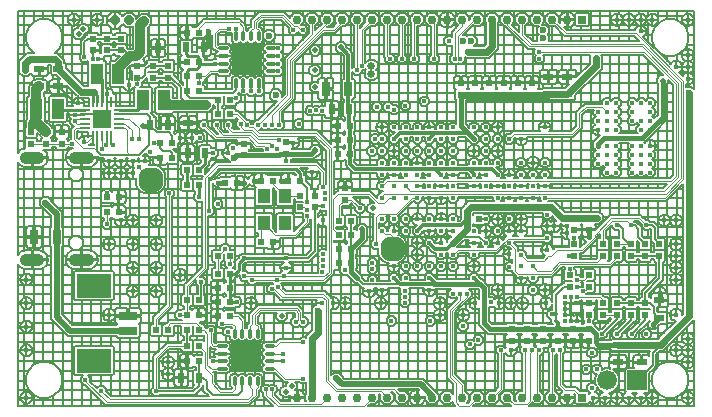
<source format=gbr>
G04 EAGLE Gerber RS-274X export*
G75*
%MOMM*%
%FSLAX34Y34*%
%LPD*%
%INBottom Copper*%
%IPPOS*%
%AMOC8*
5,1,8,0,0,1.08239X$1,22.5*%
G01*
%ADD10P,0.879767X8X22.500000*%
%ADD11R,0.700000X1.300000*%
%ADD12R,0.750000X0.750000*%
%ADD13C,0.750000*%
%ADD14C,0.320000*%
%ADD15R,2.600000X2.600000*%
%ADD16R,0.610700X0.911800*%
%ADD17R,0.600000X0.600000*%
%ADD18C,1.676400*%
%ADD19R,1.676400X1.676400*%
%ADD20R,1.100000X1.300000*%
%ADD21C,1.400000*%
%ADD22R,0.812800X0.254000*%
%ADD23R,0.254000X0.812800*%
%ADD24R,1.549400X1.549400*%
%ADD25R,0.911800X0.610700*%
%ADD26R,1.121000X1.815300*%
%ADD27C,1.000000*%
%ADD28C,1.050000*%
%ADD29R,3.000000X2.100000*%
%ADD30R,1.600000X0.800000*%
%ADD31C,0.200000*%
%ADD32C,0.400000*%
%ADD33C,0.406400*%
%ADD34C,0.101600*%
%ADD35C,0.508000*%
%ADD36C,0.127000*%
%ADD37C,0.550000*%
%ADD38C,0.500000*%
%ADD39C,0.609600*%
%ADD40C,0.254000*%
%ADD41C,0.203200*%
%ADD42C,0.812800*%
%ADD43C,0.600000*%
%ADD44C,0.152400*%
%ADD45C,0.304800*%
%ADD46C,0.675000*%
%ADD47C,0.150000*%
%ADD48C,0.100000*%


D10*
X85000Y329500D03*
X97000Y329500D03*
D11*
X35500Y146000D03*
X16500Y146000D03*
D12*
X480650Y10000D03*
D13*
X467950Y10000D03*
X455250Y10000D03*
X442550Y10000D03*
X429850Y10000D03*
X417150Y10000D03*
X404450Y10000D03*
X391750Y10000D03*
X379050Y10000D03*
X366350Y10000D03*
X353650Y10000D03*
X340950Y10000D03*
X328250Y10000D03*
X315550Y10000D03*
X302850Y10000D03*
X290150Y10000D03*
X277450Y10000D03*
X264750Y10000D03*
X252050Y10000D03*
X239350Y10000D03*
D12*
X480650Y330000D03*
D13*
X467950Y330000D03*
X455250Y330000D03*
X442550Y330000D03*
X429850Y330000D03*
X417150Y330000D03*
X404450Y330000D03*
X391750Y330000D03*
X379050Y330000D03*
X366350Y330000D03*
X353650Y330000D03*
X340950Y330000D03*
X328250Y330000D03*
X315550Y330000D03*
X302850Y330000D03*
X290150Y330000D03*
X277450Y330000D03*
X264750Y330000D03*
X252050Y330000D03*
X239350Y330000D03*
D14*
X178700Y34250D02*
X173300Y34250D01*
X173300Y40750D02*
X178700Y40750D01*
X178700Y47250D02*
X173300Y47250D01*
X173300Y53750D02*
X178700Y53750D01*
X186250Y61300D02*
X186250Y66700D01*
X192750Y66700D02*
X192750Y61300D01*
X199250Y61300D02*
X199250Y66700D01*
X205750Y66700D02*
X205750Y61300D01*
X213300Y53750D02*
X218700Y53750D01*
X218700Y47250D02*
X213300Y47250D01*
X213300Y40750D02*
X218700Y40750D01*
X218700Y34250D02*
X213300Y34250D01*
X205750Y26700D02*
X205750Y21300D01*
X199250Y21300D02*
X199250Y26700D01*
X192750Y26700D02*
X192750Y21300D01*
X186250Y21300D02*
X186250Y26700D01*
D15*
X196000Y44000D03*
D14*
X179700Y286250D02*
X174300Y286250D01*
X174300Y292750D02*
X179700Y292750D01*
X179700Y299250D02*
X174300Y299250D01*
X174300Y305750D02*
X179700Y305750D01*
X187250Y313300D02*
X187250Y318700D01*
X193750Y318700D02*
X193750Y313300D01*
X200250Y313300D02*
X200250Y318700D01*
X206750Y318700D02*
X206750Y313300D01*
X214300Y305750D02*
X219700Y305750D01*
X219700Y299250D02*
X214300Y299250D01*
X214300Y292750D02*
X219700Y292750D01*
X219700Y286250D02*
X214300Y286250D01*
X206750Y278700D02*
X206750Y273300D01*
X200250Y273300D02*
X200250Y278700D01*
X193750Y278700D02*
X193750Y273300D01*
X187250Y273300D02*
X187250Y278700D01*
D15*
X197000Y296000D03*
D16*
X145094Y306467D03*
X160106Y306467D03*
D17*
X156000Y294000D03*
X146000Y294000D03*
X146000Y54000D03*
X156000Y54000D03*
X146000Y67000D03*
X156000Y67000D03*
X172000Y79000D03*
X182000Y79000D03*
D16*
X156106Y26900D03*
X141094Y26900D03*
D17*
X156000Y41000D03*
X146000Y41000D03*
X146000Y270000D03*
X156000Y270000D03*
X146000Y282000D03*
X156000Y282000D03*
X146000Y319067D03*
X156000Y319067D03*
X172500Y262000D03*
X182500Y262000D03*
X172500Y250000D03*
X182500Y250000D03*
X522000Y90000D03*
X522000Y80000D03*
X486000Y80000D03*
X486000Y90000D03*
D18*
X501700Y24500D03*
D19*
X527100Y24500D03*
D17*
X146000Y92500D03*
X156000Y92500D03*
X146000Y79700D03*
X156000Y79700D03*
X182000Y91000D03*
X172000Y91000D03*
X182000Y103000D03*
X172000Y103000D03*
X230000Y216100D03*
X230000Y226100D03*
X254000Y171000D03*
X254000Y181000D03*
X194000Y215000D03*
X194000Y225000D03*
X156000Y203000D03*
X146000Y203000D03*
X146000Y190000D03*
X156000Y190000D03*
D16*
X161506Y217000D03*
X146494Y217000D03*
D17*
X188000Y192000D03*
X178000Y192000D03*
X231800Y193800D03*
X241800Y193800D03*
X182000Y130000D03*
X172000Y130000D03*
X172000Y115000D03*
X182000Y115000D03*
D20*
X229000Y157500D03*
X211000Y157500D03*
X229000Y180500D03*
X211000Y180500D03*
D17*
X208500Y141900D03*
X218500Y141900D03*
X218800Y193800D03*
X208800Y193800D03*
X242000Y171000D03*
X242000Y181000D03*
D21*
X322800Y139100D02*
X322800Y133100D01*
X316800Y133100D01*
X316800Y139100D01*
X322800Y139100D01*
D22*
X88478Y253874D03*
X88478Y250064D03*
X88478Y246000D03*
X88478Y241936D03*
X88478Y238126D03*
D23*
X81874Y231522D03*
X78064Y231522D03*
X74000Y231522D03*
X69936Y231522D03*
X66126Y231522D03*
D22*
X59522Y238126D03*
X59522Y241936D03*
X59522Y246000D03*
X59522Y250064D03*
X59522Y253874D03*
D23*
X66126Y260478D03*
X69936Y260478D03*
X74000Y260478D03*
X78064Y260478D03*
X81874Y260478D03*
D24*
X74000Y246000D03*
D25*
X37000Y288506D03*
X37000Y273494D03*
D16*
X114794Y241100D03*
X129806Y241100D03*
D26*
X70028Y284000D03*
X87972Y284000D03*
D16*
X121506Y306000D03*
X106494Y306000D03*
D17*
X90000Y304000D03*
X90000Y314000D03*
X78000Y304000D03*
X78000Y314000D03*
X66000Y314000D03*
X66000Y304000D03*
D26*
X108828Y261600D03*
X126772Y261600D03*
D25*
X147000Y257506D03*
X147000Y242494D03*
D17*
X130000Y281000D03*
X130000Y291000D03*
X117000Y281000D03*
X117000Y291000D03*
X104000Y281000D03*
X104000Y291000D03*
D26*
X18528Y254100D03*
X36472Y254100D03*
D25*
X21000Y273494D03*
X21000Y288506D03*
D17*
X14000Y235000D03*
X14000Y225000D03*
X27000Y235000D03*
X27000Y225000D03*
X40000Y225000D03*
X40000Y235000D03*
X123300Y225400D03*
X133300Y225400D03*
X123300Y213000D03*
X133300Y213000D03*
X470000Y114000D03*
X470000Y104000D03*
X498000Y90000D03*
X498000Y80000D03*
X498000Y130000D03*
X498000Y140000D03*
X510000Y130000D03*
X510000Y140000D03*
X486000Y114000D03*
X486000Y104000D03*
X546000Y130000D03*
X546000Y140000D03*
X522000Y130000D03*
X522000Y140000D03*
X534000Y90000D03*
X534000Y80000D03*
X510000Y90000D03*
X510000Y80000D03*
X534000Y130000D03*
X534000Y140000D03*
D25*
X546000Y77494D03*
X546000Y92506D03*
D17*
X474000Y130000D03*
X474000Y140000D03*
D11*
X263500Y271500D03*
X282500Y271500D03*
D16*
X268494Y254000D03*
X283506Y254000D03*
D17*
X273615Y240000D03*
X283615Y240000D03*
X273615Y216000D03*
X283615Y216000D03*
X273615Y228000D03*
X283615Y228000D03*
X474000Y152000D03*
X474000Y162000D03*
X486000Y152185D03*
X486000Y162185D03*
D25*
X452000Y281736D03*
X452000Y266724D03*
X468000Y281736D03*
X468000Y266724D03*
D17*
X426000Y276615D03*
X426000Y266615D03*
X402000Y276615D03*
X402000Y266615D03*
X414000Y276615D03*
X414000Y266615D03*
X438000Y276615D03*
X438000Y266615D03*
X378000Y276615D03*
X378000Y266615D03*
X390000Y276615D03*
X390000Y266615D03*
D25*
X531000Y39879D03*
X531000Y54891D03*
X511000Y39879D03*
X511000Y54891D03*
D17*
X460000Y58000D03*
X460000Y68000D03*
X447000Y58000D03*
X447000Y68000D03*
X473000Y58000D03*
X473000Y68000D03*
X486000Y58000D03*
X486000Y68000D03*
X421000Y58000D03*
X421000Y68000D03*
X434000Y58000D03*
X434000Y68000D03*
X274815Y135800D03*
X284815Y135800D03*
X274815Y123900D03*
X284815Y123900D03*
D27*
X20000Y213200D02*
X10000Y213200D01*
X10000Y126800D02*
X20000Y126800D01*
D28*
X51550Y213200D02*
X62050Y213200D01*
X62050Y126800D02*
X51550Y126800D01*
D17*
X78000Y180000D03*
X88000Y180000D03*
X88000Y167000D03*
X78000Y167000D03*
X274615Y147800D03*
X284615Y147800D03*
X393000Y161000D03*
X383000Y161000D03*
X284500Y159700D03*
X274500Y159700D03*
X279700Y187600D03*
X279700Y177600D03*
D29*
X67000Y41250D03*
X67000Y104750D03*
D30*
X96000Y66750D03*
X96000Y79250D03*
D21*
X118000Y192000D02*
X118000Y198000D01*
X118000Y192000D02*
X112000Y192000D01*
X112000Y198000D01*
X118000Y198000D01*
D17*
X120000Y67000D03*
X130000Y67000D03*
D31*
X111930Y214659D02*
X110658Y215000D01*
X110000Y215000D01*
X110000Y210000D01*
X110000Y210000D01*
X110000Y215000D01*
X109342Y215000D01*
X109070Y214927D01*
X111000Y216857D01*
X111000Y215943D01*
X112768Y214176D01*
X111930Y214659D01*
X209961Y220740D02*
X210000Y220701D01*
X210000Y219032D01*
X198796Y219032D01*
X198453Y219375D01*
X198842Y219599D01*
X199401Y220158D01*
X199796Y220842D01*
X200000Y221605D01*
X200000Y224500D01*
X194500Y224500D01*
X194500Y225500D01*
X199001Y225500D01*
X203761Y220740D01*
X205839Y220740D01*
X209961Y220740D01*
X261858Y165000D02*
X263130Y164659D01*
X261858Y165000D02*
X261200Y165000D01*
X261200Y160000D01*
X261200Y160000D01*
X261200Y165000D01*
X260542Y165000D01*
X259270Y164659D01*
X258130Y164001D01*
X257199Y163070D01*
X257000Y162725D01*
X257000Y166000D01*
X257828Y166000D01*
X259000Y167172D01*
X259000Y168543D01*
X259543Y168000D01*
X262857Y168000D01*
X263423Y168566D01*
X263423Y164490D01*
X263130Y164659D01*
X422889Y142111D02*
X448232Y142111D01*
X449343Y141000D01*
X452657Y141000D01*
X455000Y143343D01*
X455000Y146657D01*
X452657Y149000D01*
X449343Y149000D01*
X447470Y147127D01*
X431976Y147127D01*
X432890Y148041D01*
X433548Y149181D01*
X433889Y150453D01*
X433889Y151111D01*
X428889Y151111D01*
X428889Y151111D01*
X433889Y151111D01*
X433889Y151769D01*
X433548Y153041D01*
X432890Y154181D01*
X431959Y155112D01*
X430819Y155770D01*
X429547Y156111D01*
X428889Y156111D01*
X428889Y151111D01*
X428889Y151111D01*
X428889Y156111D01*
X428231Y156111D01*
X426959Y155770D01*
X425819Y155112D01*
X424888Y154181D01*
X424230Y153041D01*
X423889Y151769D01*
X423889Y151111D01*
X428889Y151111D01*
X428889Y151111D01*
X423889Y151111D01*
X423889Y150453D01*
X424230Y149181D01*
X424888Y148041D01*
X425802Y147127D01*
X421976Y147127D01*
X422890Y148041D01*
X423548Y149181D01*
X423889Y150453D01*
X423889Y151111D01*
X418889Y151111D01*
X418889Y151111D01*
X423889Y151111D01*
X423889Y151769D01*
X423548Y153041D01*
X422890Y154181D01*
X421959Y155112D01*
X420819Y155770D01*
X419547Y156111D01*
X418889Y156111D01*
X418889Y151111D01*
X418889Y151111D01*
X418889Y156111D01*
X418231Y156111D01*
X416959Y155770D01*
X415819Y155112D01*
X414888Y154181D01*
X414230Y153041D01*
X413889Y151769D01*
X413889Y151111D01*
X418889Y151111D01*
X418889Y151111D01*
X413889Y151111D01*
X413889Y150453D01*
X414230Y149181D01*
X414888Y148041D01*
X415819Y147110D01*
X416175Y146904D01*
X414928Y145658D01*
X414928Y145658D01*
X413096Y143825D01*
X412890Y144181D01*
X411959Y145112D01*
X410819Y145770D01*
X409547Y146111D01*
X408889Y146111D01*
X408889Y141111D01*
X408889Y141111D01*
X408889Y146111D01*
X408231Y146111D01*
X406959Y145770D01*
X405819Y145112D01*
X404888Y144181D01*
X404230Y143041D01*
X403889Y141769D01*
X403889Y141111D01*
X408889Y141111D01*
X408889Y141111D01*
X403889Y141111D01*
X403889Y140453D01*
X404230Y139181D01*
X404888Y138041D01*
X405421Y137508D01*
X400943Y137508D01*
X402889Y139454D01*
X402889Y142768D01*
X400546Y145111D01*
X399132Y145111D01*
X398095Y146147D01*
X398231Y146111D01*
X398889Y146111D01*
X398889Y151111D01*
X398889Y151111D01*
X398889Y146111D01*
X399547Y146111D01*
X400819Y146452D01*
X401959Y147110D01*
X402890Y148041D01*
X403548Y149181D01*
X403889Y150453D01*
X403889Y151111D01*
X398889Y151111D01*
X398889Y151111D01*
X403889Y151111D01*
X403889Y151769D01*
X403548Y153041D01*
X402890Y154181D01*
X401959Y155112D01*
X400819Y155770D01*
X399547Y156111D01*
X398889Y156111D01*
X398889Y151111D01*
X398889Y151111D01*
X398889Y156111D01*
X398231Y156111D01*
X396959Y155770D01*
X395819Y155112D01*
X394888Y154181D01*
X394230Y153041D01*
X393889Y151769D01*
X393889Y151111D01*
X398889Y151111D01*
X398889Y151111D01*
X393889Y151111D01*
X393889Y150453D01*
X394171Y149400D01*
X392835Y149400D01*
X392889Y149454D01*
X392889Y152768D01*
X390546Y155111D01*
X388048Y155111D01*
X388048Y157124D01*
X389172Y156000D01*
X396828Y156000D01*
X397939Y157111D01*
X400546Y157111D01*
X402889Y159454D01*
X402889Y162768D01*
X400546Y165111D01*
X397718Y165111D01*
X396828Y166000D01*
X389172Y166000D01*
X388048Y164876D01*
X388048Y165909D01*
X388391Y166252D01*
X447000Y166252D01*
X447000Y163343D01*
X449343Y161000D01*
X452657Y161000D01*
X455000Y163343D01*
X455000Y163461D01*
X458652Y159809D01*
X458755Y159706D01*
X457658Y160000D01*
X457000Y160000D01*
X457000Y155000D01*
X457000Y155000D01*
X457000Y160000D01*
X456342Y160000D01*
X455070Y159659D01*
X454000Y159041D01*
X452930Y159659D01*
X451658Y160000D01*
X451000Y160000D01*
X451000Y155000D01*
X451000Y155000D01*
X451000Y160000D01*
X450342Y160000D01*
X449070Y159659D01*
X447930Y159001D01*
X446999Y158070D01*
X446341Y156930D01*
X446000Y155658D01*
X446000Y155000D01*
X451000Y155000D01*
X451000Y155000D01*
X446000Y155000D01*
X446000Y154342D01*
X446341Y153070D01*
X446999Y151930D01*
X447930Y150999D01*
X449070Y150341D01*
X450342Y150000D01*
X451000Y150000D01*
X451000Y155000D01*
X451000Y155000D01*
X451000Y150000D01*
X451658Y150000D01*
X452930Y150341D01*
X454000Y150959D01*
X455070Y150341D01*
X456342Y150000D01*
X457000Y150000D01*
X457000Y155000D01*
X457000Y155000D01*
X457000Y150000D01*
X457658Y150000D01*
X458930Y150341D01*
X460070Y150999D01*
X461001Y151930D01*
X461659Y153070D01*
X462000Y154342D01*
X462000Y155000D01*
X457000Y155000D01*
X457000Y155000D01*
X462000Y155000D01*
X462000Y155658D01*
X461680Y156852D01*
X463320Y156852D01*
X463000Y155658D01*
X463000Y155000D01*
X468000Y155000D01*
X468000Y155000D01*
X463000Y155000D01*
X463000Y154342D01*
X463341Y153070D01*
X463959Y152000D01*
X463341Y150930D01*
X463000Y149658D01*
X463000Y149000D01*
X468000Y149000D01*
X468000Y149000D01*
X463000Y149000D01*
X463000Y148342D01*
X463341Y147070D01*
X463999Y145930D01*
X464930Y144999D01*
X466070Y144341D01*
X467342Y144000D01*
X468000Y144000D01*
X468000Y149000D01*
X468000Y149000D01*
X468000Y148605D01*
X468000Y148605D01*
X468000Y144000D01*
X468658Y144000D01*
X469360Y144188D01*
X469000Y143828D01*
X469000Y137508D01*
X457961Y137508D01*
X456492Y136039D01*
X456492Y136039D01*
X456000Y135547D01*
X456000Y135658D01*
X455659Y136930D01*
X455001Y138070D01*
X454070Y139001D01*
X452930Y139659D01*
X451658Y140000D01*
X451000Y140000D01*
X451000Y135000D01*
X451000Y135000D01*
X451000Y140000D01*
X450342Y140000D01*
X449070Y139659D01*
X447930Y139001D01*
X446999Y138070D01*
X446341Y136930D01*
X446000Y135658D01*
X446000Y135000D01*
X451000Y135000D01*
X451000Y135000D01*
X446000Y135000D01*
X446000Y134342D01*
X446341Y133070D01*
X446999Y131930D01*
X447930Y130999D01*
X448895Y130442D01*
X446961Y128508D01*
X435039Y128508D01*
X432889Y130658D01*
X432889Y132768D01*
X430546Y135111D01*
X427232Y135111D01*
X426508Y134387D01*
X426508Y137039D01*
X425039Y138508D01*
X425039Y138508D01*
X422889Y140658D01*
X422889Y142111D01*
X412889Y149454D02*
X412889Y152768D01*
X410546Y155111D01*
X407232Y155111D01*
X404889Y152768D01*
X404889Y149454D01*
X407232Y147111D01*
X410546Y147111D01*
X412889Y149454D01*
X428889Y161111D02*
X428889Y166111D01*
X428889Y161111D02*
X428889Y161111D01*
X428889Y166111D01*
X428231Y166111D01*
X426959Y165770D01*
X425819Y165112D01*
X424888Y164181D01*
X424230Y163041D01*
X423889Y161769D01*
X423889Y161111D01*
X428889Y161111D01*
X428889Y161111D01*
X423889Y161111D01*
X423889Y160453D01*
X424230Y159181D01*
X424888Y158041D01*
X425819Y157110D01*
X426959Y156452D01*
X428231Y156111D01*
X428889Y156111D01*
X428889Y161111D01*
X428889Y161111D01*
X428889Y156111D01*
X429547Y156111D01*
X430819Y156452D01*
X431959Y157110D01*
X432890Y158041D01*
X433548Y159181D01*
X433889Y160453D01*
X433889Y161111D01*
X428889Y161111D01*
X428889Y161111D01*
X433889Y161111D01*
X433889Y161769D01*
X433548Y163041D01*
X432890Y164181D01*
X431959Y165112D01*
X430819Y165770D01*
X429547Y166111D01*
X428889Y166111D01*
X408889Y166111D02*
X408889Y161111D01*
X408889Y161111D01*
X408889Y166111D01*
X408231Y166111D01*
X406959Y165770D01*
X405819Y165112D01*
X404888Y164181D01*
X404230Y163041D01*
X403889Y161769D01*
X403889Y161111D01*
X408889Y161111D01*
X408889Y161111D01*
X403889Y161111D01*
X403889Y160453D01*
X404230Y159181D01*
X404888Y158041D01*
X405819Y157110D01*
X406959Y156452D01*
X408231Y156111D01*
X408889Y156111D01*
X408889Y161111D01*
X408889Y161111D01*
X408889Y156111D01*
X409547Y156111D01*
X410819Y156452D01*
X411959Y157110D01*
X412890Y158041D01*
X413548Y159181D01*
X413889Y160453D01*
X413889Y161111D01*
X408889Y161111D01*
X408889Y161111D01*
X413889Y161111D01*
X413889Y161769D01*
X413548Y163041D01*
X412890Y164181D01*
X411959Y165112D01*
X410819Y165770D01*
X409547Y166111D01*
X408889Y166111D01*
X422889Y162768D02*
X422889Y159454D01*
X422889Y162768D02*
X420546Y165111D01*
X417232Y165111D01*
X414889Y162768D01*
X414889Y159454D01*
X417232Y157111D01*
X420546Y157111D01*
X422889Y159454D01*
X384230Y143041D02*
X383889Y141769D01*
X383889Y141111D01*
X388889Y141111D01*
X388889Y141111D01*
X383889Y141111D01*
X383889Y140453D01*
X384230Y139181D01*
X384888Y138041D01*
X385421Y137508D01*
X374647Y137508D01*
X377991Y140852D01*
X380539Y143400D01*
X384437Y143400D01*
X384230Y143041D01*
X366111Y198889D02*
X366111Y199547D01*
X366111Y198889D02*
X371111Y198889D01*
X371111Y198889D01*
X366111Y198889D01*
X366111Y198231D01*
X366452Y196959D01*
X367107Y195824D01*
X363703Y195824D01*
X365111Y197232D01*
X365111Y200241D01*
X366297Y200241D01*
X366111Y199547D01*
X384889Y198505D02*
X384889Y197232D01*
X386297Y195824D01*
X375115Y195824D01*
X375770Y196959D01*
X376111Y198231D01*
X376111Y198889D01*
X371111Y198889D01*
X371111Y198889D01*
X376111Y198889D01*
X376111Y199547D01*
X375925Y200241D01*
X383153Y200241D01*
X384889Y198505D01*
X279787Y221000D02*
X279240Y220453D01*
X279016Y220842D01*
X278457Y221401D01*
X277773Y221796D01*
X277010Y222000D01*
X274115Y222000D01*
X274115Y216500D01*
X273115Y216500D01*
X273115Y222000D01*
X270455Y222000D01*
X270455Y222000D01*
X273115Y222000D01*
X273115Y227500D01*
X274115Y227500D01*
X274115Y222000D01*
X277010Y222000D01*
X277773Y222204D01*
X278457Y222599D01*
X279016Y223158D01*
X279240Y223547D01*
X279787Y223000D01*
X280091Y223000D01*
X280091Y221000D01*
X279787Y221000D01*
X325115Y195824D02*
X325770Y196959D01*
X326111Y198231D01*
X326111Y198889D01*
X321111Y198889D01*
X321111Y198889D01*
X326111Y198889D01*
X326111Y199547D01*
X325969Y200076D01*
X327100Y200076D01*
X327100Y197243D01*
X328519Y195824D01*
X325115Y195824D01*
X346111Y198889D02*
X346111Y199547D01*
X346111Y198889D02*
X351111Y198889D01*
X351111Y198889D01*
X346111Y198889D01*
X346111Y198231D01*
X346452Y196959D01*
X347107Y195824D01*
X343703Y195824D01*
X345111Y197232D01*
X345111Y200076D01*
X346253Y200076D01*
X346111Y199547D01*
X393889Y199547D02*
X393889Y198889D01*
X398889Y198889D01*
X398889Y198889D01*
X393889Y198889D01*
X393889Y198231D01*
X394230Y196959D01*
X394885Y195824D01*
X391481Y195824D01*
X392889Y197232D01*
X392889Y200341D01*
X394102Y200341D01*
X393889Y199547D01*
X414058Y180176D02*
X413889Y179547D01*
X413889Y178889D01*
X418889Y178889D01*
X418889Y178889D01*
X413889Y178889D01*
X413889Y178231D01*
X414230Y176959D01*
X414583Y176348D01*
X412005Y176348D01*
X412889Y177232D01*
X412889Y180176D01*
X414058Y180176D01*
X53039Y235492D02*
X53008Y235461D01*
X53039Y235492D02*
X53994Y235492D01*
X54630Y234856D01*
X61856Y234856D01*
X61856Y231522D01*
X66126Y231522D01*
X66126Y231522D01*
X61856Y231522D01*
X61856Y230625D01*
X60930Y231159D01*
X59658Y231500D01*
X59000Y231500D01*
X59000Y226500D01*
X59000Y226500D01*
X59000Y231500D01*
X58342Y231500D01*
X57070Y231159D01*
X55930Y230501D01*
X54999Y229570D01*
X54442Y228605D01*
X53008Y230039D01*
X53008Y235461D01*
X63686Y224670D02*
X63659Y224570D01*
X63698Y224662D02*
X63686Y224670D01*
X63698Y224662D02*
X64461Y224458D01*
X66126Y224458D01*
X66126Y231522D01*
X66126Y231522D01*
X66126Y224458D01*
X66936Y224458D01*
X66936Y224008D01*
X63335Y224008D01*
X63659Y224570D01*
X479343Y104000D02*
X481000Y104000D01*
X479343Y104000D02*
X479343Y104000D01*
X476000Y104000D01*
X476000Y104000D01*
X481000Y104000D01*
X481000Y104658D01*
X480659Y105930D01*
X480001Y107070D01*
X479579Y107492D01*
X481000Y107492D01*
X481000Y104000D01*
X466000Y90000D02*
X466000Y90000D01*
X466000Y85000D01*
X466000Y85000D01*
X466000Y90000D01*
X468000Y154000D02*
X468000Y155000D01*
X468000Y155000D01*
X468000Y152500D01*
X468000Y152500D01*
X468000Y151500D01*
X468000Y151500D01*
X468000Y149000D01*
X468000Y149000D01*
X468000Y154000D01*
X485500Y151185D02*
X486000Y151185D01*
X485500Y151185D02*
X485500Y151685D01*
X486500Y151685D01*
X486500Y151185D01*
X486000Y151185D01*
X486000Y146185D01*
X486000Y146185D01*
X486000Y151185D01*
X285700Y187100D02*
X280200Y187100D01*
X280200Y188100D01*
X285700Y188100D01*
X285700Y190995D01*
X285496Y191758D01*
X285101Y192442D01*
X284542Y193001D01*
X283858Y193396D01*
X283095Y193600D01*
X280200Y193600D01*
X280200Y188100D01*
X279200Y188100D01*
X279200Y193600D01*
X276305Y193600D01*
X275542Y193396D01*
X274858Y193001D01*
X274299Y192442D01*
X273904Y191758D01*
X273700Y190995D01*
X273700Y188100D01*
X279200Y188100D01*
X279200Y187100D01*
X273700Y187100D01*
X273700Y184908D01*
X272961Y184908D01*
X271492Y183439D01*
X270455Y182402D01*
X270455Y210000D01*
X273115Y210000D01*
X273115Y215500D01*
X274115Y215500D01*
X274115Y210000D01*
X277010Y210000D01*
X277773Y210204D01*
X278457Y210599D01*
X279016Y211158D01*
X279240Y211547D01*
X279787Y211000D01*
X280476Y211000D01*
X280476Y206540D01*
X282540Y204476D01*
X284876Y202140D01*
X286940Y200076D01*
X307111Y200076D01*
X307111Y197232D01*
X309454Y194889D01*
X312768Y194889D01*
X315111Y197232D01*
X315111Y200076D01*
X316253Y200076D01*
X316111Y199547D01*
X316111Y198889D01*
X321111Y198889D01*
X321111Y198889D01*
X316111Y198889D01*
X316111Y198231D01*
X316452Y196959D01*
X317107Y195824D01*
X314499Y195824D01*
X313030Y194355D01*
X311564Y192889D01*
X309454Y192889D01*
X307111Y190546D01*
X307111Y187232D01*
X309454Y184889D01*
X311642Y184889D01*
X310476Y183723D01*
X309642Y182889D01*
X309454Y182889D01*
X307111Y180546D01*
X307111Y178704D01*
X300907Y184908D01*
X285700Y184908D01*
X285700Y187100D01*
X423548Y176959D02*
X423889Y178231D01*
X423889Y178889D01*
X418889Y178889D01*
X418889Y178889D01*
X423889Y178889D01*
X423889Y179547D01*
X423721Y180176D01*
X424058Y180176D01*
X423889Y179547D01*
X423889Y178889D01*
X428889Y178889D01*
X428889Y178889D01*
X423889Y178889D01*
X423889Y178231D01*
X424230Y176959D01*
X424583Y176348D01*
X423195Y176348D01*
X423548Y176959D01*
X433548Y176959D02*
X433889Y178231D01*
X433889Y178889D01*
X428889Y178889D01*
X428889Y178889D01*
X433889Y178889D01*
X433889Y179547D01*
X433721Y180176D01*
X434058Y180176D01*
X433889Y179547D01*
X433889Y178889D01*
X438889Y178889D01*
X438889Y178889D01*
X433889Y178889D01*
X433889Y178231D01*
X434230Y176959D01*
X434583Y176348D01*
X433195Y176348D01*
X433548Y176959D01*
X443548Y176959D02*
X443889Y178231D01*
X443889Y178889D01*
X438889Y178889D01*
X438889Y178889D01*
X443889Y178889D01*
X443889Y179547D01*
X443721Y180176D01*
X444889Y180176D01*
X444889Y177232D01*
X445773Y176348D01*
X443195Y176348D01*
X443548Y176959D01*
X288443Y152800D02*
X287500Y152800D01*
X287500Y154700D01*
X288328Y154700D01*
X289500Y155872D01*
X289500Y163528D01*
X288328Y164700D01*
X280672Y164700D01*
X279500Y163528D01*
X279500Y155872D01*
X280672Y154700D01*
X281500Y154700D01*
X281500Y152800D01*
X280787Y152800D01*
X279615Y151628D01*
X279615Y143972D01*
X280787Y142800D01*
X281815Y142800D01*
X281815Y140800D01*
X280987Y140800D01*
X280440Y140253D01*
X280216Y140642D01*
X279657Y141201D01*
X278973Y141596D01*
X278210Y141800D01*
X275315Y141800D01*
X275315Y136300D01*
X274315Y136300D01*
X274315Y141800D01*
X271420Y141800D01*
X270657Y141596D01*
X270455Y141479D01*
X270455Y143132D01*
X270787Y142800D01*
X278443Y142800D01*
X279615Y143972D01*
X279615Y151628D01*
X278443Y152800D01*
X273162Y152800D01*
X272471Y153491D01*
X272471Y154700D01*
X278328Y154700D01*
X279500Y155872D01*
X279500Y163528D01*
X278328Y164700D01*
X277008Y164700D01*
X277008Y171954D01*
X277755Y172600D01*
X283528Y172600D01*
X284700Y173772D01*
X284700Y174553D01*
X288500Y170753D01*
X288500Y168643D01*
X290843Y166300D01*
X294157Y166300D01*
X296500Y168643D01*
X296500Y171957D01*
X294157Y174300D01*
X292047Y174300D01*
X286455Y179892D01*
X298829Y179892D01*
X304021Y174700D01*
X301336Y174700D01*
X298700Y172064D01*
X298700Y168336D01*
X301336Y165700D01*
X304653Y165700D01*
X303292Y164339D01*
X303292Y143149D01*
X301800Y141657D01*
X301800Y138343D01*
X304143Y136000D01*
X307457Y136000D01*
X307800Y136343D01*
X307800Y131310D01*
X309170Y128002D01*
X311702Y125470D01*
X315010Y124100D01*
X317063Y124100D01*
X316452Y123041D01*
X316111Y121769D01*
X316111Y121111D01*
X321111Y121111D01*
X321111Y121111D01*
X316111Y121111D01*
X316111Y120453D01*
X316452Y119181D01*
X317110Y118041D01*
X318041Y117110D01*
X319181Y116452D01*
X320453Y116111D01*
X321111Y116111D01*
X321111Y121111D01*
X321111Y121111D01*
X321111Y116111D01*
X321769Y116111D01*
X323041Y116452D01*
X324181Y117110D01*
X325112Y118041D01*
X325770Y119181D01*
X326111Y120453D01*
X326111Y121111D01*
X321111Y121111D01*
X321111Y121111D01*
X326111Y121111D01*
X326111Y121769D01*
X325770Y123041D01*
X325112Y124181D01*
X325016Y124277D01*
X327898Y125470D01*
X330430Y128002D01*
X331800Y131310D01*
X331800Y140890D01*
X330430Y144198D01*
X327898Y146730D01*
X325001Y147930D01*
X325112Y148041D01*
X325770Y149181D01*
X326111Y150453D01*
X326111Y151111D01*
X321111Y151111D01*
X321111Y151111D01*
X326111Y151111D01*
X326111Y151769D01*
X325770Y153041D01*
X325112Y154181D01*
X324181Y155112D01*
X323041Y155770D01*
X321769Y156111D01*
X321111Y156111D01*
X321111Y151111D01*
X321111Y151111D01*
X321111Y156111D01*
X320453Y156111D01*
X319181Y155770D01*
X318041Y155112D01*
X317110Y154181D01*
X316452Y153041D01*
X316111Y151769D01*
X316111Y151419D01*
X315111Y151419D01*
X315111Y152768D01*
X312768Y155111D01*
X309454Y155111D01*
X308308Y153965D01*
X308308Y158257D01*
X309454Y157111D01*
X312768Y157111D01*
X315111Y159454D01*
X315111Y162768D01*
X314505Y163373D01*
X317716Y163373D01*
X317111Y162768D01*
X317111Y159454D01*
X319454Y157111D01*
X322768Y157111D01*
X325111Y159454D01*
X325111Y162768D01*
X324304Y163574D01*
X325572Y164842D01*
X337111Y176381D01*
X337962Y176381D01*
X339454Y174889D01*
X342768Y174889D01*
X345111Y177232D01*
X345111Y180176D01*
X346279Y180176D01*
X346111Y179547D01*
X346111Y178889D01*
X351111Y178889D01*
X351111Y178889D01*
X346111Y178889D01*
X346111Y178231D01*
X346452Y176959D01*
X347110Y175819D01*
X348041Y174888D01*
X349181Y174230D01*
X350453Y173889D01*
X351111Y173889D01*
X351111Y178889D01*
X351111Y178889D01*
X351111Y173889D01*
X351769Y173889D01*
X353041Y174230D01*
X354181Y174888D01*
X355112Y175819D01*
X355770Y176959D01*
X356111Y178231D01*
X356111Y178889D01*
X351111Y178889D01*
X351111Y178889D01*
X356111Y178889D01*
X356111Y179547D01*
X355942Y180176D01*
X356279Y180176D01*
X356111Y179547D01*
X356111Y178889D01*
X361111Y178889D01*
X361111Y178889D01*
X356111Y178889D01*
X356111Y178231D01*
X356452Y176959D01*
X357110Y175819D01*
X358041Y174888D01*
X359181Y174230D01*
X360453Y173889D01*
X361111Y173889D01*
X361111Y178889D01*
X361111Y178889D01*
X361111Y173889D01*
X361769Y173889D01*
X363041Y174230D01*
X364181Y174888D01*
X365112Y175819D01*
X365770Y176959D01*
X366111Y178231D01*
X366111Y178889D01*
X361111Y178889D01*
X361111Y178889D01*
X366111Y178889D01*
X366111Y179547D01*
X365942Y180176D01*
X367111Y180176D01*
X367111Y177232D01*
X369454Y174889D01*
X372768Y174889D01*
X375111Y177232D01*
X375111Y180176D01*
X404889Y180176D01*
X404889Y177232D01*
X405773Y176348D01*
X384209Y176348D01*
X377952Y170091D01*
X377952Y160936D01*
X376840Y159824D01*
X375111Y159824D01*
X375111Y162768D01*
X372768Y165111D01*
X369454Y165111D01*
X367111Y162768D01*
X367111Y159824D01*
X365942Y159824D01*
X366111Y160453D01*
X366111Y161111D01*
X361111Y161111D01*
X361111Y161111D01*
X366111Y161111D01*
X366111Y161769D01*
X365770Y163041D01*
X365112Y164181D01*
X364181Y165112D01*
X363041Y165770D01*
X361769Y166111D01*
X361111Y166111D01*
X361111Y161111D01*
X361111Y161111D01*
X361111Y166111D01*
X360453Y166111D01*
X359181Y165770D01*
X358041Y165112D01*
X357110Y164181D01*
X356452Y163041D01*
X356111Y161769D01*
X356111Y161111D01*
X361111Y161111D01*
X361111Y161111D01*
X356111Y161111D01*
X356111Y160453D01*
X356279Y159824D01*
X355111Y159824D01*
X355111Y162768D01*
X352768Y165111D01*
X349454Y165111D01*
X347111Y162768D01*
X347111Y159824D01*
X345942Y159824D01*
X346111Y160453D01*
X346111Y161111D01*
X341111Y161111D01*
X341111Y161111D01*
X346111Y161111D01*
X346111Y161769D01*
X345770Y163041D01*
X345112Y164181D01*
X344181Y165112D01*
X343041Y165770D01*
X341769Y166111D01*
X341111Y166111D01*
X341111Y161111D01*
X341111Y161111D01*
X341111Y166111D01*
X340453Y166111D01*
X339181Y165770D01*
X338041Y165112D01*
X337110Y164181D01*
X336452Y163041D01*
X336111Y161769D01*
X336111Y161111D01*
X341111Y161111D01*
X341111Y161111D01*
X336111Y161111D01*
X336111Y160453D01*
X336452Y159181D01*
X337110Y158041D01*
X338041Y157110D01*
X339181Y156452D01*
X340453Y156111D01*
X341027Y156111D01*
X340027Y155111D01*
X339454Y155111D01*
X337111Y152768D01*
X337111Y149454D01*
X339454Y147111D01*
X342768Y147111D01*
X345111Y149454D01*
X345111Y150227D01*
X346111Y151227D01*
X346111Y151111D01*
X351111Y151111D01*
X351111Y151111D01*
X346111Y151111D01*
X346111Y150453D01*
X346452Y149181D01*
X347110Y148041D01*
X348041Y147110D01*
X349181Y146452D01*
X350453Y146111D01*
X351111Y146111D01*
X351111Y151111D01*
X351111Y151111D01*
X351111Y146111D01*
X351769Y146111D01*
X353041Y146452D01*
X354181Y147110D01*
X355112Y148041D01*
X355770Y149181D01*
X356111Y150453D01*
X356111Y151111D01*
X351111Y151111D01*
X351111Y151111D01*
X356111Y151111D01*
X356111Y151769D01*
X355841Y152776D01*
X357119Y152776D01*
X357111Y152768D01*
X357111Y149454D01*
X359454Y147111D01*
X362768Y147111D01*
X365111Y149454D01*
X365111Y152768D01*
X365103Y152776D01*
X366381Y152776D01*
X366111Y151769D01*
X366111Y151111D01*
X371111Y151111D01*
X371111Y151111D01*
X366111Y151111D01*
X366111Y150453D01*
X366452Y149181D01*
X367110Y148041D01*
X368041Y147110D01*
X369181Y146452D01*
X369285Y146424D01*
X366063Y143202D01*
X366063Y141948D01*
X365770Y143041D01*
X365112Y144181D01*
X364181Y145112D01*
X363041Y145770D01*
X361769Y146111D01*
X361111Y146111D01*
X361111Y141111D01*
X361111Y141111D01*
X361111Y146111D01*
X360453Y146111D01*
X359181Y145770D01*
X358041Y145112D01*
X357110Y144181D01*
X356452Y143041D01*
X356111Y141769D01*
X356111Y141111D01*
X361111Y141111D01*
X361111Y141111D01*
X356111Y141111D01*
X356111Y141095D01*
X355111Y142095D01*
X355111Y142768D01*
X352768Y145111D01*
X349454Y145111D01*
X347111Y142768D01*
X347111Y139454D01*
X349454Y137111D01*
X350127Y137111D01*
X352698Y134540D01*
X354762Y132476D01*
X357111Y132476D01*
X357111Y129454D01*
X359454Y127111D01*
X362768Y127111D01*
X365111Y129454D01*
X365111Y132476D01*
X367111Y132476D01*
X367111Y129454D01*
X369454Y127111D01*
X372768Y127111D01*
X375111Y129454D01*
X375111Y131564D01*
X376039Y132492D01*
X384889Y132492D01*
X384889Y129454D01*
X387232Y127111D01*
X390546Y127111D01*
X392889Y129454D01*
X392889Y132492D01*
X408856Y132492D01*
X410325Y133961D01*
X410325Y133961D01*
X415354Y138990D01*
X417232Y137111D01*
X419342Y137111D01*
X420544Y135909D01*
X419458Y136200D01*
X418800Y136200D01*
X418800Y131200D01*
X418800Y131200D01*
X418800Y136200D01*
X418142Y136200D01*
X416870Y135859D01*
X415730Y135201D01*
X414799Y134270D01*
X414141Y133130D01*
X413800Y131858D01*
X413800Y131200D01*
X418800Y131200D01*
X418800Y131200D01*
X413800Y131200D01*
X413800Y130542D01*
X414141Y129270D01*
X414799Y128130D01*
X415730Y127199D01*
X416870Y126541D01*
X418142Y126200D01*
X418800Y126200D01*
X418800Y131200D01*
X418800Y131200D01*
X418800Y126200D01*
X419458Y126200D01*
X420730Y126541D01*
X421492Y126981D01*
X421492Y124165D01*
X420657Y125000D01*
X417343Y125000D01*
X415000Y122657D01*
X415000Y119343D01*
X417343Y117000D01*
X420657Y117000D01*
X421492Y117835D01*
X421492Y115961D01*
X424297Y113156D01*
X424230Y113041D01*
X423889Y111769D01*
X423889Y111111D01*
X428889Y111111D01*
X428889Y111111D01*
X423889Y111111D01*
X423889Y110453D01*
X424230Y109181D01*
X424888Y108041D01*
X425819Y107110D01*
X426959Y106452D01*
X428231Y106111D01*
X428889Y106111D01*
X428889Y111111D01*
X428889Y111111D01*
X428889Y106111D01*
X429547Y106111D01*
X430819Y106452D01*
X431959Y107110D01*
X432890Y108041D01*
X433548Y109181D01*
X433889Y110453D01*
X433889Y111111D01*
X428889Y111111D01*
X428889Y111111D01*
X433889Y111111D01*
X433889Y111769D01*
X433695Y112492D01*
X434889Y112492D01*
X434889Y109454D01*
X437232Y107111D01*
X440546Y107111D01*
X442889Y109454D01*
X442889Y112492D01*
X455239Y112492D01*
X463239Y120492D01*
X465900Y120492D01*
X465900Y118728D01*
X465000Y117828D01*
X465000Y110172D01*
X466172Y109000D01*
X472000Y109000D01*
X472000Y109000D01*
X466172Y109000D01*
X465000Y107828D01*
X465000Y107016D01*
X463751Y107016D01*
X454984Y98249D01*
X454984Y90718D01*
X454659Y91930D01*
X454001Y93070D01*
X453070Y94001D01*
X451930Y94659D01*
X450658Y95000D01*
X450000Y95000D01*
X450000Y90000D01*
X450000Y90000D01*
X450000Y95000D01*
X449342Y95000D01*
X448070Y94659D01*
X446930Y94001D01*
X445999Y93070D01*
X445341Y91930D01*
X445000Y90658D01*
X445000Y90000D01*
X450000Y90000D01*
X450000Y90000D01*
X445000Y90000D01*
X445000Y89342D01*
X445341Y88070D01*
X445999Y86930D01*
X446930Y85999D01*
X448070Y85341D01*
X449342Y85000D01*
X450000Y85000D01*
X450000Y90000D01*
X450000Y90000D01*
X450000Y85000D01*
X450658Y85000D01*
X451930Y85341D01*
X453070Y85999D01*
X454001Y86930D01*
X454659Y88070D01*
X454984Y89282D01*
X454984Y84500D01*
X453143Y84500D01*
X450800Y82157D01*
X450800Y78843D01*
X453143Y76500D01*
X454516Y76500D01*
X454476Y76460D01*
X454476Y73540D01*
X455594Y72422D01*
X455204Y72032D01*
X451796Y72032D01*
X450828Y73000D01*
X443172Y73000D01*
X442204Y72032D01*
X438796Y72032D01*
X437828Y73000D01*
X430172Y73000D01*
X429204Y72032D01*
X425796Y72032D01*
X424828Y73000D01*
X417172Y73000D01*
X416204Y72032D01*
X404070Y72032D01*
X401432Y74670D01*
X401432Y86811D01*
X401443Y86800D01*
X404757Y86800D01*
X405592Y87635D01*
X405999Y86930D01*
X406930Y85999D01*
X408070Y85341D01*
X409342Y85000D01*
X410000Y85000D01*
X410000Y90000D01*
X410000Y90000D01*
X410000Y85000D01*
X410658Y85000D01*
X411930Y85341D01*
X413070Y85999D01*
X414001Y86930D01*
X414659Y88070D01*
X415000Y89342D01*
X415000Y90000D01*
X410000Y90000D01*
X410000Y90000D01*
X415000Y90000D01*
X415000Y90658D01*
X414659Y91930D01*
X414001Y93070D01*
X413070Y94001D01*
X411930Y94659D01*
X410658Y95000D01*
X410000Y95000D01*
X410000Y90000D01*
X410000Y90000D01*
X410000Y95000D01*
X409342Y95000D01*
X408070Y94659D01*
X406930Y94001D01*
X406243Y93314D01*
X404757Y94800D01*
X401443Y94800D01*
X401432Y94789D01*
X401432Y104070D01*
X399070Y106432D01*
X395470Y110032D01*
X394752Y110032D01*
X392889Y111895D01*
X392889Y112768D01*
X390546Y115111D01*
X387232Y115111D01*
X384889Y112768D01*
X384889Y110032D01*
X357952Y110032D01*
X355413Y112571D01*
X353349Y114635D01*
X353244Y114635D01*
X352768Y115111D01*
X349454Y115111D01*
X347111Y112768D01*
X347111Y109524D01*
X335111Y109524D01*
X335111Y112768D01*
X332768Y115111D01*
X329454Y115111D01*
X327111Y112768D01*
X327111Y109873D01*
X325111Y111873D01*
X325111Y112768D01*
X322768Y115111D01*
X319454Y115111D01*
X317111Y112768D01*
X317111Y109454D01*
X317565Y109000D01*
X307000Y109000D01*
X307000Y111657D01*
X304657Y114000D01*
X301343Y114000D01*
X299000Y111657D01*
X299000Y109000D01*
X296643Y109000D01*
X294232Y111411D01*
X294232Y112870D01*
X288847Y118255D01*
X288847Y119104D01*
X289815Y120072D01*
X289815Y127728D01*
X289047Y128496D01*
X289047Y131204D01*
X289815Y131972D01*
X289815Y135098D01*
X298032Y143315D01*
X298032Y150268D01*
X298500Y150736D01*
X298500Y154464D01*
X295864Y157100D01*
X292136Y157100D01*
X289500Y154464D01*
X289500Y151743D01*
X288443Y152800D01*
X307000Y120657D02*
X307000Y117343D01*
X307000Y120657D02*
X306157Y121500D01*
X307000Y122343D01*
X307000Y125657D01*
X304657Y128000D01*
X301343Y128000D01*
X299000Y125657D01*
X299000Y122343D01*
X299843Y121500D01*
X299000Y120657D01*
X299000Y117343D01*
X301343Y115000D01*
X304657Y115000D01*
X307000Y117343D01*
X345111Y119454D02*
X345111Y122768D01*
X342768Y125111D01*
X339454Y125111D01*
X337111Y122768D01*
X337111Y119454D01*
X339454Y117111D01*
X342768Y117111D01*
X345111Y119454D01*
X430000Y95000D02*
X430000Y90000D01*
X430000Y90000D01*
X430000Y95000D01*
X429342Y95000D01*
X428070Y94659D01*
X426930Y94001D01*
X425999Y93070D01*
X425341Y91930D01*
X425000Y90658D01*
X425000Y90000D01*
X430000Y90000D01*
X430000Y90000D01*
X425000Y90000D01*
X425000Y89342D01*
X425341Y88070D01*
X425999Y86930D01*
X426930Y85999D01*
X428070Y85341D01*
X429342Y85000D01*
X430000Y85000D01*
X430000Y90000D01*
X430000Y90000D01*
X430000Y85000D01*
X430658Y85000D01*
X431930Y85341D01*
X433070Y85999D01*
X434001Y86930D01*
X434659Y88070D01*
X435000Y89342D01*
X435000Y90000D01*
X430000Y90000D01*
X430000Y90000D01*
X435000Y90000D01*
X435000Y90658D01*
X434659Y91930D01*
X434001Y93070D01*
X433070Y94001D01*
X431930Y94659D01*
X430658Y95000D01*
X430000Y95000D01*
X341111Y141111D02*
X341111Y146111D01*
X341111Y141111D02*
X341111Y141111D01*
X341111Y146111D01*
X340453Y146111D01*
X339181Y145770D01*
X338041Y145112D01*
X337110Y144181D01*
X336452Y143041D01*
X336111Y141769D01*
X336111Y141111D01*
X341111Y141111D01*
X341111Y141111D01*
X336111Y141111D01*
X336111Y140453D01*
X336452Y139181D01*
X337110Y138041D01*
X338041Y137110D01*
X339181Y136452D01*
X340453Y136111D01*
X341111Y136111D01*
X341111Y141111D01*
X341111Y141111D01*
X341111Y136111D01*
X341769Y136111D01*
X343041Y136452D01*
X344181Y137110D01*
X345112Y138041D01*
X345770Y139181D01*
X346111Y140453D01*
X346111Y141111D01*
X341111Y141111D01*
X341111Y141111D01*
X346111Y141111D01*
X346111Y141769D01*
X345770Y143041D01*
X345112Y144181D01*
X344181Y145112D01*
X343041Y145770D01*
X341769Y146111D01*
X341111Y146111D01*
X388889Y126111D02*
X388889Y121111D01*
X388889Y121111D01*
X388889Y126111D01*
X388231Y126111D01*
X386959Y125770D01*
X385819Y125112D01*
X384888Y124181D01*
X384230Y123041D01*
X383889Y121769D01*
X383889Y121111D01*
X388889Y121111D01*
X388889Y121111D01*
X383889Y121111D01*
X383889Y120453D01*
X384230Y119181D01*
X384888Y118041D01*
X385819Y117110D01*
X386959Y116452D01*
X388231Y116111D01*
X388889Y116111D01*
X388889Y121111D01*
X388889Y121111D01*
X388889Y116111D01*
X389547Y116111D01*
X390819Y116452D01*
X391959Y117110D01*
X392890Y118041D01*
X393548Y119181D01*
X393889Y120453D01*
X393889Y121111D01*
X388889Y121111D01*
X388889Y121111D01*
X393889Y121111D01*
X393889Y121769D01*
X393548Y123041D01*
X392890Y124181D01*
X391959Y125112D01*
X390819Y125770D01*
X389547Y126111D01*
X388889Y126111D01*
X408889Y106111D02*
X408889Y101111D01*
X408889Y101111D01*
X408889Y106111D01*
X408231Y106111D01*
X406959Y105770D01*
X405819Y105112D01*
X404888Y104181D01*
X404230Y103041D01*
X403889Y101769D01*
X403889Y101111D01*
X408889Y101111D01*
X408889Y101111D01*
X403889Y101111D01*
X403889Y100453D01*
X404230Y99181D01*
X404888Y98041D01*
X405819Y97110D01*
X406959Y96452D01*
X408231Y96111D01*
X408889Y96111D01*
X408889Y101111D01*
X408889Y101111D01*
X408889Y96111D01*
X409547Y96111D01*
X410819Y96452D01*
X411959Y97110D01*
X412890Y98041D01*
X413548Y99181D01*
X413889Y100453D01*
X413889Y101111D01*
X408889Y101111D01*
X408889Y101111D01*
X413889Y101111D01*
X413889Y101769D01*
X413548Y103041D01*
X412890Y104181D01*
X411959Y105112D01*
X410819Y105770D01*
X409547Y106111D01*
X408889Y106111D01*
X448889Y106111D02*
X448889Y101111D01*
X448889Y101111D01*
X448889Y106111D01*
X448231Y106111D01*
X446959Y105770D01*
X445819Y105112D01*
X444888Y104181D01*
X444230Y103041D01*
X443889Y101769D01*
X443889Y101111D01*
X448889Y101111D01*
X448889Y101111D01*
X443889Y101111D01*
X443889Y100453D01*
X444230Y99181D01*
X444888Y98041D01*
X445819Y97110D01*
X446959Y96452D01*
X448231Y96111D01*
X448889Y96111D01*
X448889Y101111D01*
X448889Y101111D01*
X448889Y96111D01*
X449547Y96111D01*
X450819Y96452D01*
X451959Y97110D01*
X452890Y98041D01*
X453548Y99181D01*
X453889Y100453D01*
X453889Y101111D01*
X448889Y101111D01*
X448889Y101111D01*
X453889Y101111D01*
X453889Y101769D01*
X453548Y103041D01*
X452890Y104181D01*
X451959Y105112D01*
X450819Y105770D01*
X449547Y106111D01*
X448889Y106111D01*
X341111Y131111D02*
X341111Y136111D01*
X341111Y131111D02*
X341111Y131111D01*
X341111Y136111D01*
X340453Y136111D01*
X339181Y135770D01*
X338041Y135112D01*
X337110Y134181D01*
X336452Y133041D01*
X336111Y131769D01*
X336111Y131111D01*
X341111Y131111D01*
X341111Y131111D01*
X336111Y131111D01*
X336111Y130453D01*
X336452Y129181D01*
X337110Y128041D01*
X338041Y127110D01*
X339181Y126452D01*
X340453Y126111D01*
X341111Y126111D01*
X341111Y131111D01*
X341111Y131111D01*
X341111Y126111D01*
X341769Y126111D01*
X343041Y126452D01*
X344181Y127110D01*
X345112Y128041D01*
X345770Y129181D01*
X346111Y130453D01*
X346111Y131111D01*
X341111Y131111D01*
X341111Y131111D01*
X346111Y131111D01*
X346111Y131769D01*
X345770Y133041D01*
X345112Y134181D01*
X344181Y135112D01*
X343041Y135770D01*
X341769Y136111D01*
X341111Y136111D01*
X420000Y95000D02*
X420000Y90000D01*
X420000Y90000D01*
X420000Y95000D01*
X419342Y95000D01*
X418070Y94659D01*
X416930Y94001D01*
X415999Y93070D01*
X415341Y91930D01*
X415000Y90658D01*
X415000Y90000D01*
X420000Y90000D01*
X420000Y90000D01*
X415000Y90000D01*
X415000Y89342D01*
X415341Y88070D01*
X415999Y86930D01*
X416930Y85999D01*
X418070Y85341D01*
X419342Y85000D01*
X420000Y85000D01*
X420000Y90000D01*
X420000Y90000D01*
X420000Y85000D01*
X420658Y85000D01*
X421930Y85341D01*
X423070Y85999D01*
X424001Y86930D01*
X424659Y88070D01*
X425000Y89342D01*
X425000Y90000D01*
X420000Y90000D01*
X420000Y90000D01*
X425000Y90000D01*
X425000Y90658D01*
X424659Y91930D01*
X424001Y93070D01*
X423070Y94001D01*
X421930Y94659D01*
X420658Y95000D01*
X420000Y95000D01*
X335111Y159454D02*
X335111Y162768D01*
X332768Y165111D01*
X329454Y165111D01*
X327111Y162768D01*
X327111Y159454D01*
X329454Y157111D01*
X332768Y157111D01*
X335111Y159454D01*
X335111Y152768D02*
X335111Y149454D01*
X335111Y152768D02*
X332768Y155111D01*
X329454Y155111D01*
X327111Y152768D01*
X327111Y149454D01*
X329454Y147111D01*
X332768Y147111D01*
X335111Y149454D01*
X442889Y102768D02*
X442889Y99454D01*
X442889Y102768D02*
X440546Y105111D01*
X437232Y105111D01*
X434889Y102768D01*
X434889Y99454D01*
X437232Y97111D01*
X440546Y97111D01*
X442889Y99454D01*
X335111Y119454D02*
X335111Y122768D01*
X332768Y125111D01*
X329454Y125111D01*
X327111Y122768D01*
X327111Y119454D01*
X329454Y117111D01*
X332768Y117111D01*
X335111Y119454D01*
X375111Y119454D02*
X375111Y122768D01*
X372768Y125111D01*
X369454Y125111D01*
X367111Y122768D01*
X367111Y119454D01*
X369454Y117111D01*
X372768Y117111D01*
X375111Y119454D01*
X365111Y119454D02*
X365111Y122768D01*
X362768Y125111D01*
X359454Y125111D01*
X357111Y122768D01*
X357111Y119454D01*
X359454Y117111D01*
X362768Y117111D01*
X365111Y119454D01*
X355111Y119454D02*
X355111Y122768D01*
X352768Y125111D01*
X349454Y125111D01*
X347111Y122768D01*
X347111Y119454D01*
X349454Y117111D01*
X352768Y117111D01*
X355111Y119454D01*
X546300Y93800D02*
X546527Y93800D01*
X546527Y93033D01*
X545473Y93033D01*
X545473Y93845D01*
X545642Y93800D01*
X546300Y93800D01*
X546300Y98800D01*
X546300Y98800D01*
X546300Y93800D01*
X536387Y59944D02*
X525613Y59944D01*
X525607Y59939D01*
X516393Y59939D01*
X516387Y59944D01*
X505613Y59944D01*
X504591Y58923D01*
X496064Y58923D01*
X496064Y60100D01*
X498857Y60100D01*
X501200Y62443D01*
X501200Y63857D01*
X512343Y75000D01*
X513828Y75000D01*
X515000Y76172D01*
X515000Y83828D01*
X513828Y85000D01*
X506172Y85000D01*
X505000Y83828D01*
X505000Y82508D01*
X503000Y82508D01*
X503000Y83828D01*
X501828Y85000D01*
X494172Y85000D01*
X493000Y83828D01*
X493000Y76172D01*
X494172Y75000D01*
X501828Y75000D01*
X503000Y76172D01*
X503000Y77492D01*
X505000Y77492D01*
X505000Y76172D01*
X505015Y76157D01*
X496957Y68100D01*
X495543Y68100D01*
X494567Y67123D01*
X492032Y69658D01*
X492032Y69670D01*
X491000Y70702D01*
X491000Y71828D01*
X489828Y73000D01*
X489757Y73000D01*
X490000Y73243D01*
X490000Y75172D01*
X491000Y76172D01*
X491000Y83828D01*
X490453Y84375D01*
X490842Y84599D01*
X491401Y85158D01*
X491796Y85842D01*
X492000Y86605D01*
X492000Y89500D01*
X486500Y89500D01*
X486500Y90500D01*
X492000Y90500D01*
X492000Y92492D01*
X493000Y92492D01*
X493000Y86172D01*
X494172Y85000D01*
X501828Y85000D01*
X503000Y86172D01*
X503000Y93828D01*
X501828Y95000D01*
X499547Y95000D01*
X498508Y96039D01*
X497039Y97508D01*
X484165Y97508D01*
X485000Y98343D01*
X485000Y99000D01*
X489828Y99000D01*
X491000Y100172D01*
X491000Y107828D01*
X489828Y109000D01*
X484547Y109000D01*
X484547Y109000D01*
X489828Y109000D01*
X491000Y110172D01*
X491000Y117828D01*
X489828Y119000D01*
X482172Y119000D01*
X481000Y117828D01*
X481000Y112547D01*
X480961Y112508D01*
X479149Y112508D01*
X477657Y114000D01*
X475000Y114000D01*
X475000Y117828D01*
X473900Y118928D01*
X473900Y120492D01*
X505039Y120492D01*
X509547Y125000D01*
X513828Y125000D01*
X515000Y126172D01*
X515000Y133828D01*
X513828Y135000D01*
X506172Y135000D01*
X505000Y133828D01*
X505000Y127547D01*
X502961Y125508D01*
X502336Y125508D01*
X503000Y126172D01*
X503000Y133828D01*
X501828Y135000D01*
X494172Y135000D01*
X493000Y133828D01*
X493000Y128547D01*
X491977Y127524D01*
X479000Y127524D01*
X479000Y132492D01*
X481039Y132492D01*
X492039Y143492D01*
X493508Y144961D01*
X493508Y146961D01*
X495492Y148945D01*
X495492Y145000D01*
X494172Y145000D01*
X493000Y143828D01*
X493000Y136172D01*
X494172Y135000D01*
X501828Y135000D01*
X503000Y136172D01*
X503000Y143828D01*
X501828Y145000D01*
X500508Y145000D01*
X500508Y150961D01*
X506000Y156453D01*
X506000Y154343D01*
X508343Y152000D01*
X511657Y152000D01*
X511707Y152050D01*
X512000Y151757D01*
X512000Y145000D01*
X506172Y145000D01*
X505000Y143828D01*
X505000Y136172D01*
X506172Y135000D01*
X513828Y135000D01*
X515000Y136172D01*
X515000Y137492D01*
X517000Y137492D01*
X517000Y136172D01*
X518172Y135000D01*
X525828Y135000D01*
X527000Y136172D01*
X527000Y142757D01*
X529000Y140757D01*
X529000Y136172D01*
X530172Y135000D01*
X537828Y135000D01*
X539000Y136172D01*
X539000Y143828D01*
X537828Y145000D01*
X533243Y145000D01*
X531000Y147243D01*
X531000Y154243D01*
X529243Y156000D01*
X528000Y157243D01*
X526243Y159000D01*
X524657Y159000D01*
X524165Y159492D01*
X527961Y159492D01*
X531000Y156453D01*
X531000Y154343D01*
X533343Y152000D01*
X536657Y152000D01*
X537657Y153000D01*
X538757Y153000D01*
X539000Y152757D01*
X539000Y142757D01*
X540757Y141000D01*
X541000Y140757D01*
X541000Y136172D01*
X542172Y135000D01*
X549828Y135000D01*
X551000Y136172D01*
X551000Y143828D01*
X549828Y145000D01*
X545243Y145000D01*
X545000Y145243D01*
X545000Y155243D01*
X543243Y157000D01*
X541243Y159000D01*
X537657Y159000D01*
X536657Y160000D01*
X534547Y160000D01*
X531508Y163039D01*
X530039Y164508D01*
X503961Y164508D01*
X502492Y163039D01*
X491138Y151685D01*
X486500Y151685D01*
X486500Y152685D01*
X492000Y152685D01*
X492000Y155580D01*
X491796Y156343D01*
X491401Y157027D01*
X491391Y157037D01*
X494576Y157037D01*
X497848Y160309D01*
X497848Y164491D01*
X494891Y167448D01*
X490709Y167448D01*
X490394Y167133D01*
X489880Y167133D01*
X489828Y167185D01*
X488139Y167185D01*
X488091Y167233D01*
X483909Y167233D01*
X483861Y167185D01*
X482172Y167185D01*
X482035Y167048D01*
X471909Y167048D01*
X471861Y167000D01*
X470172Y167000D01*
X470120Y166948D01*
X465791Y166948D01*
X456391Y176348D01*
X452005Y176348D01*
X452038Y176381D01*
X551428Y176381D01*
X552897Y177850D01*
X552897Y177850D01*
X565952Y190905D01*
X565952Y81091D01*
X565000Y80139D01*
X565000Y80658D01*
X564659Y81930D01*
X564001Y83070D01*
X563070Y84001D01*
X561930Y84659D01*
X560658Y85000D01*
X560000Y85000D01*
X560000Y80000D01*
X560000Y80000D01*
X560000Y85000D01*
X559342Y85000D01*
X558070Y84659D01*
X556930Y84001D01*
X555999Y83070D01*
X555341Y81930D01*
X555000Y80658D01*
X555000Y80000D01*
X560000Y80000D01*
X560000Y80000D01*
X555000Y80000D01*
X555000Y79342D01*
X555341Y78070D01*
X555999Y76930D01*
X556930Y75999D01*
X558070Y75341D01*
X559342Y75000D01*
X559861Y75000D01*
X546843Y61982D01*
X544800Y59939D01*
X536393Y59939D01*
X536387Y59944D01*
X560000Y160000D02*
X560000Y165000D01*
X560000Y160000D02*
X560000Y160000D01*
X560000Y165000D01*
X559342Y165000D01*
X558070Y164659D01*
X556930Y164001D01*
X555999Y163070D01*
X555341Y161930D01*
X555000Y160658D01*
X555000Y160000D01*
X560000Y160000D01*
X560000Y160000D01*
X555000Y160000D01*
X555000Y159342D01*
X555341Y158070D01*
X555999Y156930D01*
X556930Y155999D01*
X558070Y155341D01*
X559342Y155000D01*
X560000Y155000D01*
X560000Y160000D01*
X560000Y160000D01*
X560000Y155000D01*
X560658Y155000D01*
X561930Y155341D01*
X563070Y155999D01*
X564001Y156930D01*
X564659Y158070D01*
X565000Y159342D01*
X565000Y160000D01*
X560000Y160000D01*
X560000Y160000D01*
X565000Y160000D01*
X565000Y160658D01*
X564659Y161930D01*
X564001Y163070D01*
X563070Y164001D01*
X561930Y164659D01*
X560658Y165000D01*
X560000Y165000D01*
X560000Y135000D02*
X560000Y130000D01*
X560000Y130000D01*
X560000Y135000D01*
X559342Y135000D01*
X558070Y134659D01*
X556930Y134001D01*
X555999Y133070D01*
X555341Y131930D01*
X555000Y130658D01*
X555000Y130000D01*
X560000Y130000D01*
X560000Y130000D01*
X555000Y130000D01*
X555000Y129342D01*
X555341Y128070D01*
X555999Y126930D01*
X556930Y125999D01*
X558070Y125341D01*
X559342Y125000D01*
X560000Y125000D01*
X560000Y130000D01*
X560000Y130000D01*
X560000Y125000D01*
X560658Y125000D01*
X561930Y125341D01*
X563070Y125999D01*
X564001Y126930D01*
X564659Y128070D01*
X565000Y129342D01*
X565000Y130000D01*
X560000Y130000D01*
X560000Y130000D01*
X565000Y130000D01*
X565000Y130658D01*
X564659Y131930D01*
X564001Y133070D01*
X563070Y134001D01*
X561930Y134659D01*
X560658Y135000D01*
X560000Y135000D01*
X560000Y115000D02*
X560000Y110000D01*
X560000Y110000D01*
X560000Y115000D01*
X559342Y115000D01*
X558070Y114659D01*
X556930Y114001D01*
X555999Y113070D01*
X555341Y111930D01*
X555000Y110658D01*
X555000Y110000D01*
X560000Y110000D01*
X560000Y110000D01*
X555000Y110000D01*
X555000Y109342D01*
X555341Y108070D01*
X555999Y106930D01*
X556930Y105999D01*
X558070Y105341D01*
X559342Y105000D01*
X560000Y105000D01*
X560000Y110000D01*
X560000Y110000D01*
X560000Y105000D01*
X560658Y105000D01*
X561930Y105341D01*
X563070Y105999D01*
X564001Y106930D01*
X564659Y108070D01*
X565000Y109342D01*
X565000Y110000D01*
X560000Y110000D01*
X560000Y110000D01*
X565000Y110000D01*
X565000Y110658D01*
X564659Y111930D01*
X564001Y113070D01*
X563070Y114001D01*
X561930Y114659D01*
X560658Y115000D01*
X560000Y115000D01*
X527000Y83828D02*
X527000Y76172D01*
X527000Y83828D02*
X525828Y85000D01*
X518172Y85000D01*
X517000Y83828D01*
X517000Y76172D01*
X517465Y75707D01*
X509757Y68000D01*
X508343Y68000D01*
X506000Y65657D01*
X506000Y62343D01*
X508343Y60000D01*
X511657Y60000D01*
X514000Y62343D01*
X514000Y63757D01*
X525000Y74757D01*
X525000Y75000D01*
X525828Y75000D01*
X527000Y76172D01*
X517000Y93000D02*
X517000Y93828D01*
X517000Y93000D02*
X515000Y93000D01*
X515000Y93828D01*
X513828Y95000D01*
X506172Y95000D01*
X505000Y93828D01*
X505000Y86172D01*
X506172Y85000D01*
X513828Y85000D01*
X515000Y86172D01*
X515000Y87000D01*
X517000Y87000D01*
X517000Y86172D01*
X518172Y85000D01*
X525828Y85000D01*
X527000Y86172D01*
X527000Y87000D01*
X529000Y87000D01*
X529000Y86172D01*
X530172Y85000D01*
X537828Y85000D01*
X538000Y85172D01*
X538000Y84828D01*
X537828Y85000D01*
X530172Y85000D01*
X529000Y83828D01*
X529000Y76172D01*
X529715Y75457D01*
X522257Y68000D01*
X520843Y68000D01*
X518500Y65657D01*
X518500Y62343D01*
X520843Y60000D01*
X524157Y60000D01*
X526500Y62343D01*
X526500Y63757D01*
X537000Y74257D01*
X537000Y75000D01*
X537804Y75000D01*
X536668Y73864D01*
X536668Y70130D01*
X539030Y67768D01*
X542370Y67768D01*
X544732Y70130D01*
X544732Y70524D01*
X546649Y72441D01*
X551387Y72441D01*
X552559Y73612D01*
X552559Y81376D01*
X551387Y82547D01*
X545852Y82547D01*
X545685Y82635D01*
X545408Y82547D01*
X544467Y82547D01*
X544000Y83014D01*
X544000Y86453D01*
X545473Y86453D01*
X545473Y91979D01*
X546527Y91979D01*
X546527Y86452D01*
X550954Y86453D01*
X551717Y86657D01*
X552401Y87052D01*
X552960Y87610D01*
X553355Y88295D01*
X553559Y89058D01*
X553559Y91979D01*
X546527Y91979D01*
X546527Y93033D01*
X553559Y93033D01*
X553559Y95954D01*
X553355Y96717D01*
X552960Y97402D01*
X552401Y97960D01*
X551717Y98355D01*
X551300Y98467D01*
X551300Y98800D01*
X546300Y98800D01*
X546300Y98800D01*
X551300Y98800D01*
X551300Y99458D01*
X550959Y100730D01*
X550301Y101870D01*
X549370Y102801D01*
X548230Y103459D01*
X546958Y103800D01*
X546300Y103800D01*
X546300Y98800D01*
X546300Y98800D01*
X546300Y103800D01*
X545642Y103800D01*
X544370Y103459D01*
X543230Y102801D01*
X542299Y101870D01*
X541641Y100730D01*
X541300Y99458D01*
X541300Y98800D01*
X546300Y98800D01*
X546300Y98800D01*
X541300Y98800D01*
X541300Y98559D01*
X541046Y98559D01*
X540283Y98355D01*
X539599Y97960D01*
X539040Y97402D01*
X538645Y96717D01*
X538441Y95954D01*
X538441Y94387D01*
X537828Y95000D01*
X537000Y95000D01*
X537000Y97757D01*
X549000Y109757D01*
X549000Y125000D01*
X549828Y125000D01*
X551000Y126172D01*
X551000Y133828D01*
X549828Y135000D01*
X542172Y135000D01*
X541000Y133828D01*
X541000Y133000D01*
X539000Y133000D01*
X539000Y133828D01*
X537828Y135000D01*
X530172Y135000D01*
X529000Y133828D01*
X529000Y133000D01*
X527000Y133000D01*
X527000Y133828D01*
X525828Y135000D01*
X518172Y135000D01*
X517000Y133828D01*
X517000Y126172D01*
X518172Y125000D01*
X525828Y125000D01*
X527000Y126172D01*
X527000Y127000D01*
X529000Y127000D01*
X529000Y126172D01*
X530172Y125000D01*
X537828Y125000D01*
X539000Y126172D01*
X539000Y127000D01*
X541000Y127000D01*
X541000Y126172D01*
X542172Y125000D01*
X543000Y125000D01*
X543000Y112243D01*
X531000Y100243D01*
X531000Y95000D01*
X530172Y95000D01*
X529000Y93828D01*
X529000Y93000D01*
X527000Y93000D01*
X527000Y93828D01*
X525828Y95000D01*
X518172Y95000D01*
X517000Y93828D01*
X560000Y120000D02*
X560000Y125000D01*
X560000Y120000D02*
X560000Y120000D01*
X560000Y125000D01*
X559342Y125000D01*
X558070Y124659D01*
X556930Y124001D01*
X555999Y123070D01*
X555341Y121930D01*
X555000Y120658D01*
X555000Y120000D01*
X560000Y120000D01*
X560000Y120000D01*
X555000Y120000D01*
X555000Y119342D01*
X555341Y118070D01*
X555999Y116930D01*
X556930Y115999D01*
X558070Y115341D01*
X559342Y115000D01*
X560000Y115000D01*
X560000Y120000D01*
X560000Y120000D01*
X560000Y115000D01*
X560658Y115000D01*
X561930Y115341D01*
X563070Y115999D01*
X564001Y116930D01*
X564659Y118070D01*
X565000Y119342D01*
X565000Y120000D01*
X560000Y120000D01*
X560000Y120000D01*
X565000Y120000D01*
X565000Y120658D01*
X564659Y121930D01*
X564001Y123070D01*
X563070Y124001D01*
X561930Y124659D01*
X560658Y125000D01*
X560000Y125000D01*
X560000Y140000D02*
X560000Y145000D01*
X560000Y140000D02*
X560000Y140000D01*
X560000Y145000D01*
X559342Y145000D01*
X558070Y144659D01*
X556930Y144001D01*
X555999Y143070D01*
X555341Y141930D01*
X555000Y140658D01*
X555000Y140000D01*
X560000Y140000D01*
X560000Y140000D01*
X555000Y140000D01*
X555000Y139342D01*
X555341Y138070D01*
X555999Y136930D01*
X556930Y135999D01*
X558070Y135341D01*
X559342Y135000D01*
X560000Y135000D01*
X560000Y140000D01*
X560000Y140000D01*
X560000Y135000D01*
X560658Y135000D01*
X561930Y135341D01*
X563070Y135999D01*
X564001Y136930D01*
X564659Y138070D01*
X565000Y139342D01*
X565000Y140000D01*
X560000Y140000D01*
X560000Y140000D01*
X565000Y140000D01*
X565000Y140658D01*
X564659Y141930D01*
X564001Y143070D01*
X563070Y144001D01*
X561930Y144659D01*
X560658Y145000D01*
X560000Y145000D01*
X550000Y160000D02*
X550000Y165000D01*
X550000Y160000D02*
X550000Y160000D01*
X550000Y165000D01*
X549342Y165000D01*
X548070Y164659D01*
X546930Y164001D01*
X545999Y163070D01*
X545341Y161930D01*
X545000Y160658D01*
X545000Y160000D01*
X550000Y160000D01*
X550000Y160000D01*
X545000Y160000D01*
X545000Y159342D01*
X545341Y158070D01*
X545999Y156930D01*
X546930Y155999D01*
X548070Y155341D01*
X549342Y155000D01*
X550000Y155000D01*
X550000Y160000D01*
X550000Y160000D01*
X550000Y155000D01*
X550658Y155000D01*
X551930Y155341D01*
X553070Y155999D01*
X554001Y156930D01*
X554659Y158070D01*
X555000Y159342D01*
X555000Y160000D01*
X550000Y160000D01*
X550000Y160000D01*
X555000Y160000D01*
X555000Y160658D01*
X554659Y161930D01*
X554001Y163070D01*
X553070Y164001D01*
X551930Y164659D01*
X550658Y165000D01*
X550000Y165000D01*
X539000Y65657D02*
X539000Y62343D01*
X539000Y65657D02*
X536657Y68000D01*
X533343Y68000D01*
X531000Y65657D01*
X531000Y62343D01*
X533343Y60000D01*
X536657Y60000D01*
X539000Y62343D01*
X516387Y49838D02*
X505613Y49838D01*
X516387Y49838D02*
X516393Y49843D01*
X525607Y49843D01*
X525613Y49838D01*
X536387Y49838D01*
X536393Y49843D01*
X537600Y49843D01*
X537200Y49443D01*
X537200Y45449D01*
X536717Y45728D01*
X535954Y45932D01*
X531527Y45932D01*
X531527Y40406D01*
X530473Y40406D01*
X530473Y45932D01*
X526046Y45932D01*
X525283Y45728D01*
X524599Y45333D01*
X524040Y44775D01*
X523645Y44090D01*
X523441Y43327D01*
X523441Y40406D01*
X530473Y40406D01*
X530473Y39352D01*
X523441Y39352D01*
X523441Y36431D01*
X523645Y35668D01*
X524040Y34983D01*
X524142Y34882D01*
X517890Y34882D01*
X516718Y33710D01*
X516718Y15290D01*
X517613Y14395D01*
X516930Y14001D01*
X515999Y13070D01*
X515341Y11930D01*
X515000Y10658D01*
X515000Y10000D01*
X520000Y10000D01*
X520000Y10000D01*
X515000Y10000D01*
X515000Y9342D01*
X515341Y8070D01*
X515999Y6930D01*
X516930Y5999D01*
X518070Y5341D01*
X519342Y5000D01*
X520000Y5000D01*
X520000Y10000D01*
X520000Y10000D01*
X520000Y5000D01*
X520658Y5000D01*
X521930Y5341D01*
X523070Y5999D01*
X524001Y6930D01*
X524659Y8070D01*
X525000Y9342D01*
X525000Y10000D01*
X520000Y10000D01*
X520000Y10000D01*
X525000Y10000D01*
X525000Y10658D01*
X524659Y11930D01*
X524001Y13070D01*
X523070Y14001D01*
X522867Y14118D01*
X527133Y14118D01*
X526930Y14001D01*
X525999Y13070D01*
X525341Y11930D01*
X525000Y10658D01*
X525000Y10000D01*
X530000Y10000D01*
X530000Y10000D01*
X525000Y10000D01*
X525000Y9342D01*
X525341Y8070D01*
X525999Y6930D01*
X526930Y5999D01*
X528070Y5341D01*
X529342Y5000D01*
X530000Y5000D01*
X530000Y10000D01*
X530000Y10000D01*
X530000Y5000D01*
X530658Y5000D01*
X531930Y5341D01*
X533070Y5999D01*
X534001Y6930D01*
X534659Y8070D01*
X535000Y9342D01*
X535000Y10000D01*
X530000Y10000D01*
X530000Y10000D01*
X535000Y10000D01*
X535000Y10658D01*
X534659Y11930D01*
X534001Y13070D01*
X533070Y14001D01*
X532867Y14118D01*
X536310Y14118D01*
X537482Y15290D01*
X537482Y30639D01*
X541443Y34600D01*
X541443Y34600D01*
X543200Y36357D01*
X543200Y46957D01*
X546086Y49843D01*
X548982Y49843D01*
X553982Y54843D01*
X575000Y75861D01*
X575000Y3000D01*
X435433Y3000D01*
X436136Y3703D01*
X437347Y4914D01*
X438426Y5993D01*
X440168Y4250D01*
X444932Y4250D01*
X448300Y7618D01*
X448300Y12382D01*
X445058Y15624D01*
X445058Y46000D01*
X445657Y46000D01*
X448000Y48343D01*
X448000Y51657D01*
X447657Y52000D01*
X450395Y52000D01*
X451158Y52204D01*
X451842Y52599D01*
X452401Y53158D01*
X452796Y53842D01*
X453000Y54605D01*
X453000Y57500D01*
X447500Y57500D01*
X447500Y58500D01*
X453000Y58500D01*
X453000Y61395D01*
X452796Y62158D01*
X452401Y62842D01*
X451842Y63401D01*
X451453Y63625D01*
X451796Y63968D01*
X455204Y63968D01*
X455547Y63625D01*
X455158Y63401D01*
X454599Y62842D01*
X454204Y62158D01*
X454000Y61395D01*
X454000Y58500D01*
X459500Y58500D01*
X459500Y57500D01*
X454000Y57500D01*
X454000Y54605D01*
X454200Y53857D01*
X452000Y51657D01*
X452000Y48343D01*
X452742Y47601D01*
X452742Y15624D01*
X449500Y12382D01*
X449500Y7618D01*
X452868Y4250D01*
X457632Y4250D01*
X461000Y7618D01*
X461000Y12382D01*
X457758Y15624D01*
X457758Y46101D01*
X459000Y47343D01*
X459492Y46851D01*
X459492Y19561D01*
X463745Y15308D01*
X463647Y15243D01*
X462707Y14303D01*
X461968Y13197D01*
X461459Y11969D01*
X461200Y10665D01*
X461200Y10250D01*
X467700Y10250D01*
X467700Y9750D01*
X461200Y9750D01*
X461200Y9335D01*
X461459Y8031D01*
X461968Y6803D01*
X462707Y5697D01*
X463647Y4757D01*
X464753Y4018D01*
X465981Y3509D01*
X467285Y3250D01*
X467700Y3250D01*
X467700Y9750D01*
X468200Y9750D01*
X468200Y3250D01*
X468615Y3250D01*
X469919Y3509D01*
X471147Y4018D01*
X472253Y4757D01*
X473193Y5697D01*
X473932Y6803D01*
X474441Y8031D01*
X474700Y9335D01*
X474700Y9750D01*
X468200Y9750D01*
X468200Y10250D01*
X474700Y10250D01*
X474700Y10665D01*
X474441Y11969D01*
X473950Y13153D01*
X474900Y12203D01*
X474900Y5422D01*
X476072Y4250D01*
X485228Y4250D01*
X486400Y5422D01*
X486400Y6529D01*
X486930Y5999D01*
X488070Y5341D01*
X489342Y5000D01*
X490000Y5000D01*
X490000Y10000D01*
X490000Y10000D01*
X490000Y5000D01*
X490658Y5000D01*
X491930Y5341D01*
X493070Y5999D01*
X494001Y6930D01*
X494659Y8070D01*
X495000Y9342D01*
X495000Y10000D01*
X490000Y10000D01*
X490000Y10000D01*
X495000Y10000D01*
X495000Y10658D01*
X494659Y11930D01*
X494001Y13070D01*
X493070Y14001D01*
X491930Y14659D01*
X491051Y14895D01*
X492700Y16543D01*
X492700Y19099D01*
X492899Y18619D01*
X495819Y15699D01*
X498227Y14701D01*
X498070Y14659D01*
X496930Y14001D01*
X495999Y13070D01*
X495341Y11930D01*
X495000Y10658D01*
X495000Y10000D01*
X500000Y10000D01*
X500000Y10000D01*
X495000Y10000D01*
X495000Y9342D01*
X495341Y8070D01*
X495999Y6930D01*
X496930Y5999D01*
X498070Y5341D01*
X499342Y5000D01*
X500000Y5000D01*
X500000Y10000D01*
X500000Y10000D01*
X500000Y5000D01*
X500658Y5000D01*
X501930Y5341D01*
X503070Y5999D01*
X504001Y6930D01*
X504659Y8070D01*
X505000Y9342D01*
X505000Y10000D01*
X500000Y10000D01*
X500000Y10000D01*
X505000Y10000D01*
X505000Y10658D01*
X504659Y11930D01*
X504001Y13070D01*
X503070Y14001D01*
X502867Y14118D01*
X503765Y14118D01*
X507581Y15699D01*
X510501Y18619D01*
X512082Y22435D01*
X512082Y26565D01*
X510501Y30381D01*
X507581Y33301D01*
X506316Y33826D01*
X510473Y33826D01*
X510473Y39352D01*
X511527Y39352D01*
X511527Y33826D01*
X515954Y33826D01*
X516717Y34030D01*
X517401Y34425D01*
X517960Y34983D01*
X518355Y35668D01*
X518559Y36431D01*
X518559Y39352D01*
X511527Y39352D01*
X511527Y40406D01*
X518559Y40406D01*
X518559Y43327D01*
X518355Y44090D01*
X517960Y44775D01*
X517401Y45333D01*
X516717Y45728D01*
X515954Y45932D01*
X511527Y45932D01*
X511527Y40406D01*
X510473Y40406D01*
X510473Y45932D01*
X506046Y45932D01*
X505283Y45728D01*
X504599Y45333D01*
X504040Y44775D01*
X503645Y44090D01*
X503441Y43327D01*
X503441Y40406D01*
X510473Y40406D01*
X510473Y39352D01*
X503441Y39352D01*
X503441Y36431D01*
X503645Y35668D01*
X504040Y34983D01*
X504408Y34616D01*
X503765Y34882D01*
X499635Y34882D01*
X497000Y33791D01*
X497000Y35657D01*
X494657Y38000D01*
X491343Y38000D01*
X489000Y35657D01*
X489000Y32343D01*
X491343Y30000D01*
X492741Y30000D01*
X491318Y26565D01*
X491318Y22435D01*
X492164Y20393D01*
X490357Y22200D01*
X487043Y22200D01*
X484700Y19857D01*
X484700Y16543D01*
X487043Y14200D01*
X487275Y14200D01*
X486930Y14001D01*
X486400Y13471D01*
X486400Y14578D01*
X485228Y15750D01*
X478447Y15750D01*
X476358Y17839D01*
X474889Y19308D01*
X466839Y19308D01*
X464508Y21639D01*
X464508Y46851D01*
X466000Y48343D01*
X466000Y51657D01*
X464950Y52707D01*
X465401Y53158D01*
X465796Y53842D01*
X466000Y54605D01*
X466000Y57500D01*
X460500Y57500D01*
X460500Y58500D01*
X466000Y58500D01*
X466000Y61395D01*
X465796Y62158D01*
X465401Y62842D01*
X464842Y63401D01*
X464453Y63625D01*
X464796Y63968D01*
X468204Y63968D01*
X468547Y63625D01*
X468158Y63401D01*
X467599Y62842D01*
X467204Y62158D01*
X467000Y61395D01*
X467000Y58500D01*
X472500Y58500D01*
X472500Y57500D01*
X467000Y57500D01*
X467000Y54605D01*
X467204Y53842D01*
X467599Y53158D01*
X468158Y52599D01*
X468842Y52204D01*
X469605Y52000D01*
X472500Y52000D01*
X472500Y57500D01*
X473500Y57500D01*
X473500Y52000D01*
X476395Y52000D01*
X477158Y52204D01*
X477842Y52599D01*
X478401Y53158D01*
X478796Y53842D01*
X479000Y54605D01*
X479000Y57500D01*
X473500Y57500D01*
X473500Y58500D01*
X479000Y58500D01*
X479000Y61395D01*
X478796Y62158D01*
X478401Y62842D01*
X477842Y63401D01*
X477453Y63625D01*
X477796Y63968D01*
X481204Y63968D01*
X481547Y63625D01*
X481158Y63401D01*
X480599Y62842D01*
X480204Y62158D01*
X480000Y61395D01*
X480000Y58500D01*
X485500Y58500D01*
X485500Y57500D01*
X480000Y57500D01*
X480000Y54605D01*
X480204Y53842D01*
X480599Y53158D01*
X481158Y52599D01*
X481842Y52204D01*
X482605Y52000D01*
X485500Y52000D01*
X485500Y57500D01*
X486500Y57500D01*
X486500Y52000D01*
X489395Y52000D01*
X490158Y52204D01*
X490624Y52474D01*
X491530Y51568D01*
X492239Y50859D01*
X504591Y50859D01*
X505613Y49838D01*
X488000Y35557D02*
X488000Y32243D01*
X488000Y35557D02*
X485657Y37900D01*
X482343Y37900D01*
X480000Y35557D01*
X480000Y32243D01*
X482343Y29900D01*
X485657Y29900D01*
X488000Y32243D01*
X493000Y46343D02*
X493000Y49657D01*
X490657Y52000D01*
X487343Y52000D01*
X485000Y49657D01*
X485000Y46343D01*
X487343Y44000D01*
X490657Y44000D01*
X493000Y46343D01*
X570000Y60000D02*
X570000Y65000D01*
X570000Y60000D02*
X570000Y60000D01*
X570000Y65000D01*
X569342Y65000D01*
X568070Y64659D01*
X566930Y64001D01*
X565999Y63070D01*
X565341Y61930D01*
X565000Y60658D01*
X565000Y60000D01*
X570000Y60000D01*
X570000Y60000D01*
X565000Y60000D01*
X565000Y59342D01*
X565341Y58070D01*
X565999Y56930D01*
X566930Y55999D01*
X568070Y55341D01*
X569342Y55000D01*
X570000Y55000D01*
X570000Y60000D01*
X570000Y60000D01*
X570000Y55000D01*
X570658Y55000D01*
X571930Y55341D01*
X573070Y55999D01*
X574001Y56930D01*
X574659Y58070D01*
X575000Y59342D01*
X575000Y60000D01*
X570000Y60000D01*
X570000Y60000D01*
X575000Y60000D01*
X575000Y60658D01*
X574659Y61930D01*
X574001Y63070D01*
X573070Y64001D01*
X571930Y64659D01*
X570658Y65000D01*
X570000Y65000D01*
X560000Y55000D02*
X560000Y50000D01*
X560000Y50000D01*
X560000Y55000D01*
X559342Y55000D01*
X558070Y54659D01*
X556930Y54001D01*
X555999Y53070D01*
X555341Y51930D01*
X555000Y50658D01*
X555000Y50000D01*
X560000Y50000D01*
X560000Y50000D01*
X555000Y50000D01*
X555000Y49342D01*
X555341Y48070D01*
X555999Y46930D01*
X556930Y45999D01*
X558070Y45341D01*
X559342Y45000D01*
X560000Y45000D01*
X560000Y50000D01*
X560000Y50000D01*
X560000Y45000D01*
X560658Y45000D01*
X561930Y45341D01*
X563070Y45999D01*
X564001Y46930D01*
X564659Y48070D01*
X565000Y49342D01*
X565000Y50000D01*
X560000Y50000D01*
X560000Y50000D01*
X565000Y50000D01*
X565000Y50658D01*
X564659Y51930D01*
X564001Y53070D01*
X563070Y54001D01*
X561930Y54659D01*
X560658Y55000D01*
X560000Y55000D01*
X510000Y15000D02*
X510000Y10000D01*
X510000Y10000D01*
X510000Y15000D01*
X509342Y15000D01*
X508070Y14659D01*
X506930Y14001D01*
X505999Y13070D01*
X505341Y11930D01*
X505000Y10658D01*
X505000Y10000D01*
X510000Y10000D01*
X510000Y10000D01*
X505000Y10000D01*
X505000Y9342D01*
X505341Y8070D01*
X505999Y6930D01*
X506930Y5999D01*
X508070Y5341D01*
X509342Y5000D01*
X510000Y5000D01*
X510000Y10000D01*
X510000Y10000D01*
X510000Y5000D01*
X510658Y5000D01*
X511930Y5341D01*
X513070Y5999D01*
X514001Y6930D01*
X514659Y8070D01*
X515000Y9342D01*
X515000Y10000D01*
X510000Y10000D01*
X510000Y10000D01*
X515000Y10000D01*
X515000Y10658D01*
X514659Y11930D01*
X514001Y13070D01*
X513070Y14001D01*
X511930Y14659D01*
X510658Y15000D01*
X510000Y15000D01*
X570500Y21917D02*
X570500Y28083D01*
X568140Y33780D01*
X563780Y38140D01*
X558083Y40500D01*
X551917Y40500D01*
X546220Y38140D01*
X541860Y33780D01*
X539500Y28083D01*
X539500Y21917D01*
X541860Y16220D01*
X546220Y11860D01*
X551917Y9500D01*
X558083Y9500D01*
X563780Y11860D01*
X568140Y16220D01*
X570500Y21917D01*
X540000Y15000D02*
X540000Y10000D01*
X540000Y10000D01*
X540000Y15000D01*
X539342Y15000D01*
X538070Y14659D01*
X536930Y14001D01*
X535999Y13070D01*
X535341Y11930D01*
X535000Y10658D01*
X535000Y10000D01*
X540000Y10000D01*
X540000Y10000D01*
X535000Y10000D01*
X535000Y9342D01*
X535341Y8070D01*
X535999Y6930D01*
X536930Y5999D01*
X538070Y5341D01*
X539342Y5000D01*
X540000Y5000D01*
X540000Y10000D01*
X540000Y10000D01*
X540000Y5000D01*
X540658Y5000D01*
X541930Y5341D01*
X543070Y5999D01*
X544001Y6930D01*
X544659Y8070D01*
X545000Y9342D01*
X545000Y10000D01*
X540000Y10000D01*
X540000Y10000D01*
X545000Y10000D01*
X545000Y10658D01*
X544659Y11930D01*
X544001Y13070D01*
X543070Y14001D01*
X541930Y14659D01*
X540658Y15000D01*
X540000Y15000D01*
X570000Y15000D02*
X570000Y10000D01*
X570000Y10000D01*
X570000Y15000D01*
X569342Y15000D01*
X568070Y14659D01*
X566930Y14001D01*
X565999Y13070D01*
X565341Y11930D01*
X565000Y10658D01*
X565000Y10000D01*
X570000Y10000D01*
X570000Y10000D01*
X565000Y10000D01*
X565000Y9342D01*
X565341Y8070D01*
X565999Y6930D01*
X566930Y5999D01*
X568070Y5341D01*
X569342Y5000D01*
X570000Y5000D01*
X570000Y10000D01*
X570000Y10000D01*
X570000Y5000D01*
X570658Y5000D01*
X571930Y5341D01*
X573070Y5999D01*
X574001Y6930D01*
X574659Y8070D01*
X575000Y9342D01*
X575000Y10000D01*
X570000Y10000D01*
X570000Y10000D01*
X575000Y10000D01*
X575000Y10658D01*
X574659Y11930D01*
X574001Y13070D01*
X573070Y14001D01*
X571930Y14659D01*
X570658Y15000D01*
X570000Y15000D01*
X570000Y40000D02*
X570000Y45000D01*
X570000Y40000D02*
X570000Y40000D01*
X570000Y45000D01*
X569342Y45000D01*
X568070Y44659D01*
X566930Y44001D01*
X565999Y43070D01*
X565341Y41930D01*
X565000Y40658D01*
X565000Y40000D01*
X570000Y40000D01*
X570000Y40000D01*
X565000Y40000D01*
X565000Y39342D01*
X565341Y38070D01*
X565999Y36930D01*
X566930Y35999D01*
X568070Y35341D01*
X569342Y35000D01*
X570000Y35000D01*
X570000Y40000D01*
X570000Y40000D01*
X570000Y35000D01*
X570658Y35000D01*
X571930Y35341D01*
X573070Y35999D01*
X574001Y36930D01*
X574659Y38070D01*
X575000Y39342D01*
X575000Y40000D01*
X570000Y40000D01*
X570000Y40000D01*
X575000Y40000D01*
X575000Y40658D01*
X574659Y41930D01*
X574001Y43070D01*
X573070Y44001D01*
X571930Y44659D01*
X570658Y45000D01*
X570000Y45000D01*
X570000Y50000D02*
X570000Y55000D01*
X570000Y50000D02*
X570000Y50000D01*
X570000Y55000D01*
X569342Y55000D01*
X568070Y54659D01*
X566930Y54001D01*
X565999Y53070D01*
X565341Y51930D01*
X565000Y50658D01*
X565000Y50000D01*
X570000Y50000D01*
X570000Y50000D01*
X565000Y50000D01*
X565000Y49342D01*
X565341Y48070D01*
X565999Y46930D01*
X566930Y45999D01*
X568070Y45341D01*
X569342Y45000D01*
X570000Y45000D01*
X570000Y50000D01*
X570000Y50000D01*
X570000Y45000D01*
X570658Y45000D01*
X571930Y45341D01*
X573070Y45999D01*
X574001Y46930D01*
X574659Y48070D01*
X575000Y49342D01*
X575000Y50000D01*
X570000Y50000D01*
X570000Y50000D01*
X575000Y50000D01*
X575000Y50658D01*
X574659Y51930D01*
X574001Y53070D01*
X573070Y54001D01*
X571930Y54659D01*
X570658Y55000D01*
X570000Y55000D01*
X442547Y63625D02*
X442158Y63401D01*
X441599Y62842D01*
X441204Y62158D01*
X441000Y61395D01*
X441000Y58500D01*
X446500Y58500D01*
X446500Y57500D01*
X441000Y57500D01*
X441000Y54605D01*
X441204Y53842D01*
X441563Y53220D01*
X441000Y52657D01*
X439800Y53857D01*
X440000Y54605D01*
X440000Y57500D01*
X434500Y57500D01*
X434500Y58500D01*
X440000Y58500D01*
X440000Y61395D01*
X439796Y62158D01*
X439401Y62842D01*
X438842Y63401D01*
X438453Y63625D01*
X438796Y63968D01*
X442204Y63968D01*
X442547Y63625D01*
X480659Y73070D02*
X481000Y74342D01*
X481000Y75000D01*
X476000Y75000D01*
X476000Y75000D01*
X481000Y75000D01*
X481000Y75658D01*
X480659Y76930D01*
X480001Y78070D01*
X479070Y79001D01*
X477930Y79659D01*
X476658Y80000D01*
X476000Y80000D01*
X476000Y75000D01*
X476000Y75000D01*
X476000Y75658D01*
X476000Y75659D01*
X476000Y80000D01*
X475342Y80000D01*
X474070Y79659D01*
X473500Y79330D01*
X472930Y79659D01*
X471658Y80000D01*
X471000Y80000D01*
X471000Y75659D01*
X471000Y75658D01*
X471000Y75000D01*
X471000Y75000D01*
X471000Y75658D01*
X471000Y75659D01*
X471000Y79341D01*
X471000Y79342D01*
X471000Y80000D01*
X471000Y80000D01*
X471000Y80000D01*
X470342Y80000D01*
X470341Y80000D01*
X466659Y80000D01*
X466658Y80000D01*
X466000Y80000D01*
X466000Y80000D01*
X466658Y80000D01*
X466659Y80000D01*
X471000Y80000D01*
X471000Y80658D01*
X470659Y81930D01*
X470330Y82500D01*
X470659Y83070D01*
X471000Y84342D01*
X471000Y85000D01*
X466659Y85000D01*
X466658Y85000D01*
X466000Y85000D01*
X466000Y85000D01*
X466658Y85000D01*
X466659Y85000D01*
X471000Y85000D01*
X471000Y85658D01*
X470659Y86930D01*
X470330Y87500D01*
X470659Y88070D01*
X471000Y89342D01*
X471000Y90000D01*
X466659Y90000D01*
X466658Y90000D01*
X466000Y90000D01*
X466000Y90000D01*
X466658Y90000D01*
X466659Y90000D01*
X470341Y90000D01*
X470342Y90000D01*
X471000Y90000D01*
X471000Y90000D01*
X471000Y90000D01*
X471000Y90658D01*
X471000Y90659D01*
X471000Y94341D01*
X471000Y94342D01*
X471000Y95000D01*
X471000Y95000D01*
X471000Y90000D01*
X471658Y90000D01*
X472930Y90341D01*
X474070Y90999D01*
X474207Y91136D01*
X474343Y91000D01*
X477657Y91000D01*
X479149Y92492D01*
X480000Y92492D01*
X480000Y90500D01*
X485500Y90500D01*
X485500Y89500D01*
X480000Y89500D01*
X480000Y86605D01*
X480204Y85842D01*
X480599Y85158D01*
X481158Y84599D01*
X481547Y84375D01*
X481000Y83828D01*
X481000Y76172D01*
X482000Y75172D01*
X482000Y73243D01*
X482243Y73000D01*
X482172Y73000D01*
X481204Y72032D01*
X480060Y72032D01*
X480659Y73070D01*
X480000Y155580D02*
X480204Y156343D01*
X480000Y155580D02*
X480000Y152685D01*
X485500Y152685D01*
X485500Y151685D01*
X480000Y151685D01*
X480000Y148790D01*
X480204Y148027D01*
X480599Y147343D01*
X481021Y146921D01*
X481000Y146843D01*
X481000Y146185D01*
X482605Y146185D01*
X482605Y146185D01*
X485500Y146185D01*
X485500Y146185D01*
X486000Y146185D01*
X486000Y146185D01*
X481000Y146185D01*
X481000Y145527D01*
X481341Y144255D01*
X481999Y143115D01*
X482930Y142184D01*
X483378Y141925D01*
X479000Y137547D01*
X479000Y143828D01*
X478000Y144828D01*
X478000Y146162D01*
X478158Y146204D01*
X478842Y146599D01*
X479401Y147158D01*
X479796Y147842D01*
X480000Y148605D01*
X480000Y151500D01*
X474500Y151500D01*
X474500Y152500D01*
X480000Y152500D01*
X480000Y155395D01*
X479796Y156158D01*
X479401Y156842D01*
X479291Y156952D01*
X480556Y156952D01*
X480204Y156343D01*
X105000Y210000D02*
X100000Y210000D01*
X100000Y210000D01*
X105000Y210000D01*
X105000Y210658D01*
X104659Y211930D01*
X104272Y212600D01*
X105728Y212600D01*
X105341Y211930D01*
X105000Y210658D01*
X105000Y210000D01*
X110000Y210000D01*
X110000Y210000D01*
X105000Y210000D01*
X105000Y209400D01*
X105000Y209400D01*
X105000Y210000D01*
X256800Y189657D02*
X256800Y187000D01*
X254500Y187000D01*
X254500Y181500D01*
X253500Y181500D01*
X253500Y187000D01*
X250800Y187000D01*
X250800Y189043D01*
X249043Y190800D01*
X246800Y193043D01*
X246800Y197628D01*
X245628Y198800D01*
X245070Y198800D01*
X245070Y201354D01*
X242024Y204400D01*
X248229Y204400D01*
X247799Y203970D01*
X247141Y202830D01*
X246800Y201558D01*
X246800Y200900D01*
X251800Y200900D01*
X251800Y200900D01*
X246800Y200900D01*
X246800Y200242D01*
X247141Y198970D01*
X247799Y197830D01*
X248730Y196899D01*
X249870Y196241D01*
X251142Y195900D01*
X251800Y195900D01*
X251800Y200900D01*
X251800Y200900D01*
X251800Y195900D01*
X252458Y195900D01*
X253730Y196241D01*
X254870Y196899D01*
X255801Y197830D01*
X256459Y198970D01*
X256800Y200242D01*
X256800Y200900D01*
X251800Y200900D01*
X251800Y200900D01*
X256800Y200900D01*
X256800Y201558D01*
X256765Y201688D01*
X258342Y200111D01*
X258342Y191199D01*
X256800Y189657D01*
X246100Y9335D02*
X245841Y8031D01*
X246100Y9335D02*
X246100Y9750D01*
X239600Y9750D01*
X239600Y10250D01*
X246100Y10250D01*
X246100Y10665D01*
X245841Y11969D01*
X245332Y13197D01*
X244593Y14303D01*
X243653Y15243D01*
X242547Y15982D01*
X241319Y16491D01*
X240015Y16750D01*
X239600Y16750D01*
X239600Y10250D01*
X239100Y10250D01*
X239100Y16750D01*
X238685Y16750D01*
X237381Y16491D01*
X237336Y16472D01*
X239000Y18136D01*
X239000Y21864D01*
X237372Y23492D01*
X240851Y23492D01*
X242343Y22000D01*
X245657Y22000D01*
X247002Y23345D01*
X247002Y13084D01*
X246300Y12382D01*
X246300Y7618D01*
X246710Y7208D01*
X245500Y7208D01*
X245841Y8031D01*
X397500Y7618D02*
X397500Y12382D01*
X394132Y15750D01*
X389368Y15750D01*
X386000Y12382D01*
X386000Y7661D01*
X383889Y5550D01*
X382732Y5550D01*
X384800Y7618D01*
X384800Y12382D01*
X381558Y15624D01*
X381558Y21305D01*
X373024Y29839D01*
X373024Y82077D01*
X385408Y94461D01*
X385408Y94851D01*
X386900Y96343D01*
X386900Y99657D01*
X384589Y101968D01*
X392130Y101968D01*
X393368Y100730D01*
X393368Y93703D01*
X393070Y94001D01*
X391930Y94659D01*
X390658Y95000D01*
X390000Y95000D01*
X390000Y90000D01*
X390000Y90000D01*
X390000Y95000D01*
X389342Y95000D01*
X388070Y94659D01*
X386930Y94001D01*
X385999Y93070D01*
X385341Y91930D01*
X385000Y90658D01*
X385000Y90000D01*
X390000Y90000D01*
X390000Y90000D01*
X385000Y90000D01*
X385000Y89342D01*
X385341Y88070D01*
X385999Y86930D01*
X386930Y85999D01*
X388070Y85341D01*
X389342Y85000D01*
X390000Y85000D01*
X390000Y90000D01*
X390000Y90000D01*
X390000Y85000D01*
X390658Y85000D01*
X391930Y85341D01*
X393070Y85999D01*
X393368Y86297D01*
X393368Y71330D01*
X395730Y68968D01*
X398368Y66330D01*
X400730Y63968D01*
X416204Y63968D01*
X416547Y63625D01*
X416158Y63401D01*
X415599Y62842D01*
X415204Y62158D01*
X415000Y61395D01*
X415000Y58500D01*
X420500Y58500D01*
X420500Y57500D01*
X415000Y57500D01*
X415000Y54605D01*
X415204Y53842D01*
X415599Y53158D01*
X415885Y52872D01*
X415482Y52175D01*
X413657Y54000D01*
X410343Y54000D01*
X408000Y51657D01*
X408000Y48343D01*
X409492Y46851D01*
X409492Y18589D01*
X406653Y15750D01*
X402068Y15750D01*
X398700Y12382D01*
X398700Y7618D01*
X402068Y4250D01*
X406832Y4250D01*
X410200Y7618D01*
X410200Y12203D01*
X414508Y16511D01*
X414508Y46851D01*
X415482Y47825D01*
X415999Y46930D01*
X416930Y45999D01*
X418070Y45341D01*
X419342Y45000D01*
X420000Y45000D01*
X420000Y50000D01*
X420000Y50000D01*
X420000Y45000D01*
X420658Y45000D01*
X421930Y45341D01*
X423070Y45999D01*
X424001Y46930D01*
X424659Y48070D01*
X425000Y49342D01*
X425000Y50000D01*
X420000Y50000D01*
X420000Y50000D01*
X425000Y50000D01*
X425000Y50658D01*
X424659Y51930D01*
X424589Y52052D01*
X425158Y52204D01*
X425842Y52599D01*
X426401Y53158D01*
X426796Y53842D01*
X427000Y54605D01*
X427000Y57500D01*
X421500Y57500D01*
X421500Y58500D01*
X427000Y58500D01*
X427000Y61395D01*
X426796Y62158D01*
X426401Y62842D01*
X425842Y63401D01*
X425453Y63625D01*
X425796Y63968D01*
X429204Y63968D01*
X429547Y63625D01*
X429158Y63401D01*
X428599Y62842D01*
X428204Y62158D01*
X428000Y61395D01*
X428000Y58500D01*
X433500Y58500D01*
X433500Y57500D01*
X428000Y57500D01*
X428000Y54605D01*
X428204Y53842D01*
X428599Y53158D01*
X429050Y52707D01*
X428000Y51657D01*
X428000Y48343D01*
X429492Y46851D01*
X429492Y15750D01*
X427468Y15750D01*
X424100Y12382D01*
X424100Y7618D01*
X424468Y7250D01*
X423511Y7250D01*
X422900Y7861D01*
X422900Y12382D01*
X419532Y15750D01*
X414768Y15750D01*
X411400Y12382D01*
X411400Y7618D01*
X414768Y4250D01*
X419417Y4250D01*
X420667Y3000D01*
X388433Y3000D01*
X389683Y4250D01*
X394132Y4250D01*
X397500Y7618D01*
X380000Y80000D02*
X380000Y85000D01*
X380000Y80000D02*
X380000Y80000D01*
X380000Y85000D01*
X379342Y85000D01*
X378070Y84659D01*
X376930Y84001D01*
X375999Y83070D01*
X375341Y81930D01*
X375000Y80658D01*
X375000Y80000D01*
X380000Y80000D01*
X380000Y80000D01*
X375000Y80000D01*
X375000Y79342D01*
X375341Y78070D01*
X375999Y76930D01*
X376930Y75999D01*
X378070Y75341D01*
X379342Y75000D01*
X380000Y75000D01*
X380000Y80000D01*
X380000Y80000D01*
X380000Y75000D01*
X380658Y75000D01*
X381930Y75341D01*
X383070Y75999D01*
X384001Y76930D01*
X384659Y78070D01*
X385000Y79342D01*
X385000Y80000D01*
X380000Y80000D01*
X380000Y80000D01*
X385000Y80000D01*
X385000Y80658D01*
X384659Y81930D01*
X384001Y83070D01*
X383070Y84001D01*
X381930Y84659D01*
X380658Y85000D01*
X380000Y85000D01*
X389600Y55943D02*
X389600Y53435D01*
X390943Y54600D02*
X389600Y55943D01*
X390943Y54600D02*
X394257Y54600D01*
X396600Y56943D01*
X396600Y60257D01*
X394257Y62600D01*
X390943Y62600D01*
X388600Y60257D01*
X388600Y57749D01*
X387257Y59092D01*
X383943Y59092D01*
X381600Y56749D01*
X381600Y53435D01*
X383943Y51092D01*
X387257Y51092D01*
X389600Y53435D01*
X383600Y68943D02*
X383600Y72257D01*
X381257Y74600D01*
X377943Y74600D01*
X375600Y72257D01*
X375600Y68943D01*
X377943Y66600D01*
X381257Y66600D01*
X383600Y68943D01*
X159828Y59000D02*
X152172Y59000D01*
X151000Y57828D01*
X151000Y50172D01*
X152172Y49000D01*
X157453Y49000D01*
X158492Y47961D01*
X158492Y46000D01*
X152172Y46000D01*
X151625Y45453D01*
X151401Y45842D01*
X150842Y46401D01*
X150158Y46796D01*
X149395Y47000D01*
X146500Y47000D01*
X146500Y41500D01*
X145500Y41500D01*
X145500Y47000D01*
X142605Y47000D01*
X141842Y46796D01*
X141158Y46401D01*
X140599Y45842D01*
X140204Y45158D01*
X140000Y44395D01*
X140000Y41500D01*
X145500Y41500D01*
X145500Y40500D01*
X140000Y40500D01*
X140000Y37605D01*
X140204Y36842D01*
X140599Y36158D01*
X141158Y35599D01*
X141842Y35204D01*
X142605Y35000D01*
X145500Y35000D01*
X145500Y40500D01*
X146500Y40500D01*
X146500Y35000D01*
X149395Y35000D01*
X150158Y35204D01*
X150842Y35599D01*
X151401Y36158D01*
X151625Y36547D01*
X152172Y36000D01*
X153365Y36000D01*
X153365Y33459D01*
X152224Y33459D01*
X151053Y32287D01*
X151053Y21513D01*
X152114Y20451D01*
X150063Y18400D01*
X122557Y18400D01*
X122408Y18549D01*
X122408Y42861D01*
X131039Y51492D01*
X141000Y51492D01*
X141000Y50172D01*
X142172Y49000D01*
X149828Y49000D01*
X151000Y50172D01*
X151000Y57828D01*
X149828Y59000D01*
X148762Y59000D01*
X148762Y62000D01*
X149828Y62000D01*
X151000Y63172D01*
X151000Y70492D01*
X151000Y70492D01*
X151000Y63172D01*
X152172Y62000D01*
X159828Y62000D01*
X160508Y62680D01*
X160508Y58320D01*
X159828Y59000D01*
X130000Y35000D02*
X130000Y30000D01*
X130000Y30000D01*
X130000Y35000D01*
X129342Y35000D01*
X128070Y34659D01*
X126930Y34001D01*
X125999Y33070D01*
X125341Y31930D01*
X125000Y30658D01*
X125000Y30000D01*
X130000Y30000D01*
X130000Y30000D01*
X125000Y30000D01*
X125000Y29342D01*
X125341Y28070D01*
X125999Y26930D01*
X126930Y25999D01*
X128070Y25341D01*
X129342Y25000D01*
X130000Y25000D01*
X130000Y30000D01*
X130000Y30000D01*
X130000Y25000D01*
X130658Y25000D01*
X131930Y25341D01*
X133070Y25999D01*
X134001Y26930D01*
X134659Y28070D01*
X135000Y29342D01*
X135000Y30000D01*
X130000Y30000D01*
X130000Y30000D01*
X135000Y30000D01*
X135000Y30658D01*
X134659Y31930D01*
X134001Y33070D01*
X133070Y34001D01*
X131930Y34659D01*
X130658Y35000D01*
X130000Y35000D01*
X140567Y26373D02*
X140567Y19341D01*
X140567Y26373D02*
X141621Y26373D01*
X141621Y19341D01*
X144542Y19341D01*
X145305Y19545D01*
X145990Y19940D01*
X146548Y20499D01*
X146943Y21183D01*
X147147Y21946D01*
X147147Y26373D01*
X141621Y26373D01*
X141621Y27427D01*
X147147Y27427D01*
X147147Y31854D01*
X146943Y32617D01*
X146548Y33301D01*
X145990Y33860D01*
X145305Y34255D01*
X144542Y34459D01*
X141621Y34459D01*
X141621Y27427D01*
X140567Y27427D01*
X140567Y34459D01*
X137646Y34459D01*
X136883Y34255D01*
X136198Y33860D01*
X135640Y33301D01*
X135245Y32617D01*
X135041Y31854D01*
X135041Y27427D01*
X140567Y27427D01*
X140567Y26373D01*
X135040Y26373D01*
X135041Y21946D01*
X135245Y21183D01*
X135640Y20499D01*
X136198Y19940D01*
X136883Y19545D01*
X137646Y19341D01*
X140567Y19341D01*
X130000Y40000D02*
X130000Y45000D01*
X130000Y40000D02*
X130000Y40000D01*
X130000Y45000D01*
X129342Y45000D01*
X128070Y44659D01*
X126930Y44001D01*
X125999Y43070D01*
X125341Y41930D01*
X125000Y40658D01*
X125000Y40000D01*
X130000Y40000D01*
X130000Y40000D01*
X125000Y40000D01*
X125000Y39342D01*
X125341Y38070D01*
X125999Y36930D01*
X126930Y35999D01*
X128070Y35341D01*
X129342Y35000D01*
X130000Y35000D01*
X130000Y40000D01*
X130000Y40000D01*
X130000Y35000D01*
X130658Y35000D01*
X131930Y35341D01*
X133070Y35999D01*
X134001Y36930D01*
X134659Y38070D01*
X135000Y39342D01*
X135000Y40000D01*
X130000Y40000D01*
X130000Y40000D01*
X135000Y40000D01*
X135000Y40658D01*
X134659Y41930D01*
X134001Y43070D01*
X133070Y44001D01*
X131930Y44659D01*
X130658Y45000D01*
X130000Y45000D01*
X167211Y51242D02*
X170717Y51242D01*
X170826Y51133D01*
X170476Y50931D01*
X169619Y50074D01*
X169013Y49026D01*
X168700Y47856D01*
X168700Y47250D01*
X176000Y47250D01*
X176000Y47250D01*
X168700Y47250D01*
X168700Y46644D01*
X169013Y45474D01*
X169461Y44700D01*
X166443Y44700D01*
X165524Y43781D01*
X165524Y52929D01*
X167211Y51242D01*
X171809Y30650D02*
X180191Y30650D01*
X182300Y32759D01*
X182300Y35741D01*
X180541Y37500D01*
X182300Y39259D01*
X182300Y42241D01*
X181174Y43367D01*
X181524Y43569D01*
X182381Y44426D01*
X182987Y45474D01*
X183300Y46644D01*
X183300Y47250D01*
X176000Y47250D01*
X176000Y47250D01*
X183300Y47250D01*
X183300Y47856D01*
X182987Y49026D01*
X182381Y50074D01*
X181524Y50931D01*
X181174Y51133D01*
X182300Y52259D01*
X182300Y55241D01*
X180191Y57350D01*
X171809Y57350D01*
X170717Y56258D01*
X169289Y56258D01*
X168508Y57039D01*
X168508Y63851D01*
X170000Y65343D01*
X170000Y68657D01*
X167657Y71000D01*
X164343Y71000D01*
X162000Y68657D01*
X162000Y68547D01*
X161039Y69508D01*
X161000Y69508D01*
X161000Y70828D01*
X159828Y72000D01*
X158508Y72000D01*
X158508Y72039D01*
X156847Y73700D01*
X159395Y73700D01*
X160158Y73904D01*
X160842Y74299D01*
X161401Y74858D01*
X161796Y75542D01*
X162000Y76305D01*
X162000Y79200D01*
X156500Y79200D01*
X156500Y80200D01*
X162000Y80200D01*
X162000Y83095D01*
X161796Y83858D01*
X161401Y84542D01*
X160842Y85101D01*
X160158Y85496D01*
X159395Y85700D01*
X156500Y85700D01*
X156500Y80200D01*
X155500Y80200D01*
X155500Y85700D01*
X152605Y85700D01*
X151842Y85496D01*
X151158Y85101D01*
X150599Y84542D01*
X150375Y84153D01*
X149828Y84700D01*
X148508Y84700D01*
X148508Y87500D01*
X149828Y87500D01*
X151000Y88672D01*
X151000Y96328D01*
X149828Y97500D01*
X148400Y97500D01*
X148400Y103814D01*
X154000Y109414D01*
X154000Y106343D01*
X155238Y105105D01*
X155238Y97500D01*
X152172Y97500D01*
X151000Y96328D01*
X151000Y88672D01*
X152172Y87500D01*
X159828Y87500D01*
X161000Y88672D01*
X161000Y96328D01*
X160762Y96566D01*
X160762Y105105D01*
X162000Y106343D01*
X162000Y109657D01*
X159657Y112000D01*
X156586Y112000D01*
X162039Y117453D01*
X163508Y118922D01*
X163508Y164000D01*
X166657Y164000D01*
X169000Y166343D01*
X169000Y169657D01*
X168000Y170657D01*
X168000Y191922D01*
X168168Y192090D01*
X168168Y190430D01*
X170630Y187968D01*
X173204Y187968D01*
X174172Y187000D01*
X181828Y187000D01*
X182375Y187547D01*
X182599Y187158D01*
X183158Y186599D01*
X183842Y186204D01*
X184605Y186000D01*
X187500Y186000D01*
X187500Y191500D01*
X188500Y191500D01*
X188500Y186000D01*
X191395Y186000D01*
X192158Y186204D01*
X192842Y186599D01*
X193264Y187021D01*
X193342Y187000D01*
X194000Y187000D01*
X194000Y188604D01*
X194000Y188605D01*
X194000Y191500D01*
X194000Y191500D01*
X194000Y192000D01*
X194000Y192000D01*
X194000Y187000D01*
X194658Y187000D01*
X195930Y187341D01*
X197070Y187999D01*
X198001Y188930D01*
X198659Y190070D01*
X198828Y190701D01*
X199730Y189799D01*
X200870Y189141D01*
X202142Y188800D01*
X202800Y188800D01*
X202800Y193800D01*
X202800Y193800D01*
X202800Y193300D01*
X202800Y193300D01*
X202800Y190405D01*
X202800Y190405D01*
X202800Y188800D01*
X203458Y188800D01*
X203536Y188821D01*
X203958Y188399D01*
X204030Y188358D01*
X203500Y187828D01*
X203500Y173172D01*
X204672Y172000D01*
X217328Y172000D01*
X218500Y173172D01*
X218500Y187453D01*
X221500Y184453D01*
X221500Y173172D01*
X222672Y172000D01*
X235328Y172000D01*
X236500Y173172D01*
X236500Y178492D01*
X237000Y178492D01*
X237000Y177172D01*
X238172Y176000D01*
X243800Y176000D01*
X243800Y176000D01*
X238172Y176000D01*
X237000Y174828D01*
X237000Y167172D01*
X238172Y166000D01*
X244543Y166000D01*
X243800Y165257D01*
X243800Y161943D01*
X245292Y160451D01*
X245292Y159839D01*
X236500Y151047D01*
X236500Y164828D01*
X235328Y166000D01*
X222672Y166000D01*
X221500Y164828D01*
X221500Y150547D01*
X218500Y153547D01*
X218500Y164828D01*
X217328Y166000D01*
X204672Y166000D01*
X203500Y164828D01*
X203500Y150172D01*
X204672Y149000D01*
X205992Y149000D01*
X205992Y146900D01*
X204672Y146900D01*
X203500Y145728D01*
X203500Y138072D01*
X204672Y136900D01*
X212328Y136900D01*
X212875Y137447D01*
X213099Y137058D01*
X213658Y136499D01*
X214342Y136104D01*
X215105Y135900D01*
X218000Y135900D01*
X218000Y141400D01*
X219000Y141400D01*
X219000Y135900D01*
X221895Y135900D01*
X222658Y136104D01*
X223342Y136499D01*
X223901Y137058D01*
X224296Y137742D01*
X224500Y138505D01*
X224500Y141400D01*
X219000Y141400D01*
X219000Y142400D01*
X224500Y142400D01*
X224500Y145295D01*
X224447Y145492D01*
X238039Y145492D01*
X248839Y156292D01*
X250308Y157761D01*
X250308Y160451D01*
X251000Y161143D01*
X251000Y135243D01*
X246757Y131000D01*
X232657Y131000D01*
X231657Y132000D01*
X228343Y132000D01*
X227613Y131270D01*
X196387Y131270D01*
X195657Y132000D01*
X192343Y132000D01*
X190000Y129657D01*
X190000Y128624D01*
X188646Y127270D01*
X186730Y125354D01*
X186730Y119354D01*
X186602Y119226D01*
X185828Y120000D01*
X184757Y120000D01*
X186200Y121443D01*
X186200Y124757D01*
X185893Y125064D01*
X187000Y126172D01*
X187000Y133828D01*
X185828Y135000D01*
X182200Y135000D01*
X182200Y137657D01*
X179857Y140000D01*
X176543Y140000D01*
X174200Y137657D01*
X174200Y135547D01*
X173653Y135000D01*
X168172Y135000D01*
X167000Y133828D01*
X167000Y126172D01*
X168172Y125000D01*
X169492Y125000D01*
X169492Y120000D01*
X168172Y120000D01*
X167000Y118828D01*
X167000Y111172D01*
X168172Y110000D01*
X175828Y110000D01*
X177000Y111172D01*
X177000Y118828D01*
X175828Y120000D01*
X174508Y120000D01*
X174508Y125000D01*
X175828Y125000D01*
X177000Y126172D01*
X177000Y131253D01*
X177000Y131253D01*
X177000Y126172D01*
X178172Y125000D01*
X178443Y125000D01*
X178200Y124757D01*
X178200Y121443D01*
X179643Y120000D01*
X178172Y120000D01*
X177000Y118828D01*
X177000Y111172D01*
X178172Y110000D01*
X178730Y110000D01*
X178730Y108000D01*
X178172Y108000D01*
X177625Y107453D01*
X177401Y107842D01*
X176842Y108401D01*
X176158Y108796D01*
X175395Y109000D01*
X172500Y109000D01*
X172500Y103500D01*
X171500Y103500D01*
X171500Y109000D01*
X168605Y109000D01*
X167842Y108796D01*
X167158Y108401D01*
X166599Y107842D01*
X166204Y107158D01*
X166000Y106395D01*
X166000Y103500D01*
X171500Y103500D01*
X171500Y102500D01*
X166000Y102500D01*
X166000Y99605D01*
X166204Y98842D01*
X166599Y98158D01*
X167158Y97599D01*
X167842Y97204D01*
X168605Y97000D01*
X171500Y97000D01*
X171500Y102500D01*
X172500Y102500D01*
X172500Y97000D01*
X175395Y97000D01*
X176158Y97204D01*
X176842Y97599D01*
X177401Y98158D01*
X177625Y98547D01*
X178172Y98000D01*
X178730Y98000D01*
X178730Y96000D01*
X178172Y96000D01*
X177625Y95453D01*
X177401Y95842D01*
X176842Y96401D01*
X176158Y96796D01*
X175395Y97000D01*
X172500Y97000D01*
X172500Y91500D01*
X171500Y91500D01*
X171500Y97000D01*
X168605Y97000D01*
X167842Y96796D01*
X167158Y96401D01*
X166599Y95842D01*
X166204Y95158D01*
X166000Y94395D01*
X166000Y91500D01*
X171500Y91500D01*
X171500Y90500D01*
X166000Y90500D01*
X166000Y87605D01*
X166204Y86842D01*
X166599Y86158D01*
X167158Y85599D01*
X167842Y85204D01*
X168605Y85000D01*
X171500Y85000D01*
X171500Y90500D01*
X172500Y90500D01*
X172500Y85000D01*
X175395Y85000D01*
X176158Y85204D01*
X176842Y85599D01*
X177401Y86158D01*
X177625Y86547D01*
X178172Y86000D01*
X185828Y86000D01*
X186828Y87000D01*
X189657Y87000D01*
X192000Y89343D01*
X192000Y92657D01*
X189657Y95000D01*
X186828Y95000D01*
X185828Y96000D01*
X185270Y96000D01*
X185270Y98000D01*
X185828Y98000D01*
X187000Y99172D01*
X187000Y106828D01*
X185828Y108000D01*
X185270Y108000D01*
X185270Y110000D01*
X185828Y110000D01*
X187000Y111172D01*
X187000Y111730D01*
X188354Y111730D01*
X190600Y113976D01*
X190600Y111343D01*
X192943Y109000D01*
X196257Y109000D01*
X197020Y109763D01*
X197020Y107539D01*
X199363Y105196D01*
X202677Y105196D01*
X204173Y106692D01*
X218651Y106692D01*
X219143Y106200D01*
X216143Y106200D01*
X213800Y103857D01*
X213800Y100543D01*
X216143Y98200D01*
X219457Y98200D01*
X219574Y98318D01*
X223539Y94353D01*
X225008Y92884D01*
X255892Y92884D01*
X255341Y91930D01*
X255000Y90658D01*
X255000Y90000D01*
X260000Y90000D01*
X260000Y90000D01*
X255000Y90000D01*
X255000Y89342D01*
X255186Y88648D01*
X254509Y88648D01*
X251552Y85691D01*
X251552Y66891D01*
X247002Y62341D01*
X247002Y60455D01*
X246257Y61200D01*
X242943Y61200D01*
X241451Y59708D01*
X223861Y59708D01*
X222392Y58239D01*
X220847Y56694D01*
X220191Y57350D01*
X211809Y57350D01*
X209700Y55241D01*
X209700Y52259D01*
X211459Y50500D01*
X209700Y48741D01*
X209700Y45759D01*
X211459Y44000D01*
X209700Y42241D01*
X209700Y39259D01*
X211459Y37500D01*
X209700Y35741D01*
X209700Y32759D01*
X211809Y30650D01*
X220191Y30650D01*
X220497Y30956D01*
X227961Y23492D01*
X231628Y23492D01*
X230000Y21864D01*
X230000Y19668D01*
X227704Y19668D01*
X225068Y17032D01*
X225068Y13304D01*
X227704Y10668D01*
X231432Y10668D01*
X232949Y12185D01*
X232859Y11969D01*
X232600Y10665D01*
X232600Y10250D01*
X239100Y10250D01*
X239100Y9750D01*
X232600Y9750D01*
X232600Y9335D01*
X232859Y8031D01*
X233200Y7208D01*
X225439Y7208D01*
X220508Y12139D01*
X220508Y13851D01*
X222000Y15343D01*
X222000Y18657D01*
X219657Y21000D01*
X216343Y21000D01*
X215500Y20157D01*
X214657Y21000D01*
X211343Y21000D01*
X209000Y18657D01*
X209000Y15343D01*
X210492Y13851D01*
X210492Y11345D01*
X218837Y3000D01*
X3000Y3000D01*
X3000Y122877D01*
X3786Y121700D01*
X4900Y120586D01*
X6211Y119711D01*
X7666Y119107D01*
X9212Y118800D01*
X14500Y118800D01*
X14500Y126300D01*
X15500Y126300D01*
X15500Y118800D01*
X20788Y118800D01*
X22334Y119107D01*
X23789Y119711D01*
X25100Y120586D01*
X26214Y121700D01*
X27089Y123011D01*
X27693Y124466D01*
X28000Y126012D01*
X28000Y126300D01*
X15500Y126300D01*
X15500Y127300D01*
X28000Y127300D01*
X28000Y127588D01*
X27693Y129134D01*
X27089Y130589D01*
X26214Y131900D01*
X25100Y133014D01*
X23789Y133889D01*
X22334Y134493D01*
X20788Y134800D01*
X15500Y134800D01*
X15500Y127300D01*
X14500Y127300D01*
X14500Y134800D01*
X9212Y134800D01*
X7666Y134493D01*
X6211Y133889D01*
X4900Y133014D01*
X3786Y131900D01*
X3000Y130723D01*
X3000Y209277D01*
X3786Y208100D01*
X4900Y206986D01*
X6211Y206111D01*
X7666Y205507D01*
X9212Y205200D01*
X14500Y205200D01*
X14500Y212700D01*
X15500Y212700D01*
X15500Y205200D01*
X20788Y205200D01*
X22334Y205507D01*
X23789Y206111D01*
X25100Y206986D01*
X26214Y208100D01*
X27089Y209411D01*
X27693Y210866D01*
X28000Y212412D01*
X28000Y212700D01*
X15500Y212700D01*
X15500Y213700D01*
X28000Y213700D01*
X28000Y213988D01*
X27693Y215534D01*
X27089Y216989D01*
X26214Y218300D01*
X25100Y219414D01*
X24223Y220000D01*
X30828Y220000D01*
X32000Y221172D01*
X32000Y222492D01*
X35000Y222492D01*
X35000Y221172D01*
X36172Y220000D01*
X43828Y220000D01*
X45000Y221172D01*
X45000Y222592D01*
X45151Y222592D01*
X46643Y221100D01*
X49064Y221100D01*
X47642Y220511D01*
X46291Y219608D01*
X45142Y218459D01*
X44239Y217108D01*
X43617Y215606D01*
X43300Y214013D01*
X43300Y213700D01*
X56300Y213700D01*
X56300Y212700D01*
X43300Y212700D01*
X43300Y212387D01*
X43617Y210794D01*
X44239Y209292D01*
X45142Y207941D01*
X46291Y206792D01*
X47642Y205889D01*
X49144Y205267D01*
X50737Y204950D01*
X56300Y204950D01*
X56300Y212700D01*
X57300Y212700D01*
X57300Y204950D01*
X62863Y204950D01*
X64456Y205267D01*
X65958Y205889D01*
X67309Y206792D01*
X68458Y207941D01*
X69361Y209292D01*
X69983Y210794D01*
X70300Y212387D01*
X70300Y212700D01*
X57300Y212700D01*
X57300Y213700D01*
X70300Y213700D01*
X70300Y214013D01*
X70294Y214045D01*
X71738Y212600D01*
X75728Y212600D01*
X75341Y211930D01*
X75000Y210658D01*
X75000Y210000D01*
X80000Y210000D01*
X80000Y210000D01*
X75000Y210000D01*
X75000Y209342D01*
X75341Y208070D01*
X75999Y206930D01*
X76930Y205999D01*
X78070Y205341D01*
X79342Y205000D01*
X80000Y205000D01*
X80000Y210000D01*
X80000Y210000D01*
X80000Y205000D01*
X80658Y205000D01*
X81930Y205341D01*
X83070Y205999D01*
X84001Y206930D01*
X84659Y208070D01*
X85000Y209342D01*
X85000Y210000D01*
X80000Y210000D01*
X80000Y210000D01*
X85000Y210000D01*
X85000Y210658D01*
X84659Y211930D01*
X84272Y212600D01*
X85728Y212600D01*
X85341Y211930D01*
X85000Y210658D01*
X85000Y210000D01*
X90000Y210000D01*
X90000Y210000D01*
X85000Y210000D01*
X85000Y209342D01*
X85341Y208070D01*
X85999Y206930D01*
X86930Y205999D01*
X88070Y205341D01*
X89342Y205000D01*
X90000Y205000D01*
X90000Y210000D01*
X90000Y210000D01*
X90000Y205000D01*
X90658Y205000D01*
X91930Y205341D01*
X93070Y205999D01*
X94001Y206930D01*
X94659Y208070D01*
X95000Y209342D01*
X95000Y210000D01*
X90000Y210000D01*
X90000Y210000D01*
X95000Y210000D01*
X95000Y210658D01*
X94659Y211930D01*
X94272Y212600D01*
X95728Y212600D01*
X95341Y211930D01*
X95000Y210658D01*
X95000Y210000D01*
X100000Y210000D01*
X100000Y210000D01*
X95000Y210000D01*
X95000Y209342D01*
X95341Y208070D01*
X95999Y206930D01*
X96930Y205999D01*
X98070Y205341D01*
X99342Y205000D01*
X100000Y205000D01*
X100000Y210000D01*
X100000Y210000D01*
X100000Y205000D01*
X100658Y205000D01*
X101300Y205172D01*
X101300Y204828D01*
X100658Y205000D01*
X100000Y205000D01*
X100000Y200000D01*
X100000Y200000D01*
X100000Y205000D01*
X99342Y205000D01*
X98070Y204659D01*
X96930Y204001D01*
X95999Y203070D01*
X95341Y201930D01*
X95000Y200658D01*
X95000Y200000D01*
X100000Y200000D01*
X100000Y200000D01*
X95000Y200000D01*
X95000Y199342D01*
X95341Y198070D01*
X95999Y196930D01*
X96930Y195999D01*
X98070Y195341D01*
X99342Y195000D01*
X100000Y195000D01*
X100000Y200000D01*
X100000Y200000D01*
X100000Y195000D01*
X100658Y195000D01*
X101930Y195341D01*
X103000Y195959D01*
X103000Y190210D01*
X104370Y186902D01*
X106902Y184370D01*
X110210Y183000D01*
X119790Y183000D01*
X123098Y184370D01*
X125630Y186902D01*
X127000Y190210D01*
X127000Y199790D01*
X125630Y203098D01*
X123098Y205630D01*
X119790Y207000D01*
X114041Y207000D01*
X114659Y208070D01*
X115000Y209342D01*
X115000Y210000D01*
X110000Y210000D01*
X110000Y210000D01*
X115000Y210000D01*
X115000Y210658D01*
X114659Y211930D01*
X114001Y213070D01*
X113471Y213600D01*
X116657Y213600D01*
X117300Y214243D01*
X117300Y213500D01*
X122800Y213500D01*
X122800Y212500D01*
X117300Y212500D01*
X117300Y209605D01*
X117504Y208842D01*
X117899Y208158D01*
X118458Y207599D01*
X119142Y207204D01*
X119905Y207000D01*
X122800Y207000D01*
X122800Y212500D01*
X123800Y212500D01*
X123800Y207000D01*
X126695Y207000D01*
X127458Y207204D01*
X128142Y207599D01*
X128701Y208158D01*
X128925Y208547D01*
X129472Y208000D01*
X137128Y208000D01*
X138300Y209172D01*
X138300Y216828D01*
X137128Y218000D01*
X136300Y218000D01*
X136300Y218243D01*
X134143Y220400D01*
X137128Y220400D01*
X138300Y221572D01*
X138300Y225279D01*
X139342Y225000D01*
X140000Y225000D01*
X140000Y230000D01*
X140000Y230000D01*
X140000Y225000D01*
X140658Y225000D01*
X141930Y225341D01*
X143070Y225999D01*
X144001Y226930D01*
X144659Y228070D01*
X145000Y229342D01*
X145000Y230000D01*
X140000Y230000D01*
X140000Y230000D01*
X145000Y230000D01*
X145000Y230658D01*
X144659Y231930D01*
X144001Y233070D01*
X143070Y234001D01*
X141930Y234659D01*
X140658Y235000D01*
X140000Y235000D01*
X140000Y230000D01*
X140000Y230000D01*
X140000Y235000D01*
X139342Y235000D01*
X138070Y234659D01*
X136930Y234001D01*
X136086Y233157D01*
X134902Y234341D01*
X135260Y234699D01*
X135655Y235383D01*
X135859Y236146D01*
X135859Y240573D01*
X130333Y240573D01*
X130333Y241627D01*
X135859Y241627D01*
X135859Y246054D01*
X135655Y246817D01*
X135260Y247501D01*
X134702Y248060D01*
X134017Y248455D01*
X133254Y248659D01*
X130333Y248659D01*
X130333Y241627D01*
X129279Y241627D01*
X129279Y248659D01*
X126358Y248659D01*
X125595Y248455D01*
X124910Y248060D01*
X124352Y247501D01*
X123957Y246817D01*
X123753Y246054D01*
X123753Y241627D01*
X129279Y241627D01*
X129279Y240573D01*
X123752Y240573D01*
X123753Y237500D01*
X121743Y237500D01*
X119847Y239395D01*
X119847Y246487D01*
X118676Y247659D01*
X117810Y247659D01*
X117810Y248749D01*
X115649Y250911D01*
X116433Y251695D01*
X116433Y271505D01*
X115261Y272676D01*
X106533Y272676D01*
X108000Y274143D01*
X108000Y276172D01*
X109000Y277172D01*
X109000Y278250D01*
X109339Y278250D01*
X110950Y279861D01*
X111639Y280550D01*
X112000Y280911D01*
X112000Y277172D01*
X113172Y276000D01*
X120828Y276000D01*
X122000Y277172D01*
X122000Y277984D01*
X125000Y277984D01*
X125000Y277172D01*
X126172Y276000D01*
X133535Y276000D01*
X137584Y271951D01*
X137584Y263570D01*
X134377Y263570D01*
X134377Y271505D01*
X133205Y272676D01*
X120339Y272676D01*
X119167Y271505D01*
X119167Y251695D01*
X120339Y250524D01*
X133205Y250524D01*
X134124Y251442D01*
X144488Y251442D01*
X144494Y251436D01*
X164512Y251436D01*
X168064Y254988D01*
X168064Y257608D01*
X168672Y257000D01*
X169500Y257000D01*
X169500Y255000D01*
X168672Y255000D01*
X167500Y253828D01*
X167500Y246172D01*
X168672Y245000D01*
X176328Y245000D01*
X177500Y246172D01*
X177500Y253828D01*
X176328Y255000D01*
X175500Y255000D01*
X175500Y257000D01*
X176328Y257000D01*
X177500Y258172D01*
X177500Y265100D01*
X177500Y265100D01*
X177500Y258172D01*
X178672Y257000D01*
X186328Y257000D01*
X187500Y258172D01*
X187500Y259300D01*
X189225Y259300D01*
X191568Y261643D01*
X191568Y264957D01*
X189225Y267300D01*
X188743Y267300D01*
X189800Y268357D01*
X189800Y268243D01*
X192143Y265900D01*
X195457Y265900D01*
X196950Y267393D01*
X198593Y265750D01*
X201907Y265750D01*
X203500Y267343D01*
X205093Y265750D01*
X208407Y265750D01*
X210750Y268093D01*
X210750Y271407D01*
X210349Y271808D01*
X210350Y271809D01*
X210350Y280191D01*
X208241Y282300D01*
X205259Y282300D01*
X203500Y280541D01*
X201741Y282300D01*
X198759Y282300D01*
X197000Y280541D01*
X195241Y282300D01*
X192259Y282300D01*
X190500Y280541D01*
X188741Y282300D01*
X185759Y282300D01*
X183650Y280191D01*
X183650Y271809D01*
X184208Y271251D01*
X184057Y271100D01*
X161000Y271100D01*
X161000Y273828D01*
X159828Y275000D01*
X159657Y275000D01*
X159800Y275143D01*
X159800Y277000D01*
X159828Y277000D01*
X161000Y278172D01*
X161000Y279492D01*
X161839Y279492D01*
X163308Y280961D01*
X166089Y283742D01*
X171717Y283742D01*
X172809Y282650D01*
X181191Y282650D01*
X183300Y284759D01*
X183300Y287741D01*
X181541Y289500D01*
X183300Y291259D01*
X183300Y294241D01*
X182174Y295367D01*
X182524Y295569D01*
X183381Y296426D01*
X183987Y297474D01*
X184300Y298644D01*
X184300Y299250D01*
X177000Y299250D01*
X177000Y299250D01*
X184300Y299250D01*
X184300Y299856D01*
X183987Y301026D01*
X183381Y302074D01*
X182524Y302931D01*
X182174Y303133D01*
X183300Y304259D01*
X183300Y307241D01*
X181191Y309350D01*
X172809Y309350D01*
X172053Y308594D01*
X171908Y308739D01*
X171908Y317961D01*
X173739Y319792D01*
X178751Y319792D01*
X180243Y318300D01*
X183557Y318300D01*
X183650Y318393D01*
X183650Y311809D01*
X185759Y309700D01*
X188741Y309700D01*
X190500Y311459D01*
X192259Y309700D01*
X195241Y309700D01*
X197000Y311459D01*
X198759Y309700D01*
X201741Y309700D01*
X203500Y311459D01*
X205259Y309700D01*
X208241Y309700D01*
X210350Y311809D01*
X210350Y320191D01*
X209258Y321283D01*
X209258Y321939D01*
X207789Y323408D01*
X207024Y324173D01*
X207024Y326677D01*
X210039Y329692D01*
X225361Y329692D01*
X232198Y322855D01*
X232100Y322757D01*
X232100Y319443D01*
X234443Y317100D01*
X237757Y317100D01*
X240000Y319343D01*
X242243Y317100D01*
X245557Y317100D01*
X247900Y319443D01*
X247900Y322757D01*
X245557Y325100D01*
X242582Y325100D01*
X245100Y327618D01*
X245100Y332382D01*
X241732Y335750D01*
X236968Y335750D01*
X233600Y332382D01*
X233600Y331398D01*
X228174Y336824D01*
X207226Y336824D01*
X205757Y335355D01*
X201461Y331059D01*
X199992Y329590D01*
X199992Y324189D01*
X199211Y323408D01*
X197742Y321939D01*
X197742Y321283D01*
X197000Y320541D01*
X196308Y321233D01*
X196308Y324639D01*
X194839Y326108D01*
X192108Y328839D01*
X190639Y330308D01*
X159894Y330308D01*
X158425Y328839D01*
X153653Y324067D01*
X152172Y324067D01*
X151625Y323520D01*
X151401Y323909D01*
X150842Y324467D01*
X150158Y324862D01*
X149395Y325067D01*
X146500Y325067D01*
X146500Y319567D01*
X145500Y319567D01*
X145500Y325067D01*
X142605Y325067D01*
X141842Y324862D01*
X141158Y324467D01*
X140599Y323909D01*
X140204Y323225D01*
X140000Y322462D01*
X140000Y319567D01*
X145500Y319567D01*
X145500Y318567D01*
X140000Y318567D01*
X140000Y315672D01*
X140204Y314909D01*
X140599Y314225D01*
X141158Y313666D01*
X141842Y313271D01*
X142605Y313067D01*
X145500Y313067D01*
X145500Y318566D01*
X146500Y318566D01*
X146500Y313067D01*
X149395Y313067D01*
X150158Y313271D01*
X150842Y313666D01*
X151401Y314225D01*
X151625Y314613D01*
X152172Y314067D01*
X159828Y314067D01*
X161000Y315238D01*
X161000Y316228D01*
X161670Y315841D01*
X162942Y315500D01*
X163600Y315500D01*
X163600Y320500D01*
X163600Y320500D01*
X163600Y315500D01*
X164258Y315500D01*
X165530Y315841D01*
X166670Y316499D01*
X166892Y316721D01*
X166892Y306661D01*
X168361Y305192D01*
X170311Y303242D01*
X171717Y303242D01*
X171826Y303133D01*
X171476Y302931D01*
X170619Y302074D01*
X170013Y301026D01*
X169700Y299856D01*
X169700Y299250D01*
X177000Y299250D01*
X177000Y299250D01*
X169700Y299250D01*
X169700Y298644D01*
X170013Y297474D01*
X170432Y296750D01*
X167722Y296750D01*
X166992Y296020D01*
X161000Y296020D01*
X161000Y297828D01*
X159828Y299000D01*
X159579Y299000D01*
X159579Y305940D01*
X160633Y305940D01*
X160633Y298908D01*
X163554Y298908D01*
X164317Y299112D01*
X165002Y299507D01*
X165560Y300066D01*
X165955Y300750D01*
X166159Y301513D01*
X166159Y305940D01*
X160633Y305940D01*
X160633Y306993D01*
X166159Y306993D01*
X166159Y311421D01*
X165955Y312184D01*
X165560Y312868D01*
X165002Y313426D01*
X164317Y313821D01*
X163554Y314026D01*
X160633Y314026D01*
X160633Y306994D01*
X159579Y306994D01*
X159579Y314026D01*
X156658Y314026D01*
X155895Y313821D01*
X155210Y313426D01*
X154652Y312868D01*
X154257Y312184D01*
X154053Y311421D01*
X154053Y306993D01*
X159579Y306993D01*
X159579Y305940D01*
X154052Y305940D01*
X154053Y302570D01*
X150147Y302570D01*
X150147Y311854D01*
X148976Y313026D01*
X141212Y313026D01*
X140041Y311854D01*
X140041Y301079D01*
X141212Y299908D01*
X141824Y299908D01*
X141824Y299785D01*
X141158Y299401D01*
X140599Y298842D01*
X140204Y298158D01*
X140000Y297395D01*
X140000Y294500D01*
X145500Y294500D01*
X145500Y293500D01*
X140000Y293500D01*
X140000Y290605D01*
X140204Y289842D01*
X140599Y289158D01*
X141158Y288599D01*
X141842Y288204D01*
X142605Y288000D01*
X142876Y288000D01*
X142730Y287854D01*
X142730Y287000D01*
X142172Y287000D01*
X141000Y285828D01*
X141000Y278172D01*
X142172Y277000D01*
X143000Y277000D01*
X143000Y275065D01*
X135816Y282249D01*
X135816Y282249D01*
X135000Y283065D01*
X135000Y284828D01*
X133828Y286000D01*
X126172Y286000D01*
X125000Y284828D01*
X125000Y284016D01*
X122000Y284016D01*
X122000Y284828D01*
X120828Y286000D01*
X113250Y286000D01*
X113250Y286000D01*
X120828Y286000D01*
X122000Y287172D01*
X122000Y288250D01*
X125000Y288250D01*
X125000Y287172D01*
X126172Y286000D01*
X133828Y286000D01*
X135000Y287172D01*
X135000Y294828D01*
X133828Y296000D01*
X126172Y296000D01*
X125000Y294828D01*
X125000Y293750D01*
X122000Y293750D01*
X122000Y294828D01*
X120828Y296000D01*
X113172Y296000D01*
X112000Y294828D01*
X112000Y293389D01*
X109361Y290750D01*
X109111Y290500D01*
X104500Y290500D01*
X104500Y291500D01*
X110000Y291500D01*
X110000Y294395D01*
X109796Y295158D01*
X109401Y295842D01*
X108842Y296401D01*
X108606Y296537D01*
X109006Y296936D01*
X112558Y300488D01*
X112558Y323082D01*
X115864Y326388D01*
X115864Y331412D01*
X112312Y334964D01*
X107288Y334964D01*
X103982Y331658D01*
X103982Y331658D01*
X103064Y330740D01*
X103064Y332012D01*
X99512Y335564D01*
X94488Y335564D01*
X91707Y332783D01*
X87926Y336564D01*
X85250Y336564D01*
X85250Y329750D01*
X84750Y329750D01*
X84750Y336564D01*
X82074Y336564D01*
X77936Y332426D01*
X77936Y329750D01*
X84750Y329750D01*
X84750Y329250D01*
X77936Y329250D01*
X77936Y326574D01*
X82074Y322436D01*
X84750Y322436D01*
X84750Y329250D01*
X85250Y329250D01*
X85250Y322436D01*
X87926Y322436D01*
X91707Y326217D01*
X94488Y323436D01*
X99512Y323436D01*
X100430Y324354D01*
X100430Y305512D01*
X100046Y305128D01*
X96104Y305128D01*
X95000Y306232D01*
X95000Y307828D01*
X93828Y309000D01*
X86172Y309000D01*
X85000Y307828D01*
X85000Y307016D01*
X83000Y307016D01*
X83000Y307828D01*
X81828Y309000D01*
X74172Y309000D01*
X73000Y307828D01*
X73000Y301619D01*
X72930Y301659D01*
X72000Y301908D01*
X72000Y303500D01*
X66500Y303500D01*
X66500Y304500D01*
X72000Y304500D01*
X72000Y307395D01*
X71796Y308158D01*
X71401Y308842D01*
X70842Y309401D01*
X70453Y309625D01*
X71000Y310172D01*
X71000Y311238D01*
X73000Y311238D01*
X73000Y310172D01*
X74172Y309000D01*
X81828Y309000D01*
X83000Y310172D01*
X83000Y311238D01*
X85000Y311238D01*
X85000Y310172D01*
X86172Y309000D01*
X93828Y309000D01*
X95000Y310172D01*
X95000Y317828D01*
X93828Y319000D01*
X86172Y319000D01*
X85000Y317828D01*
X85000Y316762D01*
X83000Y316762D01*
X83000Y317828D01*
X81828Y319000D01*
X74172Y319000D01*
X73000Y317828D01*
X73000Y316762D01*
X71000Y316762D01*
X71000Y317828D01*
X69828Y319000D01*
X62172Y319000D01*
X61000Y317828D01*
X61000Y316762D01*
X60856Y316762D01*
X59238Y315144D01*
X59238Y315144D01*
X57856Y313762D01*
X57856Y313762D01*
X56238Y312144D01*
X56238Y300895D01*
X55000Y299657D01*
X55000Y296343D01*
X57343Y294000D01*
X60657Y294000D01*
X61482Y294825D01*
X61999Y293930D01*
X62423Y293506D01*
X62423Y274095D01*
X62470Y274048D01*
X58597Y274048D01*
X43559Y289086D01*
X43559Y292388D01*
X42387Y293559D01*
X42048Y293559D01*
X42048Y296091D01*
X36091Y302048D01*
X33968Y302048D01*
X38140Y306220D01*
X40500Y311917D01*
X40500Y318083D01*
X38140Y323780D01*
X33780Y328140D01*
X28083Y330500D01*
X21917Y330500D01*
X16220Y328140D01*
X11860Y323780D01*
X9500Y318083D01*
X9500Y311917D01*
X11860Y306220D01*
X16032Y302048D01*
X10909Y302048D01*
X7952Y299091D01*
X3952Y295091D01*
X3952Y284909D01*
X6909Y281952D01*
X11091Y281952D01*
X13601Y284462D01*
X13645Y284295D01*
X14040Y283610D01*
X14599Y283052D01*
X15283Y282657D01*
X16046Y282453D01*
X20473Y282453D01*
X20473Y287979D01*
X21527Y287979D01*
X21527Y282452D01*
X25954Y282453D01*
X26717Y282657D01*
X27401Y283052D01*
X27960Y283610D01*
X28355Y284295D01*
X28559Y285058D01*
X28559Y287979D01*
X21527Y287979D01*
X21527Y289033D01*
X28559Y289033D01*
X28559Y291952D01*
X30441Y291952D01*
X30441Y284624D01*
X31613Y283453D01*
X34915Y283453D01*
X38820Y279547D01*
X37527Y279547D01*
X37527Y274021D01*
X36473Y274021D01*
X36473Y279547D01*
X32046Y279547D01*
X31283Y279343D01*
X30599Y278948D01*
X30040Y278390D01*
X29645Y277705D01*
X29441Y276942D01*
X29441Y274021D01*
X36473Y274021D01*
X36473Y272967D01*
X29441Y272967D01*
X29441Y270046D01*
X29645Y269283D01*
X30040Y268598D01*
X30599Y268040D01*
X31283Y267645D01*
X32046Y267441D01*
X36473Y267441D01*
X36473Y272967D01*
X37527Y272967D01*
X37527Y267440D01*
X41954Y267441D01*
X42717Y267645D01*
X43401Y268040D01*
X43960Y268598D01*
X44355Y269283D01*
X44559Y270046D01*
X44559Y272967D01*
X37527Y272967D01*
X37527Y274021D01*
X44346Y274021D01*
X51458Y266909D01*
X54167Y264200D01*
X53900Y264200D01*
X53900Y259200D01*
X53900Y259200D01*
X53900Y264200D01*
X53242Y264200D01*
X51970Y263859D01*
X50830Y263201D01*
X49899Y262270D01*
X49241Y261130D01*
X48900Y259858D01*
X48900Y259200D01*
X53900Y259200D01*
X53900Y259200D01*
X48900Y259200D01*
X48900Y258542D01*
X49241Y257270D01*
X49314Y257144D01*
X44077Y257144D01*
X44077Y264005D01*
X42905Y265176D01*
X30039Y265176D01*
X28867Y264005D01*
X28867Y244195D01*
X30039Y243024D01*
X42905Y243024D01*
X44077Y244195D01*
X44077Y250604D01*
X46092Y250604D01*
X46000Y250262D01*
X46000Y249604D01*
X51000Y249604D01*
X51000Y249604D01*
X46000Y249604D01*
X46000Y248946D01*
X46341Y247674D01*
X46999Y246534D01*
X47438Y246095D01*
X46900Y245557D01*
X46900Y242243D01*
X49243Y239900D01*
X50353Y239900D01*
X49461Y239008D01*
X49461Y239008D01*
X47992Y237539D01*
X47992Y229100D01*
X46643Y229100D01*
X45151Y227608D01*
X45000Y227608D01*
X45000Y228828D01*
X44453Y229375D01*
X44842Y229599D01*
X45401Y230158D01*
X45796Y230842D01*
X46000Y231605D01*
X46000Y234500D01*
X40500Y234500D01*
X40500Y235500D01*
X46000Y235500D01*
X46000Y238395D01*
X45796Y239158D01*
X45401Y239842D01*
X44842Y240401D01*
X44158Y240796D01*
X43395Y241000D01*
X40500Y241000D01*
X40500Y235500D01*
X39500Y235500D01*
X39500Y241000D01*
X36605Y241000D01*
X35842Y240796D01*
X35158Y240401D01*
X34599Y239842D01*
X34204Y239158D01*
X34000Y238395D01*
X34000Y235500D01*
X39500Y235500D01*
X39500Y234500D01*
X34000Y234500D01*
X34000Y231605D01*
X34204Y230842D01*
X34599Y230158D01*
X35158Y229599D01*
X35547Y229375D01*
X35000Y228828D01*
X35000Y227508D01*
X32000Y227508D01*
X32000Y228828D01*
X30828Y230000D01*
X30576Y230000D01*
X30576Y230000D01*
X30828Y230000D01*
X32000Y231172D01*
X32000Y231424D01*
X33064Y232488D01*
X33064Y237512D01*
X32000Y238576D01*
X32000Y238828D01*
X30828Y240000D01*
X30576Y240000D01*
X26133Y244443D01*
X26133Y264005D01*
X24961Y265176D01*
X24592Y265176D01*
X24592Y268441D01*
X26387Y268441D01*
X27559Y269612D01*
X27559Y277376D01*
X26387Y278547D01*
X24522Y278547D01*
X23512Y279558D01*
X18488Y279558D01*
X17478Y278547D01*
X15613Y278547D01*
X14441Y277376D01*
X14441Y275511D01*
X12464Y273534D01*
X12464Y265176D01*
X12095Y265176D01*
X10923Y264005D01*
X10923Y245799D01*
X9436Y244312D01*
X9436Y239288D01*
X9448Y239276D01*
X9000Y238828D01*
X9000Y231172D01*
X10172Y230000D01*
X17828Y230000D01*
X19000Y231172D01*
X19000Y234424D01*
X22000Y231424D01*
X22000Y231172D01*
X23172Y230000D01*
X23424Y230000D01*
X23424Y230000D01*
X23172Y230000D01*
X22000Y228828D01*
X22000Y227508D01*
X19000Y227508D01*
X19000Y228828D01*
X17828Y230000D01*
X10172Y230000D01*
X9000Y228828D01*
X9000Y221172D01*
X9012Y221160D01*
X7666Y220893D01*
X6211Y220289D01*
X4900Y219414D01*
X3786Y218300D01*
X3000Y217123D01*
X3000Y337000D01*
X575000Y337000D01*
X575000Y271139D01*
X573091Y273048D01*
X568909Y273048D01*
X568808Y272947D01*
X568808Y275143D01*
X569342Y275000D01*
X570000Y275000D01*
X570000Y280000D01*
X570000Y280000D01*
X570000Y275000D01*
X570658Y275000D01*
X571930Y275341D01*
X573070Y275999D01*
X574001Y276930D01*
X574659Y278070D01*
X575000Y279342D01*
X575000Y280000D01*
X570000Y280000D01*
X570000Y280000D01*
X575000Y280000D01*
X575000Y280658D01*
X574659Y281930D01*
X574001Y283070D01*
X573070Y284001D01*
X571930Y284659D01*
X570658Y285000D01*
X570000Y285000D01*
X570000Y280000D01*
X570000Y280000D01*
X570000Y285000D01*
X569342Y285000D01*
X568070Y284659D01*
X566930Y284001D01*
X565999Y283070D01*
X565515Y282232D01*
X562232Y285515D01*
X563070Y285999D01*
X564001Y286930D01*
X564659Y288070D01*
X565000Y289342D01*
X565000Y290000D01*
X560000Y290000D01*
X560000Y290000D01*
X565000Y290000D01*
X565000Y290658D01*
X564659Y291930D01*
X564001Y293070D01*
X563070Y294001D01*
X561930Y294659D01*
X560658Y295000D01*
X560000Y295000D01*
X560000Y290000D01*
X560000Y290000D01*
X560000Y295000D01*
X559342Y295000D01*
X558070Y294659D01*
X556930Y294001D01*
X555999Y293070D01*
X555515Y292232D01*
X532232Y315515D01*
X533070Y315999D01*
X534001Y316930D01*
X534659Y318070D01*
X535000Y319342D01*
X535000Y320000D01*
X530000Y320000D01*
X530000Y320000D01*
X535000Y320000D01*
X535000Y320658D01*
X534659Y321930D01*
X534001Y323070D01*
X533070Y324001D01*
X531930Y324659D01*
X530658Y325000D01*
X530000Y325000D01*
X530000Y320000D01*
X530000Y320000D01*
X530000Y325000D01*
X529342Y325000D01*
X528070Y324659D01*
X526930Y324001D01*
X525999Y323070D01*
X525341Y321930D01*
X525067Y320908D01*
X467889Y320908D01*
X464797Y324000D01*
X465981Y323509D01*
X467285Y323250D01*
X467700Y323250D01*
X467700Y329750D01*
X468200Y329750D01*
X468200Y323250D01*
X468615Y323250D01*
X469919Y323509D01*
X471147Y324018D01*
X472253Y324757D01*
X473193Y325697D01*
X473932Y326803D01*
X474441Y328031D01*
X474700Y329335D01*
X474700Y329750D01*
X468200Y329750D01*
X468200Y330250D01*
X474700Y330250D01*
X474700Y330665D01*
X474441Y331969D01*
X473932Y333197D01*
X473193Y334303D01*
X472253Y335243D01*
X471147Y335982D01*
X469919Y336491D01*
X468615Y336750D01*
X468200Y336750D01*
X468200Y330250D01*
X467700Y330250D01*
X467700Y336750D01*
X467285Y336750D01*
X465981Y336491D01*
X464753Y335982D01*
X463647Y335243D01*
X462707Y334303D01*
X461968Y333197D01*
X461459Y331969D01*
X461200Y330665D01*
X461200Y330250D01*
X467700Y330250D01*
X467700Y329750D01*
X461200Y329750D01*
X461200Y329335D01*
X461459Y328031D01*
X461950Y326847D01*
X461000Y327797D01*
X461000Y332382D01*
X457632Y335750D01*
X452868Y335750D01*
X449500Y332382D01*
X449500Y327618D01*
X452868Y324250D01*
X457453Y324250D01*
X464342Y317361D01*
X465811Y315892D01*
X524761Y315892D01*
X528561Y312092D01*
X452363Y312092D01*
X452500Y312229D01*
X452500Y316371D01*
X451271Y317600D01*
X452500Y318829D01*
X452500Y322971D01*
X449571Y325900D01*
X446582Y325900D01*
X448300Y327618D01*
X448300Y332382D01*
X444932Y335750D01*
X440168Y335750D01*
X436800Y332382D01*
X436800Y327618D01*
X440168Y324250D01*
X443779Y324250D01*
X442500Y322971D01*
X442500Y318829D01*
X443729Y317600D01*
X442500Y316371D01*
X442500Y312229D01*
X442637Y312092D01*
X438555Y312092D01*
X432358Y318289D01*
X432358Y324376D01*
X435600Y327618D01*
X435600Y332382D01*
X432232Y335750D01*
X427468Y335750D01*
X424100Y332382D01*
X424100Y327618D01*
X427342Y324376D01*
X427342Y319255D01*
X420939Y325658D01*
X422900Y327618D01*
X422900Y332382D01*
X419532Y335750D01*
X414768Y335750D01*
X411400Y332382D01*
X411400Y327618D01*
X414768Y324250D01*
X415253Y324250D01*
X416111Y323392D01*
X434611Y304892D01*
X440735Y304892D01*
X440100Y304257D01*
X440100Y300943D01*
X441269Y299774D01*
X440200Y298705D01*
X440200Y295391D01*
X442543Y293048D01*
X445857Y293048D01*
X448200Y295391D01*
X448200Y298705D01*
X447031Y299874D01*
X447249Y300092D01*
X487353Y300092D01*
X486952Y299691D01*
X486952Y292815D01*
X475346Y281209D01*
X468527Y281209D01*
X468527Y282263D01*
X475559Y282263D01*
X475559Y285184D01*
X475355Y285947D01*
X474960Y286632D01*
X474401Y287190D01*
X473717Y287585D01*
X472954Y287789D01*
X468527Y287789D01*
X468527Y282263D01*
X467473Y282263D01*
X467473Y287789D01*
X463046Y287789D01*
X462283Y287585D01*
X461599Y287190D01*
X461040Y286632D01*
X460645Y285947D01*
X460441Y285184D01*
X460441Y282263D01*
X467473Y282263D01*
X467473Y281209D01*
X460441Y281209D01*
X460441Y278288D01*
X460645Y277525D01*
X461040Y276840D01*
X461599Y276282D01*
X462283Y275887D01*
X463046Y275683D01*
X467473Y275683D01*
X467473Y281209D01*
X468527Y281209D01*
X468527Y275682D01*
X469820Y275683D01*
X465915Y271777D01*
X462613Y271777D01*
X462607Y271772D01*
X457393Y271772D01*
X457387Y271777D01*
X446613Y271777D01*
X446498Y271663D01*
X443291Y271663D01*
X443401Y271773D01*
X443796Y272457D01*
X444000Y273220D01*
X444000Y276115D01*
X438500Y276115D01*
X438500Y277115D01*
X444000Y277115D01*
X444000Y280010D01*
X443796Y280773D01*
X443401Y281457D01*
X442842Y282016D01*
X442158Y282411D01*
X441395Y282615D01*
X438500Y282615D01*
X438500Y277115D01*
X437500Y277115D01*
X437500Y282615D01*
X434605Y282615D01*
X433842Y282411D01*
X433158Y282016D01*
X432599Y281457D01*
X432204Y280773D01*
X432000Y280010D01*
X432000Y277115D01*
X437500Y277115D01*
X437500Y276115D01*
X432000Y276115D01*
X432000Y273220D01*
X432204Y272457D01*
X432599Y271773D01*
X432709Y271663D01*
X431291Y271663D01*
X431401Y271773D01*
X431796Y272457D01*
X432000Y273220D01*
X432000Y276115D01*
X426500Y276115D01*
X426500Y277115D01*
X432000Y277115D01*
X432000Y280010D01*
X431796Y280773D01*
X431401Y281457D01*
X430842Y282016D01*
X430158Y282411D01*
X429395Y282615D01*
X426500Y282615D01*
X426500Y277115D01*
X425500Y277115D01*
X425500Y282615D01*
X422605Y282615D01*
X421842Y282411D01*
X421158Y282016D01*
X420599Y281457D01*
X420204Y280773D01*
X420000Y280010D01*
X420000Y277115D01*
X425500Y277115D01*
X425500Y276115D01*
X420000Y276115D01*
X420000Y273220D01*
X420204Y272457D01*
X420599Y271773D01*
X420709Y271663D01*
X419291Y271663D01*
X419401Y271773D01*
X419796Y272457D01*
X420000Y273220D01*
X420000Y276115D01*
X414500Y276115D01*
X414500Y277115D01*
X420000Y277115D01*
X420000Y280010D01*
X419796Y280773D01*
X419401Y281457D01*
X418842Y282016D01*
X418158Y282411D01*
X417395Y282615D01*
X414500Y282615D01*
X414500Y277115D01*
X413500Y277115D01*
X413500Y282615D01*
X410605Y282615D01*
X409842Y282411D01*
X409158Y282016D01*
X408599Y281457D01*
X408204Y280773D01*
X408000Y280010D01*
X408000Y277115D01*
X413500Y277115D01*
X413500Y276115D01*
X408000Y276115D01*
X408000Y273220D01*
X408204Y272457D01*
X408599Y271773D01*
X408709Y271663D01*
X407291Y271663D01*
X407401Y271773D01*
X407796Y272457D01*
X408000Y273220D01*
X408000Y276115D01*
X402500Y276115D01*
X402500Y277115D01*
X408000Y277115D01*
X408000Y280010D01*
X407796Y280773D01*
X407401Y281457D01*
X406842Y282016D01*
X406158Y282411D01*
X405395Y282615D01*
X402500Y282615D01*
X402500Y277115D01*
X401500Y277115D01*
X401500Y282615D01*
X398605Y282615D01*
X397842Y282411D01*
X397158Y282016D01*
X396599Y281457D01*
X396204Y280773D01*
X396000Y280010D01*
X396000Y277115D01*
X401500Y277115D01*
X401500Y276115D01*
X396000Y276115D01*
X396000Y273220D01*
X396204Y272457D01*
X396599Y271773D01*
X396709Y271663D01*
X395291Y271663D01*
X395401Y271773D01*
X395796Y272457D01*
X396000Y273220D01*
X396000Y276115D01*
X390500Y276115D01*
X390500Y277115D01*
X396000Y277115D01*
X396000Y280010D01*
X395796Y280773D01*
X395401Y281457D01*
X394842Y282016D01*
X394158Y282411D01*
X393395Y282615D01*
X390500Y282615D01*
X390500Y277115D01*
X389500Y277115D01*
X389500Y282615D01*
X386605Y282615D01*
X385842Y282411D01*
X385158Y282016D01*
X384599Y281457D01*
X384204Y280773D01*
X384000Y280010D01*
X384000Y277115D01*
X389500Y277115D01*
X389500Y276115D01*
X384000Y276115D01*
X384000Y273220D01*
X384204Y272457D01*
X384599Y271773D01*
X384709Y271663D01*
X383291Y271663D01*
X383401Y271773D01*
X383796Y272457D01*
X384000Y273220D01*
X384000Y276115D01*
X378500Y276115D01*
X378500Y277115D01*
X384000Y277115D01*
X384000Y280010D01*
X383796Y280773D01*
X383401Y281457D01*
X382842Y282016D01*
X382158Y282411D01*
X381395Y282615D01*
X378500Y282615D01*
X378500Y277115D01*
X377500Y277115D01*
X377500Y282615D01*
X374605Y282615D01*
X373842Y282411D01*
X373158Y282016D01*
X372599Y281457D01*
X372204Y280773D01*
X372000Y280010D01*
X372000Y277115D01*
X377500Y277115D01*
X377500Y276115D01*
X372000Y276115D01*
X372000Y273220D01*
X372204Y272457D01*
X372599Y271773D01*
X373158Y271214D01*
X373547Y270990D01*
X373000Y270443D01*
X373000Y268754D01*
X372952Y268706D01*
X372952Y264524D01*
X373000Y264476D01*
X373000Y262787D01*
X373968Y261819D01*
X373968Y241689D01*
X372768Y242889D01*
X369454Y242889D01*
X367111Y240546D01*
X367111Y237524D01*
X365111Y237524D01*
X365111Y240546D01*
X362768Y242889D01*
X359454Y242889D01*
X357111Y240546D01*
X357111Y237524D01*
X355921Y237524D01*
X356111Y238231D01*
X356111Y238889D01*
X351111Y238889D01*
X351111Y238889D01*
X356111Y238889D01*
X356111Y239547D01*
X355770Y240819D01*
X355112Y241959D01*
X354181Y242890D01*
X353041Y243548D01*
X351769Y243889D01*
X351111Y243889D01*
X351111Y238889D01*
X351111Y238889D01*
X351111Y243889D01*
X350453Y243889D01*
X349181Y243548D01*
X348041Y242890D01*
X347110Y241959D01*
X346452Y240819D01*
X346111Y239547D01*
X346111Y238889D01*
X351111Y238889D01*
X351111Y238889D01*
X346111Y238889D01*
X346111Y238231D01*
X346300Y237524D01*
X345111Y237524D01*
X345111Y240546D01*
X342768Y242889D01*
X339454Y242889D01*
X337111Y240546D01*
X337111Y237524D01*
X335111Y237524D01*
X335111Y240546D01*
X332768Y242889D01*
X329454Y242889D01*
X327111Y240546D01*
X327111Y237524D01*
X325111Y237524D01*
X325111Y240546D01*
X322768Y242889D01*
X319454Y242889D01*
X317111Y240546D01*
X317111Y237232D01*
X319454Y234889D01*
X322127Y234889D01*
X320127Y232889D01*
X319454Y232889D01*
X317111Y230546D01*
X317111Y227232D01*
X319454Y224889D01*
X322768Y224889D01*
X325111Y227232D01*
X325111Y227905D01*
X327111Y229905D01*
X327111Y227232D01*
X329454Y224889D01*
X332768Y224889D01*
X335111Y227232D01*
X335111Y230476D01*
X337111Y230476D01*
X337111Y227232D01*
X339454Y224889D01*
X342768Y224889D01*
X345111Y227232D01*
X345111Y230476D01*
X347111Y230476D01*
X347111Y227232D01*
X349454Y224889D01*
X352768Y224889D01*
X355111Y227232D01*
X355111Y227905D01*
X357111Y229905D01*
X357111Y227232D01*
X359454Y224889D01*
X362768Y224889D01*
X365111Y227232D01*
X365111Y230476D01*
X367111Y230476D01*
X367111Y227232D01*
X369454Y224889D01*
X372768Y224889D01*
X375111Y227232D01*
X375111Y230476D01*
X381600Y230476D01*
X387219Y224857D01*
X390559Y224857D01*
X392921Y227219D01*
X392921Y230559D01*
X388591Y234889D01*
X390546Y234889D01*
X392889Y237232D01*
X392889Y240546D01*
X390546Y242889D01*
X387232Y242889D01*
X384889Y240546D01*
X384889Y238591D01*
X382032Y241448D01*
X382032Y261567D01*
X453982Y261567D01*
X454085Y261671D01*
X457387Y261671D01*
X457393Y261676D01*
X462607Y261676D01*
X462613Y261671D01*
X473387Y261671D01*
X474559Y262842D01*
X474559Y266144D01*
X497048Y288633D01*
X497048Y299691D01*
X496647Y300092D01*
X531908Y300092D01*
X549200Y282800D01*
X546736Y282800D01*
X544100Y280164D01*
X544100Y276436D01*
X544568Y275968D01*
X544568Y249270D01*
X541659Y246361D01*
X539839Y248182D01*
X541932Y250275D01*
X541932Y253589D01*
X539839Y255682D01*
X541932Y257775D01*
X541932Y261089D01*
X539589Y263432D01*
X536275Y263432D01*
X534182Y261339D01*
X532089Y263432D01*
X528775Y263432D01*
X526682Y261339D01*
X524589Y263432D01*
X521275Y263432D01*
X518932Y261089D01*
X518932Y257775D01*
X521025Y255682D01*
X518932Y253589D01*
X518932Y250275D01*
X521025Y248182D01*
X518932Y246089D01*
X518932Y242775D01*
X521275Y240432D01*
X524589Y240432D01*
X526682Y242525D01*
X528525Y240682D01*
X526432Y238589D01*
X526432Y235275D01*
X527675Y234032D01*
X511825Y234032D01*
X513068Y235275D01*
X513068Y238589D01*
X510975Y240682D01*
X513068Y242775D01*
X513068Y246089D01*
X510975Y248182D01*
X513068Y250275D01*
X513068Y253589D01*
X510975Y255682D01*
X513068Y257775D01*
X513068Y261089D01*
X510725Y263432D01*
X507411Y263432D01*
X505318Y261339D01*
X503225Y263432D01*
X499911Y263432D01*
X497568Y261089D01*
X497568Y258900D01*
X482664Y258900D01*
X476864Y253100D01*
X475400Y251636D01*
X475400Y240336D01*
X470754Y235689D01*
X452760Y235689D01*
X452890Y235819D01*
X453548Y236959D01*
X453889Y238231D01*
X453889Y238889D01*
X448889Y238889D01*
X448889Y238889D01*
X453889Y238889D01*
X453889Y239547D01*
X453548Y240819D01*
X452890Y241959D01*
X451959Y242890D01*
X450819Y243548D01*
X449547Y243889D01*
X448889Y243889D01*
X448889Y238889D01*
X448889Y238889D01*
X448889Y243889D01*
X448231Y243889D01*
X446959Y243548D01*
X445819Y242890D01*
X444888Y241959D01*
X444230Y240819D01*
X443889Y239547D01*
X443889Y238889D01*
X448889Y238889D01*
X448889Y238889D01*
X443889Y238889D01*
X443889Y238231D01*
X444230Y236959D01*
X444888Y235819D01*
X445018Y235689D01*
X422154Y235689D01*
X420689Y234225D01*
X419354Y232889D01*
X417232Y232889D01*
X414889Y230546D01*
X414889Y227232D01*
X417232Y224889D01*
X420546Y224889D01*
X422889Y227232D01*
X422889Y229354D01*
X424184Y230649D01*
X423889Y229547D01*
X423889Y228889D01*
X428889Y228889D01*
X428889Y228889D01*
X423889Y228889D01*
X423889Y228231D01*
X424230Y226959D01*
X424888Y225819D01*
X425819Y224888D01*
X426959Y224230D01*
X428231Y223889D01*
X428889Y223889D01*
X428889Y228889D01*
X428889Y228889D01*
X428889Y223889D01*
X429547Y223889D01*
X430819Y224230D01*
X431959Y224888D01*
X432890Y225819D01*
X433548Y226959D01*
X433889Y228231D01*
X433889Y228889D01*
X428889Y228889D01*
X428889Y228889D01*
X433889Y228889D01*
X433889Y229547D01*
X433583Y230689D01*
X472825Y230689D01*
X474289Y232154D01*
X480400Y238264D01*
X480400Y249564D01*
X484736Y253900D01*
X490379Y253900D01*
X490068Y253589D01*
X490068Y250275D01*
X492161Y248182D01*
X490068Y246089D01*
X490068Y242775D01*
X491576Y241267D01*
X490998Y240933D01*
X490067Y240002D01*
X489409Y238862D01*
X489068Y237590D01*
X489068Y236932D01*
X494068Y236932D01*
X494068Y236932D01*
X489068Y236932D01*
X489068Y236274D01*
X489409Y235002D01*
X490067Y233862D01*
X490998Y232931D01*
X492138Y232273D01*
X493410Y231932D01*
X494068Y231932D01*
X494068Y236932D01*
X494068Y236932D01*
X494068Y231932D01*
X494726Y231932D01*
X495414Y232116D01*
X492398Y229100D01*
X490036Y226738D01*
X490036Y221398D01*
X492139Y219295D01*
X490068Y217225D01*
X490068Y213911D01*
X492161Y211818D01*
X490068Y209725D01*
X490068Y206411D01*
X492411Y204068D01*
X495725Y204068D01*
X497818Y206161D01*
X499661Y204318D01*
X497568Y202225D01*
X497568Y198911D01*
X499911Y196568D01*
X503225Y196568D01*
X505318Y198661D01*
X507411Y196568D01*
X510725Y196568D01*
X513068Y198911D01*
X513068Y202225D01*
X510975Y204318D01*
X513068Y206411D01*
X513068Y209725D01*
X510975Y211818D01*
X513068Y213911D01*
X513068Y217225D01*
X510975Y219318D01*
X513068Y221411D01*
X513068Y224725D01*
X511825Y225968D01*
X520175Y225968D01*
X518932Y224725D01*
X518932Y221411D01*
X521025Y219318D01*
X518932Y217225D01*
X518932Y213911D01*
X521025Y211818D01*
X518932Y209725D01*
X518932Y206411D01*
X521025Y204318D01*
X518932Y202225D01*
X518932Y198911D01*
X521275Y196568D01*
X524589Y196568D01*
X526682Y198661D01*
X528775Y196568D01*
X532089Y196568D01*
X534182Y198661D01*
X536275Y196568D01*
X539589Y196568D01*
X541932Y198911D01*
X541932Y202225D01*
X539839Y204318D01*
X541932Y206411D01*
X541932Y209725D01*
X539839Y211818D01*
X541932Y213911D01*
X541932Y217225D01*
X540424Y218733D01*
X541002Y219067D01*
X541933Y219998D01*
X542591Y221138D01*
X542932Y222410D01*
X542932Y223068D01*
X537932Y223068D01*
X537932Y223068D01*
X542932Y223068D01*
X542932Y223726D01*
X542591Y224998D01*
X541933Y226138D01*
X541002Y227069D01*
X539862Y227727D01*
X538590Y228068D01*
X537932Y228068D01*
X537932Y223068D01*
X537932Y223068D01*
X537932Y228068D01*
X537274Y228068D01*
X536002Y227727D01*
X534862Y227069D01*
X533931Y226138D01*
X533597Y225560D01*
X532929Y226227D01*
X535032Y228330D01*
X541964Y235262D01*
X552632Y245930D01*
X552632Y275968D01*
X553100Y276436D01*
X553100Y278900D01*
X557560Y274440D01*
X557560Y198809D01*
X554575Y195824D01*
X451481Y195824D01*
X452889Y197232D01*
X452889Y200546D01*
X450546Y202889D01*
X447232Y202889D01*
X444889Y200546D01*
X444889Y197232D01*
X446297Y195824D01*
X441481Y195824D01*
X442889Y197232D01*
X442889Y200546D01*
X440546Y202889D01*
X437232Y202889D01*
X434889Y200546D01*
X434889Y197232D01*
X436297Y195824D01*
X431481Y195824D01*
X432889Y197232D01*
X432889Y200546D01*
X430546Y202889D01*
X427232Y202889D01*
X424889Y200546D01*
X424889Y197232D01*
X426297Y195824D01*
X422893Y195824D01*
X423548Y196959D01*
X423889Y198231D01*
X423889Y198889D01*
X418889Y198889D01*
X418889Y198889D01*
X423889Y198889D01*
X423889Y199547D01*
X423548Y200819D01*
X422890Y201959D01*
X421959Y202890D01*
X420819Y203548D01*
X419547Y203889D01*
X418889Y203889D01*
X418889Y198889D01*
X418889Y198889D01*
X418889Y203889D01*
X418231Y203889D01*
X416959Y203548D01*
X415819Y202890D01*
X414888Y201959D01*
X414230Y200819D01*
X413889Y199547D01*
X413889Y198889D01*
X418889Y198889D01*
X418889Y198889D01*
X413889Y198889D01*
X413889Y198231D01*
X414230Y196959D01*
X414885Y195824D01*
X411481Y195824D01*
X412889Y197232D01*
X412889Y200546D01*
X410546Y202889D01*
X409873Y202889D01*
X407873Y204889D01*
X410546Y204889D01*
X412889Y207232D01*
X412889Y210546D01*
X410546Y212889D01*
X407232Y212889D01*
X404889Y210546D01*
X404889Y207389D01*
X402889Y207389D01*
X402889Y210546D01*
X400546Y212889D01*
X397232Y212889D01*
X394889Y210546D01*
X394889Y207389D01*
X392889Y207389D01*
X392889Y210546D01*
X390546Y212889D01*
X387232Y212889D01*
X384889Y210546D01*
X384889Y207389D01*
X383053Y207389D01*
X382953Y207289D01*
X375111Y207289D01*
X375111Y210546D01*
X372768Y212889D01*
X369454Y212889D01*
X367111Y210546D01*
X367111Y207289D01*
X365111Y207289D01*
X365111Y210546D01*
X362768Y212889D01*
X359454Y212889D01*
X357111Y210546D01*
X357111Y207289D01*
X355111Y207289D01*
X355111Y210546D01*
X352768Y212889D01*
X349454Y212889D01*
X347111Y210546D01*
X347111Y207232D01*
X347219Y207124D01*
X345814Y207124D01*
X346111Y208231D01*
X346111Y208889D01*
X341111Y208889D01*
X341111Y208889D01*
X346111Y208889D01*
X346111Y209547D01*
X345770Y210819D01*
X345112Y211959D01*
X344181Y212890D01*
X343041Y213548D01*
X341769Y213889D01*
X341111Y213889D01*
X341111Y208889D01*
X341111Y208889D01*
X341111Y213889D01*
X340453Y213889D01*
X339181Y213548D01*
X338041Y212890D01*
X337110Y211959D01*
X336452Y210819D01*
X336111Y209547D01*
X336111Y208889D01*
X341111Y208889D01*
X341111Y208889D01*
X336111Y208889D01*
X336111Y208231D01*
X336408Y207124D01*
X335003Y207124D01*
X335111Y207232D01*
X335111Y210546D01*
X332768Y212889D01*
X329454Y212889D01*
X327111Y210546D01*
X327111Y207232D01*
X327219Y207124D01*
X324981Y207124D01*
X325100Y207243D01*
X325100Y210557D01*
X322757Y212900D01*
X319443Y212900D01*
X317100Y210557D01*
X317100Y207243D01*
X317219Y207124D01*
X314803Y207124D01*
X314911Y207232D01*
X314911Y210546D01*
X312568Y212889D01*
X309254Y212889D01*
X306911Y210546D01*
X306911Y207232D01*
X307019Y207124D01*
X289860Y207124D01*
X287524Y209460D01*
X287524Y211081D01*
X288615Y212172D01*
X288615Y219828D01*
X287443Y221000D01*
X287139Y221000D01*
X287139Y223000D01*
X287443Y223000D01*
X288615Y224172D01*
X288615Y231828D01*
X287443Y233000D01*
X287139Y233000D01*
X287139Y235000D01*
X287443Y235000D01*
X288615Y236172D01*
X288615Y243828D01*
X287443Y245000D01*
X287030Y245000D01*
X287030Y247441D01*
X287388Y247441D01*
X288559Y248613D01*
X288559Y259387D01*
X287388Y260559D01*
X286024Y260559D01*
X286024Y263000D01*
X286828Y263000D01*
X288000Y264172D01*
X288000Y278828D01*
X286828Y280000D01*
X286024Y280000D01*
X286024Y285319D01*
X288343Y283000D01*
X291657Y283000D01*
X294000Y285343D01*
X294000Y287000D01*
X295657Y287000D01*
X296978Y288321D01*
X297899Y287400D01*
X296625Y286126D01*
X296625Y281674D01*
X299774Y278525D01*
X304226Y278525D01*
X307375Y281674D01*
X307375Y286126D01*
X306101Y287400D01*
X307375Y288674D01*
X307375Y293126D01*
X304226Y296275D01*
X299774Y296275D01*
X297078Y293579D01*
X296708Y293949D01*
X296708Y320279D01*
X300679Y324250D01*
X305232Y324250D01*
X308600Y327618D01*
X308600Y332382D01*
X305232Y335750D01*
X300468Y335750D01*
X297100Y332382D01*
X297100Y327764D01*
X292623Y323287D01*
X292628Y324347D01*
X295900Y327618D01*
X295900Y332382D01*
X292532Y335750D01*
X287768Y335750D01*
X284400Y332382D01*
X284400Y327618D01*
X287613Y324406D01*
X287497Y302394D01*
X287492Y302389D01*
X287492Y301357D01*
X287487Y300324D01*
X287492Y300319D01*
X287492Y290149D01*
X286024Y288681D01*
X286024Y301960D01*
X283960Y304024D01*
X280983Y307000D01*
X280983Y308380D01*
X278347Y311017D01*
X274620Y311017D01*
X271983Y308380D01*
X271983Y304653D01*
X274620Y302017D01*
X276000Y302017D01*
X278976Y299040D01*
X278976Y280000D01*
X278172Y280000D01*
X277000Y278828D01*
X277000Y264172D01*
X278172Y263000D01*
X278976Y263000D01*
X278976Y259911D01*
X278453Y259387D01*
X278453Y248613D01*
X279624Y247441D01*
X279982Y247441D01*
X279982Y245000D01*
X279787Y245000D01*
X279240Y244453D01*
X279016Y244842D01*
X278457Y245401D01*
X277773Y245796D01*
X277010Y246000D01*
X274115Y246000D01*
X274115Y240500D01*
X273115Y240500D01*
X273115Y246000D01*
X270220Y246000D01*
X269457Y245796D01*
X268773Y245401D01*
X268214Y244842D01*
X267819Y244158D01*
X267615Y243395D01*
X267615Y240500D01*
X273115Y240500D01*
X273115Y239500D01*
X267615Y239500D01*
X267615Y236605D01*
X267819Y235842D01*
X268214Y235158D01*
X268773Y234599D01*
X269457Y234204D01*
X270220Y234000D01*
X273115Y234000D01*
X273115Y239500D01*
X274115Y239500D01*
X274115Y234000D01*
X277010Y234000D01*
X277773Y234204D01*
X278457Y234599D01*
X279016Y235158D01*
X279240Y235547D01*
X279787Y235000D01*
X280091Y235000D01*
X280091Y233000D01*
X279787Y233000D01*
X279240Y232453D01*
X279016Y232842D01*
X278457Y233401D01*
X277773Y233796D01*
X277010Y234000D01*
X274115Y234000D01*
X274115Y228500D01*
X273115Y228500D01*
X273115Y234000D01*
X270220Y234000D01*
X269457Y233796D01*
X268773Y233401D01*
X268214Y232842D01*
X267819Y232158D01*
X267615Y231395D01*
X267615Y228500D01*
X273115Y228500D01*
X273115Y227500D01*
X267615Y227500D01*
X267615Y225124D01*
X256298Y236441D01*
X207898Y236441D01*
X207339Y237000D01*
X207657Y237000D01*
X209000Y238343D01*
X210343Y237000D01*
X213657Y237000D01*
X215000Y238343D01*
X216343Y237000D01*
X219657Y237000D01*
X221000Y238343D01*
X222343Y237000D01*
X225657Y237000D01*
X228000Y239343D01*
X228000Y242657D01*
X226508Y244149D01*
X226508Y251506D01*
X236119Y261117D01*
X237588Y262586D01*
X237588Y293941D01*
X262339Y318692D01*
X271239Y318692D01*
X276797Y324250D01*
X279832Y324250D01*
X283200Y327618D01*
X283200Y332382D01*
X279832Y335750D01*
X275068Y335750D01*
X271700Y332382D01*
X271700Y327618D01*
X272386Y326933D01*
X269161Y323708D01*
X264504Y323708D01*
X265046Y324250D01*
X267132Y324250D01*
X270500Y327618D01*
X270500Y332382D01*
X267132Y335750D01*
X262368Y335750D01*
X259000Y332382D01*
X259000Y327618D01*
X260160Y326458D01*
X254558Y320856D01*
X254558Y324376D01*
X257800Y327618D01*
X257800Y332382D01*
X254432Y335750D01*
X249668Y335750D01*
X246300Y332382D01*
X246300Y327618D01*
X249542Y324376D01*
X249542Y318691D01*
X228524Y297673D01*
X228524Y267169D01*
X226000Y264645D01*
X226000Y268071D01*
X223071Y271000D01*
X218929Y271000D01*
X216000Y268071D01*
X216000Y263929D01*
X218929Y261000D01*
X222355Y261000D01*
X206355Y245000D01*
X204343Y245000D01*
X202000Y242657D01*
X202000Y241300D01*
X200400Y241300D01*
X200400Y242857D01*
X198057Y245200D01*
X196447Y245200D01*
X189139Y252508D01*
X187500Y252508D01*
X187500Y253828D01*
X186328Y255000D01*
X178672Y255000D01*
X177500Y253828D01*
X177500Y246172D01*
X178672Y245000D01*
X186328Y245000D01*
X187500Y246172D01*
X187500Y247053D01*
X189448Y245105D01*
X187400Y243057D01*
X187400Y239743D01*
X189743Y237400D01*
X189829Y237400D01*
X190105Y237124D01*
X185423Y237124D01*
X184102Y238445D01*
X185000Y239343D01*
X185000Y242657D01*
X182657Y245000D01*
X179343Y245000D01*
X177000Y242657D01*
X177000Y239343D01*
X178492Y237851D01*
X178492Y236961D01*
X179961Y235492D01*
X180345Y235108D01*
X177439Y235108D01*
X174102Y238445D01*
X175000Y239343D01*
X175000Y242657D01*
X172657Y245000D01*
X169343Y245000D01*
X167000Y242657D01*
X167000Y239343D01*
X168492Y237851D01*
X168492Y236961D01*
X169961Y235492D01*
X172497Y232956D01*
X171391Y232956D01*
X164000Y240347D01*
X164000Y242657D01*
X161657Y245000D01*
X158343Y245000D01*
X156000Y242657D01*
X156000Y239343D01*
X158343Y237000D01*
X160253Y237000D01*
X169313Y227940D01*
X188000Y227940D01*
X188000Y225500D01*
X193500Y225500D01*
X193500Y224500D01*
X188000Y224500D01*
X188000Y224197D01*
X186657Y225540D01*
X183343Y225540D01*
X181000Y223197D01*
X181000Y219883D01*
X181000Y219883D01*
X181000Y217000D01*
X181000Y217000D01*
X181000Y222000D01*
X180342Y222000D01*
X179070Y221659D01*
X177930Y221001D01*
X176999Y220070D01*
X176341Y218930D01*
X176000Y217658D01*
X176000Y217000D01*
X181000Y217000D01*
X181000Y217000D01*
X176000Y217000D01*
X176000Y216342D01*
X176341Y215070D01*
X176999Y213930D01*
X177930Y212999D01*
X179070Y212341D01*
X180342Y212000D01*
X180900Y212000D01*
X180900Y211129D01*
X182613Y209416D01*
X170922Y209416D01*
X161000Y199494D01*
X161000Y203376D01*
X162860Y205236D01*
X164776Y207152D01*
X164776Y210441D01*
X165388Y210441D01*
X166559Y211613D01*
X166559Y213000D01*
X169657Y213000D01*
X172000Y215343D01*
X172000Y218657D01*
X169657Y221000D01*
X166559Y221000D01*
X166559Y222387D01*
X165388Y223559D01*
X157624Y223559D01*
X156453Y222387D01*
X156453Y211613D01*
X157624Y210441D01*
X158236Y210441D01*
X158236Y209860D01*
X156376Y208000D01*
X152172Y208000D01*
X151000Y206828D01*
X151000Y199172D01*
X152172Y198000D01*
X159506Y198000D01*
X158492Y196986D01*
X158492Y195000D01*
X152172Y195000D01*
X151000Y193828D01*
X151000Y186172D01*
X152172Y185000D01*
X152730Y185000D01*
X152730Y182387D01*
X152000Y181657D01*
X152000Y178343D01*
X154343Y176000D01*
X157657Y176000D01*
X158492Y176835D01*
X158492Y121000D01*
X144853Y107361D01*
X144853Y107361D01*
X143384Y105892D01*
X143384Y97500D01*
X142172Y97500D01*
X141000Y96328D01*
X141000Y88672D01*
X142172Y87500D01*
X143492Y87500D01*
X143492Y84700D01*
X142172Y84700D01*
X141272Y83800D01*
X138143Y83800D01*
X135800Y81457D01*
X135800Y78143D01*
X138143Y75800D01*
X141072Y75800D01*
X141364Y75508D01*
X130961Y75508D01*
X129492Y74039D01*
X129492Y74039D01*
X128961Y73508D01*
X128961Y73508D01*
X127492Y72039D01*
X127492Y72000D01*
X126172Y72000D01*
X125000Y70828D01*
X125000Y63172D01*
X126172Y62000D01*
X133828Y62000D01*
X135000Y63172D01*
X135000Y70492D01*
X141000Y70492D01*
X141000Y63172D01*
X142172Y62000D01*
X143238Y62000D01*
X143238Y59000D01*
X142172Y59000D01*
X141000Y57828D01*
X141000Y56508D01*
X128961Y56508D01*
X117392Y44939D01*
X117392Y18549D01*
X115900Y17057D01*
X115900Y13743D01*
X118243Y11400D01*
X121557Y11400D01*
X122557Y12400D01*
X152549Y12400D01*
X154306Y14157D01*
X159106Y18957D01*
X159106Y20341D01*
X159806Y20341D01*
X159806Y15751D01*
X164565Y10992D01*
X81555Y10992D01*
X77000Y15547D01*
X77000Y17657D01*
X74657Y20000D01*
X71343Y20000D01*
X69433Y18090D01*
X64000Y23523D01*
X64000Y26633D01*
X61883Y28750D01*
X82828Y28750D01*
X84000Y29922D01*
X84000Y52578D01*
X82828Y53750D01*
X51172Y53750D01*
X50000Y52578D01*
X50000Y29922D01*
X51172Y28750D01*
X58117Y28750D01*
X56000Y26633D01*
X56000Y23319D01*
X58343Y20976D01*
X59453Y20976D01*
X76961Y3468D01*
X198717Y3468D01*
X205039Y9790D01*
X205039Y9790D01*
X206508Y11259D01*
X206508Y15961D01*
X208258Y17711D01*
X208258Y18717D01*
X209350Y19809D01*
X209350Y28191D01*
X207241Y30300D01*
X204259Y30300D01*
X202500Y28541D01*
X200741Y30300D01*
X197759Y30300D01*
X196000Y28541D01*
X194241Y30300D01*
X191259Y30300D01*
X189500Y28541D01*
X187741Y30300D01*
X184759Y30300D01*
X182650Y28191D01*
X182650Y19809D01*
X183742Y18717D01*
X183742Y18289D01*
X182961Y17508D01*
X175039Y17508D01*
X169508Y23039D01*
X169508Y30539D01*
X168305Y31742D01*
X170717Y31742D01*
X171809Y30650D01*
X332000Y295343D02*
X332000Y298657D01*
X330508Y300149D01*
X330508Y324250D01*
X330632Y324250D01*
X334000Y327618D01*
X334000Y332382D01*
X330632Y335750D01*
X325868Y335750D01*
X322500Y332382D01*
X322500Y327618D01*
X325492Y324626D01*
X325492Y300149D01*
X324000Y298657D01*
X324000Y295343D01*
X326343Y293000D01*
X329657Y293000D01*
X332000Y295343D01*
X135000Y184657D02*
X135000Y181343D01*
X135000Y184657D02*
X132657Y187000D01*
X129343Y187000D01*
X127000Y184657D01*
X127000Y181343D01*
X128492Y179851D01*
X128492Y88906D01*
X117492Y77906D01*
X117492Y72000D01*
X116172Y72000D01*
X115000Y70828D01*
X115000Y63172D01*
X116172Y62000D01*
X123828Y62000D01*
X125000Y63172D01*
X125000Y70828D01*
X123828Y72000D01*
X122508Y72000D01*
X122508Y75829D01*
X133508Y86829D01*
X133508Y179851D01*
X135000Y181343D01*
X334900Y255543D02*
X334900Y258857D01*
X332557Y261200D01*
X329243Y261200D01*
X326900Y258857D01*
X326900Y255543D01*
X329243Y253200D01*
X332557Y253200D01*
X334900Y255543D01*
X335111Y220546D02*
X335111Y217232D01*
X335111Y220546D02*
X332768Y222889D01*
X329454Y222889D01*
X327111Y220546D01*
X327111Y217232D01*
X329454Y214889D01*
X332768Y214889D01*
X335111Y217232D01*
X355111Y217232D02*
X355111Y220546D01*
X352768Y222889D01*
X349454Y222889D01*
X347111Y220546D01*
X347111Y217232D01*
X349454Y214889D01*
X352768Y214889D01*
X355111Y217232D01*
X311016Y254470D02*
X311016Y257783D01*
X308673Y260126D01*
X305359Y260126D01*
X303016Y257783D01*
X303016Y254470D01*
X305359Y252126D01*
X308673Y252126D01*
X311016Y254470D01*
X350900Y259143D02*
X350900Y262457D01*
X348557Y264800D01*
X345243Y264800D01*
X342900Y262457D01*
X342900Y259143D01*
X345243Y256800D01*
X348557Y256800D01*
X350900Y259143D01*
X452889Y210546D02*
X452889Y207232D01*
X452889Y210546D02*
X450546Y212889D01*
X447232Y212889D01*
X444889Y210546D01*
X444889Y207232D01*
X447232Y204889D01*
X450546Y204889D01*
X452889Y207232D01*
X432889Y207232D02*
X432889Y210546D01*
X430546Y212889D01*
X427232Y212889D01*
X424889Y210546D01*
X424889Y207232D01*
X427232Y204889D01*
X430546Y204889D01*
X432889Y207232D01*
X345111Y217232D02*
X345111Y220546D01*
X342768Y222889D01*
X339454Y222889D01*
X337111Y220546D01*
X337111Y217232D01*
X339454Y214889D01*
X342768Y214889D01*
X345111Y217232D01*
X402889Y217232D02*
X402889Y220546D01*
X400546Y222889D01*
X397232Y222889D01*
X394889Y220546D01*
X394889Y217232D01*
X397232Y214889D01*
X400546Y214889D01*
X402889Y217232D01*
X365111Y217232D02*
X365111Y220546D01*
X362768Y222889D01*
X359454Y222889D01*
X357111Y220546D01*
X357111Y217232D01*
X359454Y214889D01*
X362768Y214889D01*
X365111Y217232D01*
X402889Y237232D02*
X402889Y240546D01*
X400546Y242889D01*
X397232Y242889D01*
X394889Y240546D01*
X394889Y237232D01*
X397232Y234889D01*
X400546Y234889D01*
X402889Y237232D01*
X252057Y257048D02*
X248743Y257048D01*
X246400Y254705D01*
X246400Y251391D01*
X248743Y249048D01*
X252057Y249048D01*
X252930Y249921D01*
X253751Y249100D01*
X257065Y249100D01*
X257926Y249961D01*
X258815Y249072D01*
X262129Y249072D01*
X262441Y249384D01*
X262441Y249046D01*
X262645Y248283D01*
X263040Y247599D01*
X263598Y247040D01*
X264283Y246645D01*
X265046Y246441D01*
X267967Y246441D01*
X267967Y253473D01*
X269021Y253473D01*
X269021Y246441D01*
X271942Y246441D01*
X272705Y246645D01*
X273390Y247040D01*
X273948Y247599D01*
X274343Y248283D01*
X274547Y249046D01*
X274547Y253473D01*
X269021Y253473D01*
X269021Y254527D01*
X274547Y254527D01*
X274547Y258954D01*
X274343Y259717D01*
X273948Y260401D01*
X273390Y260960D01*
X272705Y261355D01*
X271942Y261559D01*
X269021Y261559D01*
X269021Y254527D01*
X267967Y254527D01*
X267967Y261559D01*
X265046Y261559D01*
X264283Y261355D01*
X263598Y260960D01*
X263040Y260401D01*
X262645Y259717D01*
X262441Y258954D01*
X262441Y256760D01*
X262129Y257072D01*
X258815Y257072D01*
X257954Y256211D01*
X257065Y257100D01*
X253751Y257100D01*
X252878Y256227D01*
X252057Y257048D01*
X258836Y302272D02*
X258836Y306000D01*
X256200Y308636D01*
X252472Y308636D01*
X249836Y306000D01*
X249836Y302272D01*
X252472Y299636D01*
X256200Y299636D01*
X258836Y302272D01*
X62600Y320136D02*
X62600Y323864D01*
X59964Y326500D01*
X56236Y326500D01*
X53600Y323864D01*
X53600Y322700D01*
X52336Y322700D01*
X49700Y320064D01*
X49700Y316336D01*
X52336Y313700D01*
X56064Y313700D01*
X58700Y316336D01*
X58700Y317500D01*
X59964Y317500D01*
X62600Y320136D01*
X50000Y330000D02*
X50000Y335000D01*
X50000Y330000D02*
X50000Y330000D01*
X50000Y335000D01*
X49342Y335000D01*
X48070Y334659D01*
X46930Y334001D01*
X45999Y333070D01*
X45341Y331930D01*
X45000Y330658D01*
X45000Y330000D01*
X50000Y330000D01*
X50000Y330000D01*
X45000Y330000D01*
X45000Y329342D01*
X45341Y328070D01*
X45999Y326930D01*
X46930Y325999D01*
X48070Y325341D01*
X49342Y325000D01*
X50000Y325000D01*
X50000Y330000D01*
X50000Y330000D01*
X50000Y325000D01*
X50658Y325000D01*
X51930Y325341D01*
X53070Y325999D01*
X54001Y326930D01*
X54659Y328070D01*
X55000Y329342D01*
X55000Y330000D01*
X50000Y330000D01*
X50000Y330000D01*
X55000Y330000D01*
X55000Y330658D01*
X54659Y331930D01*
X54001Y333070D01*
X53070Y334001D01*
X51930Y334659D01*
X50658Y335000D01*
X50000Y335000D01*
X120000Y105000D02*
X120000Y100000D01*
X120000Y100000D01*
X120000Y105000D01*
X119342Y105000D01*
X118070Y104659D01*
X116930Y104001D01*
X115999Y103070D01*
X115341Y101930D01*
X115000Y100658D01*
X115000Y100000D01*
X120000Y100000D01*
X120000Y100000D01*
X115000Y100000D01*
X115000Y99342D01*
X115341Y98070D01*
X115999Y96930D01*
X116930Y95999D01*
X118070Y95341D01*
X119342Y95000D01*
X120000Y95000D01*
X120000Y100000D01*
X120000Y100000D01*
X120000Y95000D01*
X120658Y95000D01*
X121930Y95341D01*
X123070Y95999D01*
X124001Y96930D01*
X124659Y98070D01*
X125000Y99342D01*
X125000Y100000D01*
X120000Y100000D01*
X120000Y100000D01*
X125000Y100000D01*
X125000Y100658D01*
X124659Y101930D01*
X124001Y103070D01*
X123070Y104001D01*
X121930Y104659D01*
X120658Y105000D01*
X120000Y105000D01*
X120000Y140000D02*
X120000Y145000D01*
X120000Y140000D02*
X120000Y140000D01*
X120000Y145000D01*
X119342Y145000D01*
X118070Y144659D01*
X116930Y144001D01*
X115999Y143070D01*
X115341Y141930D01*
X115000Y140658D01*
X115000Y140000D01*
X120000Y140000D01*
X120000Y140000D01*
X115000Y140000D01*
X115000Y139342D01*
X115341Y138070D01*
X115999Y136930D01*
X116930Y135999D01*
X118070Y135341D01*
X119342Y135000D01*
X120000Y135000D01*
X120000Y140000D01*
X120000Y140000D01*
X120000Y135000D01*
X120658Y135000D01*
X121930Y135341D01*
X123070Y135999D01*
X124001Y136930D01*
X124659Y138070D01*
X125000Y139342D01*
X125000Y140000D01*
X120000Y140000D01*
X120000Y140000D01*
X125000Y140000D01*
X125000Y140658D01*
X124659Y141930D01*
X124001Y143070D01*
X123070Y144001D01*
X121930Y144659D01*
X120658Y145000D01*
X120000Y145000D01*
X100000Y160000D02*
X100000Y165000D01*
X100000Y160000D02*
X100000Y160000D01*
X100000Y165000D01*
X99342Y165000D01*
X98070Y164659D01*
X96930Y164001D01*
X95999Y163070D01*
X95341Y161930D01*
X95000Y160658D01*
X95000Y160000D01*
X100000Y160000D01*
X100000Y160000D01*
X95000Y160000D01*
X95000Y159342D01*
X95341Y158070D01*
X95999Y156930D01*
X96930Y155999D01*
X98070Y155341D01*
X99342Y155000D01*
X100000Y155000D01*
X100000Y160000D01*
X100000Y160000D01*
X100000Y155000D01*
X100658Y155000D01*
X101930Y155341D01*
X103070Y155999D01*
X104001Y156930D01*
X104659Y158070D01*
X105000Y159342D01*
X105000Y160000D01*
X100000Y160000D01*
X100000Y160000D01*
X105000Y160000D01*
X105000Y160658D01*
X104659Y161930D01*
X104001Y163070D01*
X103070Y164001D01*
X101930Y164659D01*
X100658Y165000D01*
X100000Y165000D01*
X100000Y125000D02*
X100000Y120000D01*
X100000Y120000D01*
X100000Y125000D01*
X99342Y125000D01*
X98070Y124659D01*
X96930Y124001D01*
X95999Y123070D01*
X95341Y121930D01*
X95000Y120658D01*
X95000Y120000D01*
X100000Y120000D01*
X100000Y120000D01*
X95000Y120000D01*
X95000Y119342D01*
X95341Y118070D01*
X95999Y116930D01*
X96930Y115999D01*
X98070Y115341D01*
X99342Y115000D01*
X100000Y115000D01*
X100000Y120000D01*
X100000Y120000D01*
X100000Y115000D01*
X100658Y115000D01*
X101930Y115341D01*
X103070Y115999D01*
X104001Y116930D01*
X104659Y118070D01*
X105000Y119342D01*
X105000Y120000D01*
X100000Y120000D01*
X100000Y120000D01*
X105000Y120000D01*
X105000Y120658D01*
X104659Y121930D01*
X104001Y123070D01*
X103070Y124001D01*
X101930Y124659D01*
X100658Y125000D01*
X100000Y125000D01*
X80000Y85000D02*
X80000Y80000D01*
X80000Y80000D01*
X80000Y85000D01*
X79342Y85000D01*
X78070Y84659D01*
X76930Y84001D01*
X75999Y83070D01*
X75341Y81930D01*
X75000Y80658D01*
X75000Y80000D01*
X80000Y80000D01*
X80000Y80000D01*
X75000Y80000D01*
X75000Y79342D01*
X75341Y78070D01*
X75999Y76930D01*
X76930Y75999D01*
X78070Y75341D01*
X79342Y75000D01*
X80000Y75000D01*
X80000Y80000D01*
X80000Y80000D01*
X80000Y75000D01*
X80658Y75000D01*
X81930Y75341D01*
X83070Y75999D01*
X84001Y76930D01*
X84659Y78070D01*
X85000Y79342D01*
X85000Y80000D01*
X80000Y80000D01*
X80000Y80000D01*
X85000Y80000D01*
X85000Y80658D01*
X84659Y81930D01*
X84001Y83070D01*
X83070Y84001D01*
X81930Y84659D01*
X80658Y85000D01*
X80000Y85000D01*
X570000Y290000D02*
X570000Y295000D01*
X570000Y290000D02*
X570000Y290000D01*
X570000Y295000D01*
X569342Y295000D01*
X568070Y294659D01*
X566930Y294001D01*
X565999Y293070D01*
X565341Y291930D01*
X565000Y290658D01*
X565000Y290000D01*
X570000Y290000D01*
X570000Y290000D01*
X565000Y290000D01*
X565000Y289342D01*
X565341Y288070D01*
X565999Y286930D01*
X566930Y285999D01*
X568070Y285341D01*
X569342Y285000D01*
X570000Y285000D01*
X570000Y290000D01*
X570000Y290000D01*
X570000Y285000D01*
X570658Y285000D01*
X571930Y285341D01*
X573070Y285999D01*
X574001Y286930D01*
X574659Y288070D01*
X575000Y289342D01*
X575000Y290000D01*
X570000Y290000D01*
X570000Y290000D01*
X575000Y290000D01*
X575000Y290658D01*
X574659Y291930D01*
X574001Y293070D01*
X573070Y294001D01*
X571930Y294659D01*
X570658Y295000D01*
X570000Y295000D01*
X570000Y300000D02*
X570000Y305000D01*
X570000Y300000D02*
X570000Y300000D01*
X570000Y305000D01*
X569342Y305000D01*
X568070Y304659D01*
X566930Y304001D01*
X565999Y303070D01*
X565341Y301930D01*
X565000Y300658D01*
X565000Y300000D01*
X570000Y300000D01*
X570000Y300000D01*
X565000Y300000D01*
X565000Y299342D01*
X565341Y298070D01*
X565999Y296930D01*
X566930Y295999D01*
X568070Y295341D01*
X569342Y295000D01*
X570000Y295000D01*
X570000Y300000D01*
X570000Y300000D01*
X570000Y295000D01*
X570658Y295000D01*
X571930Y295341D01*
X573070Y295999D01*
X574001Y296930D01*
X574659Y298070D01*
X575000Y299342D01*
X575000Y300000D01*
X570000Y300000D01*
X570000Y300000D01*
X575000Y300000D01*
X575000Y300658D01*
X574659Y301930D01*
X574001Y303070D01*
X573070Y304001D01*
X571930Y304659D01*
X570658Y305000D01*
X570000Y305000D01*
X570000Y330000D02*
X570000Y335000D01*
X570000Y330000D02*
X570000Y330000D01*
X570000Y335000D01*
X569342Y335000D01*
X568070Y334659D01*
X566930Y334001D01*
X565999Y333070D01*
X565341Y331930D01*
X565000Y330658D01*
X565000Y330000D01*
X570000Y330000D01*
X570000Y330000D01*
X565000Y330000D01*
X565000Y329342D01*
X565341Y328070D01*
X565999Y326930D01*
X566930Y325999D01*
X568070Y325341D01*
X569342Y325000D01*
X570000Y325000D01*
X570000Y330000D01*
X570000Y330000D01*
X570000Y325000D01*
X570658Y325000D01*
X571930Y325341D01*
X573070Y325999D01*
X574001Y326930D01*
X574659Y328070D01*
X575000Y329342D01*
X575000Y330000D01*
X570000Y330000D01*
X570000Y330000D01*
X575000Y330000D01*
X575000Y330658D01*
X574659Y331930D01*
X574001Y333070D01*
X573070Y334001D01*
X571930Y334659D01*
X570658Y335000D01*
X570000Y335000D01*
X540000Y335000D02*
X540000Y330000D01*
X540000Y330000D01*
X540000Y335000D01*
X539342Y335000D01*
X538070Y334659D01*
X536930Y334001D01*
X535999Y333070D01*
X535341Y331930D01*
X535000Y330658D01*
X535000Y330000D01*
X540000Y330000D01*
X540000Y330000D01*
X535000Y330000D01*
X535000Y329342D01*
X535341Y328070D01*
X535999Y326930D01*
X536930Y325999D01*
X538070Y325341D01*
X539342Y325000D01*
X540000Y325000D01*
X540000Y330000D01*
X540000Y330000D01*
X540000Y325000D01*
X540658Y325000D01*
X541930Y325341D01*
X543070Y325999D01*
X544001Y326930D01*
X544659Y328070D01*
X545000Y329342D01*
X545000Y330000D01*
X540000Y330000D01*
X540000Y330000D01*
X545000Y330000D01*
X545000Y330658D01*
X544659Y331930D01*
X544001Y333070D01*
X543070Y334001D01*
X541930Y334659D01*
X540658Y335000D01*
X540000Y335000D01*
X530000Y335000D02*
X530000Y330000D01*
X530000Y330000D01*
X530000Y335000D01*
X529342Y335000D01*
X528070Y334659D01*
X526930Y334001D01*
X525999Y333070D01*
X525341Y331930D01*
X525000Y330658D01*
X525000Y330000D01*
X530000Y330000D01*
X530000Y330000D01*
X525000Y330000D01*
X525000Y329342D01*
X525341Y328070D01*
X525999Y326930D01*
X526930Y325999D01*
X528070Y325341D01*
X529342Y325000D01*
X530000Y325000D01*
X530000Y330000D01*
X530000Y330000D01*
X530000Y325000D01*
X530658Y325000D01*
X531930Y325341D01*
X533070Y325999D01*
X534001Y326930D01*
X534659Y328070D01*
X535000Y329342D01*
X535000Y330000D01*
X530000Y330000D01*
X530000Y330000D01*
X535000Y330000D01*
X535000Y330658D01*
X534659Y331930D01*
X534001Y333070D01*
X533070Y334001D01*
X531930Y334659D01*
X530658Y335000D01*
X530000Y335000D01*
X510000Y335000D02*
X510000Y330000D01*
X510000Y330000D01*
X510000Y335000D01*
X509342Y335000D01*
X508070Y334659D01*
X506930Y334001D01*
X505999Y333070D01*
X505341Y331930D01*
X505000Y330658D01*
X505000Y330000D01*
X510000Y330000D01*
X510000Y330000D01*
X505000Y330000D01*
X505000Y329342D01*
X505341Y328070D01*
X505999Y326930D01*
X506930Y325999D01*
X508070Y325341D01*
X509342Y325000D01*
X510000Y325000D01*
X510000Y330000D01*
X510000Y330000D01*
X510000Y325000D01*
X510658Y325000D01*
X511930Y325341D01*
X513070Y325999D01*
X514001Y326930D01*
X514659Y328070D01*
X515000Y329342D01*
X515000Y330000D01*
X510000Y330000D01*
X510000Y330000D01*
X515000Y330000D01*
X515000Y330658D01*
X514659Y331930D01*
X514001Y333070D01*
X513070Y334001D01*
X511930Y334659D01*
X510658Y335000D01*
X510000Y335000D01*
X10000Y75000D02*
X10000Y70000D01*
X10000Y70000D01*
X10000Y75000D01*
X9342Y75000D01*
X8070Y74659D01*
X6930Y74001D01*
X5999Y73070D01*
X5341Y71930D01*
X5000Y70658D01*
X5000Y70000D01*
X10000Y70000D01*
X10000Y70000D01*
X5000Y70000D01*
X5000Y69342D01*
X5341Y68070D01*
X5999Y66930D01*
X6930Y65999D01*
X8070Y65341D01*
X9342Y65000D01*
X10000Y65000D01*
X10000Y70000D01*
X10000Y70000D01*
X10000Y65000D01*
X10658Y65000D01*
X11930Y65341D01*
X13070Y65999D01*
X14001Y66930D01*
X14659Y68070D01*
X15000Y69342D01*
X15000Y70000D01*
X10000Y70000D01*
X10000Y70000D01*
X15000Y70000D01*
X15000Y70658D01*
X14659Y71930D01*
X14001Y73070D01*
X13070Y74001D01*
X11930Y74659D01*
X10658Y75000D01*
X10000Y75000D01*
X10000Y110000D02*
X10000Y115000D01*
X10000Y110000D02*
X10000Y110000D01*
X10000Y115000D01*
X9342Y115000D01*
X8070Y114659D01*
X6930Y114001D01*
X5999Y113070D01*
X5341Y111930D01*
X5000Y110658D01*
X5000Y110000D01*
X10000Y110000D01*
X10000Y110000D01*
X5000Y110000D01*
X5000Y109342D01*
X5341Y108070D01*
X5999Y106930D01*
X6930Y105999D01*
X8070Y105341D01*
X9342Y105000D01*
X10000Y105000D01*
X10000Y110000D01*
X10000Y110000D01*
X10000Y105000D01*
X10658Y105000D01*
X11930Y105341D01*
X13070Y105999D01*
X14001Y106930D01*
X14659Y108070D01*
X15000Y109342D01*
X15000Y110000D01*
X10000Y110000D01*
X10000Y110000D01*
X15000Y110000D01*
X15000Y110658D01*
X14659Y111930D01*
X14001Y113070D01*
X13070Y114001D01*
X11930Y114659D01*
X10658Y115000D01*
X10000Y115000D01*
X80000Y200000D02*
X80000Y205000D01*
X80000Y200000D02*
X80000Y200000D01*
X80000Y205000D01*
X79342Y205000D01*
X78070Y204659D01*
X76930Y204001D01*
X75999Y203070D01*
X75341Y201930D01*
X75000Y200658D01*
X75000Y200000D01*
X80000Y200000D01*
X80000Y200000D01*
X75000Y200000D01*
X75000Y199342D01*
X75341Y198070D01*
X75999Y196930D01*
X76930Y195999D01*
X78070Y195341D01*
X79342Y195000D01*
X80000Y195000D01*
X80000Y200000D01*
X80000Y200000D01*
X80000Y195000D01*
X80658Y195000D01*
X81930Y195341D01*
X83070Y195999D01*
X84001Y196930D01*
X84659Y198070D01*
X85000Y199342D01*
X85000Y200000D01*
X80000Y200000D01*
X80000Y200000D01*
X85000Y200000D01*
X85000Y200658D01*
X84659Y201930D01*
X84001Y203070D01*
X83070Y204001D01*
X81930Y204659D01*
X80658Y205000D01*
X80000Y205000D01*
X311111Y238889D02*
X311111Y243889D01*
X311111Y238889D02*
X311111Y238889D01*
X311111Y243889D01*
X310453Y243889D01*
X309181Y243548D01*
X308041Y242890D01*
X307110Y241959D01*
X306452Y240819D01*
X306111Y239547D01*
X306111Y238889D01*
X311111Y238889D01*
X311111Y238889D01*
X306111Y238889D01*
X306111Y238231D01*
X306452Y236959D01*
X307110Y235819D01*
X308041Y234888D01*
X309181Y234230D01*
X310453Y233889D01*
X311111Y233889D01*
X311111Y238889D01*
X311111Y238889D01*
X311111Y233889D01*
X311769Y233889D01*
X313041Y234230D01*
X314181Y234888D01*
X315112Y235819D01*
X315770Y236959D01*
X316111Y238231D01*
X316111Y238889D01*
X311111Y238889D01*
X311111Y238889D01*
X316111Y238889D01*
X316111Y239547D01*
X315770Y240819D01*
X315112Y241959D01*
X314181Y242890D01*
X313041Y243548D01*
X311769Y243889D01*
X311111Y243889D01*
X408889Y243889D02*
X408889Y238889D01*
X408889Y238889D01*
X408889Y243889D01*
X408231Y243889D01*
X406959Y243548D01*
X405819Y242890D01*
X404888Y241959D01*
X404230Y240819D01*
X403889Y239547D01*
X403889Y238889D01*
X408889Y238889D01*
X408889Y238889D01*
X403889Y238889D01*
X403889Y238231D01*
X404230Y236959D01*
X404888Y235819D01*
X405819Y234888D01*
X406959Y234230D01*
X408231Y233889D01*
X408889Y233889D01*
X408889Y238889D01*
X408889Y238889D01*
X408889Y233889D01*
X409547Y233889D01*
X410819Y234230D01*
X411959Y234888D01*
X412890Y235819D01*
X413548Y236959D01*
X413889Y238231D01*
X413889Y238889D01*
X408889Y238889D01*
X408889Y238889D01*
X413889Y238889D01*
X413889Y239547D01*
X413548Y240819D01*
X412890Y241959D01*
X411959Y242890D01*
X410819Y243548D01*
X409547Y243889D01*
X408889Y243889D01*
X438889Y213889D02*
X438889Y208889D01*
X438889Y208889D01*
X438889Y213889D01*
X438231Y213889D01*
X436959Y213548D01*
X435819Y212890D01*
X434888Y211959D01*
X434230Y210819D01*
X433889Y209547D01*
X433889Y208889D01*
X438889Y208889D01*
X438889Y208889D01*
X433889Y208889D01*
X433889Y208231D01*
X434230Y206959D01*
X434888Y205819D01*
X435819Y204888D01*
X436959Y204230D01*
X438231Y203889D01*
X438889Y203889D01*
X438889Y208889D01*
X438889Y208889D01*
X438889Y203889D01*
X439547Y203889D01*
X440819Y204230D01*
X441959Y204888D01*
X442890Y205819D01*
X443548Y206959D01*
X443889Y208231D01*
X443889Y208889D01*
X438889Y208889D01*
X438889Y208889D01*
X443889Y208889D01*
X443889Y209547D01*
X443548Y210819D01*
X442890Y211959D01*
X441959Y212890D01*
X440819Y213548D01*
X439547Y213889D01*
X438889Y213889D01*
X94000Y179500D02*
X94000Y176605D01*
X94000Y179500D02*
X88500Y179500D01*
X88500Y180500D01*
X94000Y180500D01*
X94000Y183395D01*
X93796Y184158D01*
X93401Y184842D01*
X92842Y185401D01*
X92158Y185796D01*
X91395Y186000D01*
X88500Y186000D01*
X88500Y180500D01*
X87500Y180500D01*
X87500Y186000D01*
X84605Y186000D01*
X83842Y185796D01*
X83158Y185401D01*
X82599Y184842D01*
X82375Y184453D01*
X81828Y185000D01*
X81657Y185000D01*
X79657Y187000D01*
X76343Y187000D01*
X74343Y185000D01*
X74172Y185000D01*
X73000Y183828D01*
X73000Y176172D01*
X74172Y175000D01*
X81828Y175000D01*
X82375Y175547D01*
X82599Y175158D01*
X83158Y174599D01*
X83842Y174204D01*
X84605Y174000D01*
X87500Y174000D01*
X87500Y179500D01*
X88500Y179500D01*
X88500Y174000D01*
X91395Y174000D01*
X92158Y174204D01*
X92842Y174599D01*
X93401Y175158D01*
X93796Y175842D01*
X94000Y176605D01*
X57550Y196518D02*
X57550Y201282D01*
X54182Y204650D01*
X49418Y204650D01*
X46050Y201282D01*
X46050Y196518D01*
X49418Y193150D01*
X54182Y193150D01*
X57550Y196518D01*
X57550Y143482D02*
X57550Y138718D01*
X57550Y143482D02*
X54182Y146850D01*
X49418Y146850D01*
X46050Y143482D01*
X46050Y138718D01*
X49418Y135350D01*
X54182Y135350D01*
X57550Y138718D01*
X452527Y281209D02*
X459559Y281209D01*
X452527Y281209D02*
X452527Y282263D01*
X459559Y282263D01*
X459559Y285184D01*
X459355Y285947D01*
X458960Y286632D01*
X458401Y287190D01*
X457717Y287585D01*
X456954Y287789D01*
X452527Y287789D01*
X452527Y282263D01*
X451473Y282263D01*
X451473Y287789D01*
X447046Y287789D01*
X446283Y287585D01*
X445599Y287190D01*
X445040Y286632D01*
X444645Y285947D01*
X444441Y285184D01*
X444441Y282263D01*
X451473Y282263D01*
X451473Y281209D01*
X444441Y281209D01*
X444441Y278288D01*
X444645Y277525D01*
X445040Y276840D01*
X445599Y276282D01*
X446283Y275887D01*
X447046Y275683D01*
X451473Y275683D01*
X451473Y281209D01*
X452527Y281209D01*
X452527Y275682D01*
X456954Y275683D01*
X457717Y275887D01*
X458401Y276282D01*
X458960Y276840D01*
X459355Y277525D01*
X459559Y278288D01*
X459559Y281209D01*
X270000Y270750D02*
X264250Y270750D01*
X264250Y272250D01*
X270000Y272250D01*
X270000Y278395D01*
X269796Y279158D01*
X269401Y279842D01*
X268842Y280401D01*
X268158Y280796D01*
X267395Y281000D01*
X264250Y281000D01*
X264250Y272250D01*
X262750Y272250D01*
X262750Y281000D01*
X259605Y281000D01*
X258842Y280796D01*
X258158Y280401D01*
X257599Y279842D01*
X257204Y279158D01*
X257000Y278395D01*
X257000Y276764D01*
X256164Y277600D01*
X252436Y277600D01*
X249800Y274964D01*
X249800Y271236D01*
X252436Y268600D01*
X256164Y268600D01*
X257000Y269436D01*
X257000Y264605D01*
X257204Y263842D01*
X257599Y263158D01*
X258158Y262599D01*
X258842Y262204D01*
X259605Y262000D01*
X262750Y262000D01*
X262750Y270750D01*
X264250Y270750D01*
X264250Y262000D01*
X267395Y262000D01*
X268158Y262204D01*
X268842Y262599D01*
X269401Y263158D01*
X269796Y263842D01*
X270000Y264605D01*
X270000Y270750D01*
X176842Y84401D02*
X177401Y83842D01*
X176842Y84401D02*
X176158Y84796D01*
X175395Y85000D01*
X172500Y85000D01*
X172500Y79500D01*
X171500Y79500D01*
X171500Y85000D01*
X168605Y85000D01*
X167842Y84796D01*
X167158Y84401D01*
X166599Y83842D01*
X166204Y83158D01*
X166000Y82395D01*
X166000Y79500D01*
X171500Y79500D01*
X171500Y78500D01*
X166000Y78500D01*
X166000Y75605D01*
X166204Y74842D01*
X166599Y74158D01*
X167158Y73599D01*
X167842Y73204D01*
X168605Y73000D01*
X171500Y73000D01*
X171500Y78500D01*
X172500Y78500D01*
X172500Y75357D01*
X171500Y74357D01*
X171500Y71043D01*
X173843Y68700D01*
X177157Y68700D01*
X178649Y70192D01*
X182910Y70192D01*
X183742Y69360D01*
X183742Y69283D01*
X183308Y68849D01*
X182357Y69800D01*
X179043Y69800D01*
X176700Y67457D01*
X176700Y64143D01*
X179043Y61800D01*
X182357Y61800D01*
X182650Y62093D01*
X182650Y59809D01*
X184759Y57700D01*
X187741Y57700D01*
X189500Y59459D01*
X191259Y57700D01*
X194241Y57700D01*
X196000Y59459D01*
X197759Y57700D01*
X200741Y57700D01*
X202500Y59459D01*
X204259Y57700D01*
X207241Y57700D01*
X209350Y59809D01*
X209350Y68191D01*
X208258Y69283D01*
X208258Y71289D01*
X206208Y73339D01*
X206208Y78661D01*
X209039Y81492D01*
X222128Y81492D01*
X221500Y80864D01*
X221500Y77136D01*
X224136Y74500D01*
X227864Y74500D01*
X230500Y77136D01*
X230500Y80864D01*
X229872Y81492D01*
X236961Y81492D01*
X237492Y80961D01*
X237492Y78000D01*
X236343Y78000D01*
X234000Y75657D01*
X234000Y72343D01*
X236343Y70000D01*
X239657Y70000D01*
X241000Y71343D01*
X242343Y70000D01*
X245657Y70000D01*
X248000Y72343D01*
X248000Y75657D01*
X245657Y78000D01*
X244524Y78000D01*
X244524Y83874D01*
X243055Y85343D01*
X241343Y87055D01*
X239874Y88524D01*
X206126Y88524D01*
X204657Y87055D01*
X198776Y81174D01*
X198776Y73323D01*
X196742Y71289D01*
X196742Y69283D01*
X196000Y68541D01*
X195258Y69283D01*
X195258Y76289D01*
X190039Y81508D01*
X187000Y81508D01*
X187000Y82828D01*
X185828Y84000D01*
X178172Y84000D01*
X177625Y83453D01*
X177401Y83842D01*
X212809Y309350D02*
X221191Y309350D01*
X212809Y309350D02*
X210700Y307241D01*
X210700Y304259D01*
X212459Y302500D01*
X210700Y300741D01*
X210700Y297759D01*
X212459Y296000D01*
X210700Y294241D01*
X210700Y291259D01*
X212459Y289500D01*
X210700Y287741D01*
X210700Y284759D01*
X212809Y282650D01*
X221191Y282650D01*
X221242Y282701D01*
X221643Y282300D01*
X224957Y282300D01*
X227300Y284643D01*
X227300Y287957D01*
X225707Y289550D01*
X227300Y291143D01*
X227300Y294457D01*
X225757Y296000D01*
X227300Y297543D01*
X227300Y300857D01*
X225657Y302500D01*
X227300Y304143D01*
X227300Y307457D01*
X224957Y309800D01*
X221643Y309800D01*
X221192Y309349D01*
X221191Y309350D01*
X321300Y327618D02*
X321300Y332382D01*
X317932Y335750D01*
X313168Y335750D01*
X309800Y332382D01*
X309800Y327618D01*
X313042Y324376D01*
X313042Y298411D01*
X314000Y297453D01*
X314000Y295343D01*
X316343Y293000D01*
X319657Y293000D01*
X322000Y295343D01*
X322000Y298657D01*
X319657Y301000D01*
X318058Y301000D01*
X318058Y324376D01*
X321300Y327618D01*
X474900Y325422D02*
X474900Y334578D01*
X474900Y325422D02*
X476072Y324250D01*
X485228Y324250D01*
X486400Y325422D01*
X486400Y334578D01*
X485228Y335750D01*
X476072Y335750D01*
X474900Y334578D01*
X23000Y145250D02*
X17250Y145250D01*
X17250Y146750D01*
X23000Y146750D01*
X23000Y152895D01*
X22796Y153658D01*
X22401Y154342D01*
X21842Y154901D01*
X21158Y155296D01*
X20395Y155500D01*
X17250Y155500D01*
X17250Y146750D01*
X15750Y146750D01*
X15750Y155500D01*
X12605Y155500D01*
X11842Y155296D01*
X11158Y154901D01*
X10599Y154342D01*
X10204Y153658D01*
X10000Y152895D01*
X10000Y146750D01*
X15750Y146750D01*
X15750Y145250D01*
X10000Y145250D01*
X10000Y139105D01*
X10204Y138342D01*
X10599Y137658D01*
X11158Y137099D01*
X11842Y136704D01*
X12605Y136500D01*
X15750Y136500D01*
X15750Y145250D01*
X17250Y145250D01*
X17250Y136500D01*
X20395Y136500D01*
X21158Y136704D01*
X21842Y137099D01*
X22401Y137658D01*
X22796Y138342D01*
X23000Y139105D01*
X23000Y145250D01*
X570500Y311917D02*
X570500Y318083D01*
X568140Y323780D01*
X563780Y328140D01*
X558083Y330500D01*
X551917Y330500D01*
X546220Y328140D01*
X541860Y323780D01*
X539500Y318083D01*
X539500Y311917D01*
X541860Y306220D01*
X546220Y301860D01*
X551917Y299500D01*
X558083Y299500D01*
X563780Y301860D01*
X568140Y306220D01*
X570500Y311917D01*
X40500Y28083D02*
X40500Y21917D01*
X40500Y28083D02*
X38140Y33780D01*
X33780Y38140D01*
X28083Y40500D01*
X21917Y40500D01*
X16220Y38140D01*
X11860Y33780D01*
X9500Y28083D01*
X9500Y21917D01*
X11860Y16220D01*
X16220Y11860D01*
X21917Y9500D01*
X28083Y9500D01*
X33780Y11860D01*
X38140Y16220D01*
X40500Y21917D01*
X397500Y327618D02*
X397500Y332382D01*
X394132Y335750D01*
X389368Y335750D01*
X386000Y332382D01*
X386000Y330597D01*
X384800Y329397D01*
X384800Y332382D01*
X381432Y335750D01*
X376668Y335750D01*
X373300Y332382D01*
X373300Y327618D01*
X375785Y325133D01*
X370192Y319540D01*
X370192Y315067D01*
X369457Y315802D01*
X366143Y315802D01*
X363800Y313459D01*
X363800Y310145D01*
X366143Y307802D01*
X369457Y307802D01*
X370192Y308537D01*
X370192Y300033D01*
X368516Y298357D01*
X368516Y295043D01*
X370859Y292700D01*
X374173Y292700D01*
X375016Y293543D01*
X375859Y292700D01*
X379173Y292700D01*
X381516Y295043D01*
X381516Y298173D01*
X381887Y297802D01*
X401869Y297802D01*
X404826Y300759D01*
X406541Y302474D01*
X409498Y305431D01*
X409498Y326916D01*
X410200Y327618D01*
X410200Y332382D01*
X406832Y335750D01*
X402068Y335750D01*
X398700Y332382D01*
X398700Y327618D01*
X399402Y326916D01*
X399402Y309613D01*
X397687Y307898D01*
X389269Y307898D01*
X391200Y309829D01*
X391200Y313971D01*
X388271Y316900D01*
X384129Y316900D01*
X383062Y315833D01*
X381995Y316900D01*
X379397Y316900D01*
X388058Y325561D01*
X389368Y324250D01*
X394132Y324250D01*
X397500Y327618D01*
X366600Y330250D02*
X366600Y336750D01*
X366600Y330250D02*
X366100Y330250D01*
X366100Y336750D01*
X365685Y336750D01*
X364381Y336491D01*
X363153Y335982D01*
X362047Y335243D01*
X361107Y334303D01*
X360368Y333197D01*
X359859Y331969D01*
X359600Y330665D01*
X359600Y330250D01*
X366100Y330250D01*
X366100Y329750D01*
X359600Y329750D01*
X359600Y329335D01*
X359859Y328031D01*
X360368Y326803D01*
X361107Y325697D01*
X362047Y324757D01*
X363153Y324018D01*
X364381Y323509D01*
X365685Y323250D01*
X366100Y323250D01*
X366100Y329750D01*
X366600Y329750D01*
X366600Y323250D01*
X367015Y323250D01*
X368319Y323509D01*
X369547Y324018D01*
X370653Y324757D01*
X371593Y325697D01*
X372332Y326803D01*
X372841Y328031D01*
X373100Y329335D01*
X373100Y329750D01*
X366600Y329750D01*
X366600Y330250D01*
X373100Y330250D01*
X373100Y330665D01*
X372841Y331969D01*
X372332Y333197D01*
X371593Y334303D01*
X370653Y335243D01*
X369547Y335982D01*
X368319Y336491D01*
X367015Y336750D01*
X366600Y336750D01*
X142730Y198000D02*
X142172Y198000D01*
X142730Y198000D02*
X142730Y195000D01*
X142172Y195000D01*
X141000Y193828D01*
X141000Y186172D01*
X142172Y185000D01*
X149828Y185000D01*
X151000Y186172D01*
X151000Y193828D01*
X149828Y195000D01*
X149270Y195000D01*
X149270Y198000D01*
X149828Y198000D01*
X151000Y199172D01*
X151000Y206828D01*
X149828Y208000D01*
X142172Y208000D01*
X141000Y206828D01*
X141000Y199172D01*
X142172Y198000D01*
X145967Y209441D02*
X145967Y216473D01*
X147021Y216473D01*
X147021Y209441D01*
X149942Y209441D01*
X150705Y209645D01*
X151390Y210040D01*
X151948Y210599D01*
X152343Y211283D01*
X152547Y212046D01*
X152547Y216473D01*
X147021Y216473D01*
X147021Y217527D01*
X152547Y217527D01*
X152547Y221954D01*
X152343Y222717D01*
X151948Y223401D01*
X151390Y223960D01*
X150705Y224355D01*
X149942Y224559D01*
X147021Y224559D01*
X147021Y217527D01*
X145967Y217527D01*
X145967Y224559D01*
X143046Y224559D01*
X142283Y224355D01*
X141598Y223960D01*
X141040Y223401D01*
X140645Y222717D01*
X140441Y221954D01*
X140441Y217527D01*
X145967Y217527D01*
X145967Y216473D01*
X140440Y216473D01*
X140441Y212046D01*
X140645Y211283D01*
X141040Y210599D01*
X141598Y210040D01*
X142283Y209645D01*
X143046Y209441D01*
X145967Y209441D01*
X120979Y298441D02*
X120979Y305473D01*
X122033Y305473D01*
X122033Y298441D01*
X124954Y298441D01*
X125717Y298645D01*
X126402Y299040D01*
X126960Y299599D01*
X127355Y300283D01*
X127559Y301046D01*
X127559Y305473D01*
X122033Y305473D01*
X122033Y306527D01*
X127559Y306527D01*
X127559Y310954D01*
X127355Y311717D01*
X126960Y312401D01*
X126402Y312960D01*
X125717Y313355D01*
X124954Y313559D01*
X122033Y313559D01*
X122033Y306527D01*
X120979Y306527D01*
X120979Y313559D01*
X118058Y313559D01*
X117295Y313355D01*
X116610Y312960D01*
X116052Y312401D01*
X115657Y311717D01*
X115453Y310954D01*
X115453Y306527D01*
X120979Y306527D01*
X120979Y305473D01*
X115452Y305473D01*
X115453Y301046D01*
X115657Y300283D01*
X116052Y299599D01*
X116610Y299040D01*
X117295Y298645D01*
X118058Y298441D01*
X120979Y298441D01*
X147527Y241967D02*
X154559Y241967D01*
X147527Y241967D02*
X147527Y243021D01*
X154559Y243021D01*
X154559Y245942D01*
X154355Y246705D01*
X153960Y247390D01*
X153401Y247948D01*
X152717Y248343D01*
X151954Y248547D01*
X147527Y248547D01*
X147527Y243021D01*
X146473Y243021D01*
X146473Y248547D01*
X142046Y248547D01*
X141283Y248343D01*
X140599Y247948D01*
X140040Y247390D01*
X139645Y246705D01*
X139441Y245942D01*
X139441Y243021D01*
X146473Y243021D01*
X146473Y241967D01*
X139441Y241967D01*
X139441Y239046D01*
X139645Y238283D01*
X140040Y237598D01*
X140599Y237040D01*
X141283Y236645D01*
X142046Y236441D01*
X146473Y236441D01*
X146473Y241967D01*
X147527Y241967D01*
X147527Y236440D01*
X151954Y236441D01*
X152717Y236645D01*
X153401Y237040D01*
X153960Y237598D01*
X154355Y238283D01*
X154559Y239046D01*
X154559Y241967D01*
X70300Y126300D02*
X70300Y125987D01*
X70300Y126300D02*
X57300Y126300D01*
X57300Y127300D01*
X70300Y127300D01*
X70300Y127613D01*
X69983Y129206D01*
X69361Y130708D01*
X68458Y132059D01*
X67309Y133208D01*
X65958Y134111D01*
X64456Y134733D01*
X62863Y135050D01*
X57300Y135050D01*
X57300Y127300D01*
X56300Y127300D01*
X56300Y135050D01*
X50737Y135050D01*
X49144Y134733D01*
X47642Y134111D01*
X46291Y133208D01*
X45142Y132059D01*
X44239Y130708D01*
X43617Y129206D01*
X43300Y127613D01*
X43300Y127300D01*
X56300Y127300D01*
X56300Y126300D01*
X43300Y126300D01*
X43300Y125987D01*
X43617Y124394D01*
X44239Y122892D01*
X45142Y121541D01*
X46291Y120392D01*
X47642Y119489D01*
X49144Y118867D01*
X50737Y118550D01*
X56300Y118550D01*
X56300Y126300D01*
X57300Y126300D01*
X57300Y118550D01*
X62863Y118550D01*
X64456Y118867D01*
X65958Y119489D01*
X67309Y120392D01*
X68458Y121541D01*
X69361Y122892D01*
X69983Y124394D01*
X70300Y125987D01*
X82828Y117250D02*
X51172Y117250D01*
X50000Y116078D01*
X50000Y93422D01*
X51172Y92250D01*
X82828Y92250D01*
X84000Y93422D01*
X84000Y116078D01*
X82828Y117250D01*
X85000Y80250D02*
X95000Y80250D01*
X95000Y78250D01*
X85000Y78250D01*
X85000Y74855D01*
X85204Y74092D01*
X85599Y73408D01*
X86158Y72849D01*
X86842Y72454D01*
X86869Y72447D01*
X86000Y71578D01*
X86000Y71290D01*
X49131Y71290D01*
X40040Y80381D01*
X40040Y137712D01*
X41000Y138672D01*
X41000Y153328D01*
X40040Y154288D01*
X40040Y167381D01*
X30750Y176671D01*
X30750Y176968D01*
X27968Y179750D01*
X24032Y179750D01*
X21250Y176968D01*
X21250Y173032D01*
X24032Y170250D01*
X24329Y170250D01*
X30960Y163619D01*
X30960Y154288D01*
X30000Y153328D01*
X30000Y138672D01*
X30960Y137712D01*
X30960Y76619D01*
X45369Y62210D01*
X86000Y62210D01*
X86000Y61922D01*
X87172Y60750D01*
X104828Y60750D01*
X106000Y61922D01*
X106000Y71578D01*
X105131Y72447D01*
X105158Y72454D01*
X105842Y72849D01*
X106401Y73408D01*
X106796Y74092D01*
X107000Y74855D01*
X107000Y78250D01*
X97000Y78250D01*
X97000Y80250D01*
X107000Y80250D01*
X107000Y83645D01*
X106796Y84408D01*
X106401Y85092D01*
X105842Y85651D01*
X105158Y86046D01*
X104395Y86250D01*
X97000Y86250D01*
X97000Y80250D01*
X95000Y80250D01*
X95000Y86250D01*
X87605Y86250D01*
X86842Y86046D01*
X86158Y85651D01*
X85599Y85092D01*
X85204Y84408D01*
X85000Y83645D01*
X85000Y80250D01*
X10000Y15000D02*
X10000Y10000D01*
X10000Y10000D01*
X10000Y15000D01*
X9342Y15000D01*
X8070Y14659D01*
X6930Y14001D01*
X5999Y13070D01*
X5341Y11930D01*
X5000Y10658D01*
X5000Y10000D01*
X10000Y10000D01*
X10000Y10000D01*
X5000Y10000D01*
X5000Y9342D01*
X5341Y8070D01*
X5999Y6930D01*
X6930Y5999D01*
X8070Y5341D01*
X9342Y5000D01*
X10000Y5000D01*
X10000Y10000D01*
X10000Y10000D01*
X10000Y5000D01*
X10658Y5000D01*
X11930Y5341D01*
X13070Y5999D01*
X14001Y6930D01*
X14659Y8070D01*
X15000Y9342D01*
X15000Y10000D01*
X10000Y10000D01*
X10000Y10000D01*
X15000Y10000D01*
X15000Y10658D01*
X14659Y11930D01*
X14001Y13070D01*
X13070Y14001D01*
X11930Y14659D01*
X10658Y15000D01*
X10000Y15000D01*
X408889Y218889D02*
X408889Y223889D01*
X408889Y218889D02*
X408889Y218889D01*
X408889Y223889D01*
X408231Y223889D01*
X406959Y223548D01*
X405819Y222890D01*
X404888Y221959D01*
X404230Y220819D01*
X403889Y219547D01*
X403889Y218889D01*
X408889Y218889D01*
X408889Y218889D01*
X403889Y218889D01*
X403889Y218231D01*
X404230Y216959D01*
X404888Y215819D01*
X405819Y214888D01*
X406959Y214230D01*
X408231Y213889D01*
X408889Y213889D01*
X408889Y218889D01*
X408889Y218889D01*
X408889Y213889D01*
X409547Y213889D01*
X410819Y214230D01*
X411959Y214888D01*
X412890Y215819D01*
X413548Y216959D01*
X413889Y218231D01*
X413889Y218889D01*
X408889Y218889D01*
X408889Y218889D01*
X413889Y218889D01*
X413889Y219547D01*
X413548Y220819D01*
X412890Y221959D01*
X411959Y222890D01*
X410819Y223548D01*
X409547Y223889D01*
X408889Y223889D01*
X388889Y223889D02*
X388889Y218889D01*
X388889Y218889D01*
X388889Y223889D01*
X388231Y223889D01*
X386959Y223548D01*
X385819Y222890D01*
X384888Y221959D01*
X384230Y220819D01*
X383889Y219547D01*
X383889Y218889D01*
X388889Y218889D01*
X388889Y218889D01*
X383889Y218889D01*
X383889Y218231D01*
X384230Y216959D01*
X384888Y215819D01*
X385819Y214888D01*
X386959Y214230D01*
X388231Y213889D01*
X388889Y213889D01*
X388889Y218889D01*
X388889Y218889D01*
X388889Y213889D01*
X389547Y213889D01*
X390819Y214230D01*
X391959Y214888D01*
X392890Y215819D01*
X393548Y216959D01*
X393889Y218231D01*
X393889Y218889D01*
X388889Y218889D01*
X388889Y218889D01*
X393889Y218889D01*
X393889Y219547D01*
X393548Y220819D01*
X392890Y221959D01*
X391959Y222890D01*
X390819Y223548D01*
X389547Y223889D01*
X388889Y223889D01*
X321111Y223889D02*
X321111Y218889D01*
X321111Y218889D01*
X321111Y223889D01*
X320453Y223889D01*
X319181Y223548D01*
X318041Y222890D01*
X317110Y221959D01*
X316452Y220819D01*
X316111Y219547D01*
X316111Y218889D01*
X321111Y218889D01*
X321111Y218889D01*
X316111Y218889D01*
X316111Y218231D01*
X316452Y216959D01*
X317110Y215819D01*
X318041Y214888D01*
X319181Y214230D01*
X320453Y213889D01*
X321111Y213889D01*
X321111Y218889D01*
X321111Y218889D01*
X321111Y213889D01*
X321769Y213889D01*
X323041Y214230D01*
X324181Y214888D01*
X325112Y215819D01*
X325770Y216959D01*
X326111Y218231D01*
X326111Y218889D01*
X321111Y218889D01*
X321111Y218889D01*
X326111Y218889D01*
X326111Y219547D01*
X325770Y220819D01*
X325112Y221959D01*
X324181Y222890D01*
X323041Y223548D01*
X321769Y223889D01*
X321111Y223889D01*
X140000Y119000D02*
X140000Y114000D01*
X140000Y114000D01*
X140000Y119000D01*
X139342Y119000D01*
X138070Y118659D01*
X136930Y118001D01*
X135999Y117070D01*
X135341Y115930D01*
X135000Y114658D01*
X135000Y114000D01*
X140000Y114000D01*
X140000Y114000D01*
X135000Y114000D01*
X135000Y113342D01*
X135341Y112070D01*
X135999Y110930D01*
X136930Y109999D01*
X138070Y109341D01*
X139342Y109000D01*
X140000Y109000D01*
X140000Y114000D01*
X140000Y114000D01*
X140000Y109000D01*
X140658Y109000D01*
X141930Y109341D01*
X143070Y109999D01*
X144001Y110930D01*
X144659Y112070D01*
X145000Y113342D01*
X145000Y114000D01*
X140000Y114000D01*
X140000Y114000D01*
X145000Y114000D01*
X145000Y114658D01*
X144659Y115930D01*
X144001Y117070D01*
X143070Y118001D01*
X141930Y118659D01*
X140658Y119000D01*
X140000Y119000D01*
X200000Y95000D02*
X200000Y90000D01*
X200000Y90000D01*
X200000Y95000D01*
X199342Y95000D01*
X198070Y94659D01*
X196930Y94001D01*
X195999Y93070D01*
X195341Y91930D01*
X195000Y90658D01*
X195000Y90000D01*
X200000Y90000D01*
X200000Y90000D01*
X195000Y90000D01*
X195000Y89342D01*
X195341Y88070D01*
X195999Y86930D01*
X196930Y85999D01*
X198070Y85341D01*
X199342Y85000D01*
X200000Y85000D01*
X200000Y90000D01*
X200000Y90000D01*
X200000Y85000D01*
X200658Y85000D01*
X201930Y85341D01*
X203070Y85999D01*
X204001Y86930D01*
X204659Y88070D01*
X205000Y89342D01*
X205000Y90000D01*
X200000Y90000D01*
X200000Y90000D01*
X205000Y90000D01*
X205000Y90658D01*
X204659Y91930D01*
X204001Y93070D01*
X203070Y94001D01*
X201930Y94659D01*
X200658Y95000D01*
X200000Y95000D01*
X150000Y230000D02*
X150000Y235000D01*
X150000Y230000D02*
X150000Y230000D01*
X150000Y235000D01*
X149342Y235000D01*
X148070Y234659D01*
X146930Y234001D01*
X145999Y233070D01*
X145341Y231930D01*
X145000Y230658D01*
X145000Y230000D01*
X150000Y230000D01*
X150000Y230000D01*
X145000Y230000D01*
X145000Y229342D01*
X145341Y228070D01*
X145999Y226930D01*
X146930Y225999D01*
X148070Y225341D01*
X149342Y225000D01*
X150000Y225000D01*
X150000Y230000D01*
X150000Y230000D01*
X150000Y225000D01*
X150658Y225000D01*
X151930Y225341D01*
X153070Y225999D01*
X154001Y226930D01*
X154023Y226968D01*
X154943Y226048D01*
X158257Y226048D01*
X160600Y228391D01*
X160600Y231705D01*
X158257Y234048D01*
X154943Y234048D01*
X153983Y233088D01*
X153070Y234001D01*
X151930Y234659D01*
X150658Y235000D01*
X150000Y235000D01*
X90000Y205000D02*
X90000Y200000D01*
X90000Y200000D01*
X90000Y205000D01*
X89342Y205000D01*
X88070Y204659D01*
X86930Y204001D01*
X85999Y203070D01*
X85341Y201930D01*
X85000Y200658D01*
X85000Y200000D01*
X90000Y200000D01*
X90000Y200000D01*
X85000Y200000D01*
X85000Y199342D01*
X85341Y198070D01*
X85999Y196930D01*
X86930Y195999D01*
X88070Y195341D01*
X89342Y195000D01*
X90000Y195000D01*
X90000Y200000D01*
X90000Y200000D01*
X90000Y195000D01*
X90658Y195000D01*
X91930Y195341D01*
X93070Y195999D01*
X94001Y196930D01*
X94659Y198070D01*
X95000Y199342D01*
X95000Y200000D01*
X90000Y200000D01*
X90000Y200000D01*
X95000Y200000D01*
X95000Y200658D01*
X94659Y201930D01*
X94001Y203070D01*
X93070Y204001D01*
X91930Y204659D01*
X90658Y205000D01*
X90000Y205000D01*
X10000Y95000D02*
X10000Y90000D01*
X10000Y90000D01*
X10000Y95000D01*
X9342Y95000D01*
X8070Y94659D01*
X6930Y94001D01*
X5999Y93070D01*
X5341Y91930D01*
X5000Y90658D01*
X5000Y90000D01*
X10000Y90000D01*
X10000Y90000D01*
X5000Y90000D01*
X5000Y89342D01*
X5341Y88070D01*
X5999Y86930D01*
X6930Y85999D01*
X8070Y85341D01*
X9342Y85000D01*
X10000Y85000D01*
X10000Y90000D01*
X10000Y90000D01*
X10000Y85000D01*
X10658Y85000D01*
X11930Y85341D01*
X13070Y85999D01*
X14001Y86930D01*
X14659Y88070D01*
X15000Y89342D01*
X15000Y90000D01*
X10000Y90000D01*
X10000Y90000D01*
X15000Y90000D01*
X15000Y90658D01*
X14659Y91930D01*
X14001Y93070D01*
X13070Y94001D01*
X11930Y94659D01*
X10658Y95000D01*
X10000Y95000D01*
X10000Y55000D02*
X10000Y50000D01*
X10000Y50000D01*
X10000Y55000D01*
X9342Y55000D01*
X8070Y54659D01*
X6930Y54001D01*
X5999Y53070D01*
X5341Y51930D01*
X5000Y50658D01*
X5000Y50000D01*
X10000Y50000D01*
X10000Y50000D01*
X5000Y50000D01*
X5000Y49342D01*
X5341Y48070D01*
X5999Y46930D01*
X6930Y45999D01*
X8070Y45341D01*
X9342Y45000D01*
X10000Y45000D01*
X10000Y50000D01*
X10000Y50000D01*
X10000Y45000D01*
X10658Y45000D01*
X11930Y45341D01*
X13070Y45999D01*
X14001Y46930D01*
X14659Y48070D01*
X15000Y49342D01*
X15000Y50000D01*
X10000Y50000D01*
X10000Y50000D01*
X15000Y50000D01*
X15000Y50658D01*
X14659Y51930D01*
X14001Y53070D01*
X13070Y54001D01*
X11930Y54659D01*
X10658Y55000D01*
X10000Y55000D01*
X520000Y330000D02*
X520000Y335000D01*
X520000Y330000D02*
X520000Y330000D01*
X520000Y335000D01*
X519342Y335000D01*
X518070Y334659D01*
X516930Y334001D01*
X515999Y333070D01*
X515341Y331930D01*
X515000Y330658D01*
X515000Y330000D01*
X520000Y330000D01*
X520000Y330000D01*
X515000Y330000D01*
X515000Y329342D01*
X515341Y328070D01*
X515999Y326930D01*
X516930Y325999D01*
X518070Y325341D01*
X519342Y325000D01*
X520000Y325000D01*
X520000Y330000D01*
X520000Y330000D01*
X520000Y325000D01*
X520658Y325000D01*
X521930Y325341D01*
X523070Y325999D01*
X524001Y326930D01*
X524659Y328070D01*
X525000Y329342D01*
X525000Y330000D01*
X520000Y330000D01*
X520000Y330000D01*
X525000Y330000D01*
X525000Y330658D01*
X524659Y331930D01*
X524001Y333070D01*
X523070Y334001D01*
X521930Y334659D01*
X520658Y335000D01*
X520000Y335000D01*
X80000Y145000D02*
X80000Y140000D01*
X80000Y140000D01*
X80000Y145000D01*
X79342Y145000D01*
X78070Y144659D01*
X76930Y144001D01*
X75999Y143070D01*
X75341Y141930D01*
X75000Y140658D01*
X75000Y140000D01*
X80000Y140000D01*
X80000Y140000D01*
X75000Y140000D01*
X75000Y139342D01*
X75341Y138070D01*
X75999Y136930D01*
X76930Y135999D01*
X78070Y135341D01*
X79342Y135000D01*
X80000Y135000D01*
X80000Y140000D01*
X80000Y140000D01*
X80000Y135000D01*
X80658Y135000D01*
X81930Y135341D01*
X83070Y135999D01*
X84001Y136930D01*
X84659Y138070D01*
X85000Y139342D01*
X85000Y140000D01*
X80000Y140000D01*
X80000Y140000D01*
X85000Y140000D01*
X85000Y140658D01*
X84659Y141930D01*
X84001Y143070D01*
X83070Y144001D01*
X81930Y144659D01*
X80658Y145000D01*
X80000Y145000D01*
X100000Y105000D02*
X100000Y100000D01*
X100000Y100000D01*
X100000Y105000D01*
X99342Y105000D01*
X98070Y104659D01*
X96930Y104001D01*
X95999Y103070D01*
X95341Y101930D01*
X95000Y100658D01*
X95000Y100000D01*
X100000Y100000D01*
X100000Y100000D01*
X95000Y100000D01*
X95000Y99342D01*
X95341Y98070D01*
X95999Y96930D01*
X96930Y95999D01*
X98070Y95341D01*
X99342Y95000D01*
X100000Y95000D01*
X100000Y100000D01*
X100000Y100000D01*
X100000Y95000D01*
X100658Y95000D01*
X101930Y95341D01*
X103070Y95999D01*
X104001Y96930D01*
X104659Y98070D01*
X105000Y99342D01*
X105000Y100000D01*
X100000Y100000D01*
X100000Y100000D01*
X105000Y100000D01*
X105000Y100658D01*
X104659Y101930D01*
X104001Y103070D01*
X103070Y104001D01*
X101930Y104659D01*
X100658Y105000D01*
X100000Y105000D01*
X100000Y140000D02*
X100000Y145000D01*
X100000Y140000D02*
X100000Y140000D01*
X100000Y145000D01*
X99342Y145000D01*
X98070Y144659D01*
X96930Y144001D01*
X95999Y143070D01*
X95341Y141930D01*
X95000Y140658D01*
X95000Y140000D01*
X100000Y140000D01*
X100000Y140000D01*
X95000Y140000D01*
X95000Y139342D01*
X95341Y138070D01*
X95999Y136930D01*
X96930Y135999D01*
X98070Y135341D01*
X99342Y135000D01*
X100000Y135000D01*
X100000Y140000D01*
X100000Y140000D01*
X100000Y135000D01*
X100658Y135000D01*
X101930Y135341D01*
X103070Y135999D01*
X104001Y136930D01*
X104659Y138070D01*
X105000Y139342D01*
X105000Y140000D01*
X100000Y140000D01*
X100000Y140000D01*
X105000Y140000D01*
X105000Y140658D01*
X104659Y141930D01*
X104001Y143070D01*
X103070Y144001D01*
X101930Y144659D01*
X100658Y145000D01*
X100000Y145000D01*
X120000Y160000D02*
X120000Y165000D01*
X120000Y160000D02*
X120000Y160000D01*
X120000Y165000D01*
X119342Y165000D01*
X118070Y164659D01*
X116930Y164001D01*
X115999Y163070D01*
X115341Y161930D01*
X115000Y160658D01*
X115000Y160000D01*
X120000Y160000D01*
X120000Y160000D01*
X115000Y160000D01*
X115000Y159342D01*
X115341Y158070D01*
X115999Y156930D01*
X116930Y155999D01*
X118070Y155341D01*
X119342Y155000D01*
X120000Y155000D01*
X120000Y160000D01*
X120000Y160000D01*
X120000Y155000D01*
X120658Y155000D01*
X121930Y155341D01*
X123070Y155999D01*
X124001Y156930D01*
X124659Y158070D01*
X125000Y159342D01*
X125000Y160000D01*
X120000Y160000D01*
X120000Y160000D01*
X125000Y160000D01*
X125000Y160658D01*
X124659Y161930D01*
X124001Y163070D01*
X123070Y164001D01*
X121930Y164659D01*
X120658Y165000D01*
X120000Y165000D01*
X120000Y125000D02*
X120000Y120000D01*
X120000Y120000D01*
X120000Y125000D01*
X119342Y125000D01*
X118070Y124659D01*
X116930Y124001D01*
X115999Y123070D01*
X115341Y121930D01*
X115000Y120658D01*
X115000Y120000D01*
X120000Y120000D01*
X120000Y120000D01*
X115000Y120000D01*
X115000Y119342D01*
X115341Y118070D01*
X115999Y116930D01*
X116930Y115999D01*
X118070Y115341D01*
X119342Y115000D01*
X120000Y115000D01*
X120000Y120000D01*
X120000Y120000D01*
X120000Y115000D01*
X120658Y115000D01*
X121930Y115341D01*
X123070Y115999D01*
X124001Y116930D01*
X124659Y118070D01*
X125000Y119342D01*
X125000Y120000D01*
X120000Y120000D01*
X120000Y120000D01*
X125000Y120000D01*
X125000Y120658D01*
X124659Y121930D01*
X124001Y123070D01*
X123070Y124001D01*
X121930Y124659D01*
X120658Y125000D01*
X120000Y125000D01*
X70000Y330000D02*
X70000Y335000D01*
X70000Y330000D02*
X70000Y330000D01*
X70000Y335000D01*
X69342Y335000D01*
X68070Y334659D01*
X66930Y334001D01*
X65999Y333070D01*
X65341Y331930D01*
X65000Y330658D01*
X65000Y330000D01*
X70000Y330000D01*
X70000Y330000D01*
X65000Y330000D01*
X65000Y329342D01*
X65341Y328070D01*
X65999Y326930D01*
X66930Y325999D01*
X68070Y325341D01*
X69342Y325000D01*
X70000Y325000D01*
X70000Y330000D01*
X70000Y330000D01*
X70000Y325000D01*
X70658Y325000D01*
X71930Y325341D01*
X73070Y325999D01*
X74001Y326930D01*
X74659Y328070D01*
X75000Y329342D01*
X75000Y330000D01*
X70000Y330000D01*
X70000Y330000D01*
X75000Y330000D01*
X75000Y330658D01*
X74659Y331930D01*
X74001Y333070D01*
X73070Y334001D01*
X71930Y334659D01*
X70658Y335000D01*
X70000Y335000D01*
X220400Y318571D02*
X220400Y314429D01*
X220400Y318571D02*
X217471Y321500D01*
X213329Y321500D01*
X210400Y318571D01*
X210400Y314429D01*
X213329Y311500D01*
X217471Y311500D01*
X220400Y314429D01*
X176000Y175657D02*
X176000Y172343D01*
X176000Y175657D02*
X173657Y178000D01*
X170343Y178000D01*
X168000Y175657D01*
X168000Y172343D01*
X170343Y170000D01*
X173657Y170000D01*
X176000Y172343D01*
X244600Y240143D02*
X244600Y243457D01*
X242257Y245800D01*
X238943Y245800D01*
X236600Y243457D01*
X236600Y240143D01*
X238943Y237800D01*
X242257Y237800D01*
X244600Y240143D01*
X258600Y285136D02*
X258600Y288864D01*
X255964Y291500D01*
X252236Y291500D01*
X249600Y288864D01*
X249600Y285136D01*
X252236Y282500D01*
X255964Y282500D01*
X258600Y285136D01*
X402889Y230546D02*
X402889Y227232D01*
X402889Y230546D02*
X400546Y232889D01*
X397232Y232889D01*
X394889Y230546D01*
X394889Y227232D01*
X397232Y224889D01*
X400546Y224889D01*
X402889Y227232D01*
X375111Y220546D02*
X375111Y217232D01*
X375111Y220546D02*
X372768Y222889D01*
X369454Y222889D01*
X367111Y220546D01*
X367111Y217232D01*
X369454Y214889D01*
X372768Y214889D01*
X375111Y217232D01*
X315111Y217232D02*
X315111Y220546D01*
X312768Y222889D01*
X309454Y222889D01*
X307111Y220546D01*
X307111Y217232D01*
X309454Y214889D01*
X312768Y214889D01*
X315111Y217232D01*
X306657Y232900D02*
X303343Y232900D01*
X301000Y230557D01*
X301000Y227243D01*
X303343Y224900D01*
X306657Y224900D01*
X308050Y226293D01*
X309454Y224889D01*
X312768Y224889D01*
X315111Y227232D01*
X315111Y230546D01*
X312768Y232889D01*
X309454Y232889D01*
X308061Y231496D01*
X306657Y232900D01*
X306700Y220557D02*
X306700Y217243D01*
X306700Y220557D02*
X304357Y222900D01*
X301043Y222900D01*
X298700Y220557D01*
X298700Y217243D01*
X301043Y214900D01*
X304357Y214900D01*
X306700Y217243D01*
X412889Y227232D02*
X412889Y230546D01*
X410546Y232889D01*
X407232Y232889D01*
X404889Y230546D01*
X404889Y227232D01*
X407232Y224889D01*
X410546Y224889D01*
X412889Y227232D01*
X317968Y260100D02*
X314654Y260100D01*
X312311Y257757D01*
X312311Y254443D01*
X314654Y252100D01*
X317183Y252100D01*
X319454Y249829D01*
X322768Y249829D01*
X325111Y252172D01*
X325111Y255486D01*
X322768Y257829D01*
X320239Y257829D01*
X317968Y260100D01*
X82000Y158657D02*
X82000Y155343D01*
X82000Y158657D02*
X80508Y160149D01*
X80508Y162000D01*
X81828Y162000D01*
X82375Y162547D01*
X82599Y162158D01*
X83158Y161599D01*
X83842Y161204D01*
X84605Y161000D01*
X85092Y161000D01*
X85000Y160658D01*
X85000Y160000D01*
X90000Y160000D01*
X90000Y160000D01*
X85000Y160000D01*
X85000Y159342D01*
X85341Y158070D01*
X85999Y156930D01*
X86930Y155999D01*
X88070Y155341D01*
X89342Y155000D01*
X90000Y155000D01*
X90000Y160000D01*
X90000Y160000D01*
X90000Y155000D01*
X90658Y155000D01*
X91930Y155341D01*
X93070Y155999D01*
X94001Y156930D01*
X94659Y158070D01*
X95000Y159342D01*
X95000Y160000D01*
X90000Y160000D01*
X90000Y160000D01*
X95000Y160000D01*
X95000Y160658D01*
X94659Y161930D01*
X94001Y163070D01*
X93887Y163184D01*
X94000Y163605D01*
X94000Y166500D01*
X88500Y166500D01*
X88500Y167500D01*
X94000Y167500D01*
X94000Y170395D01*
X93796Y171158D01*
X93401Y171842D01*
X92842Y172401D01*
X92158Y172796D01*
X91395Y173000D01*
X88500Y173000D01*
X88500Y167500D01*
X87500Y167500D01*
X87500Y173000D01*
X84605Y173000D01*
X83842Y172796D01*
X83158Y172401D01*
X82599Y171842D01*
X82375Y171453D01*
X81828Y172000D01*
X74172Y172000D01*
X73000Y170828D01*
X73000Y163172D01*
X74172Y162000D01*
X75492Y162000D01*
X75492Y160149D01*
X74000Y158657D01*
X74000Y155343D01*
X76343Y153000D01*
X79657Y153000D01*
X82000Y155343D01*
X359000Y295343D02*
X359000Y298657D01*
X357508Y300149D01*
X357508Y325726D01*
X359400Y327618D01*
X359400Y332382D01*
X356032Y335750D01*
X351268Y335750D01*
X347900Y332382D01*
X347900Y327618D01*
X351268Y324250D01*
X352492Y324250D01*
X352492Y300149D01*
X351000Y298657D01*
X351000Y295343D01*
X353343Y293000D01*
X356657Y293000D01*
X359000Y295343D01*
X342000Y295343D02*
X342000Y298657D01*
X340508Y300149D01*
X340508Y324250D01*
X343332Y324250D01*
X346700Y327618D01*
X346700Y332382D01*
X343332Y335750D01*
X338568Y335750D01*
X335200Y332382D01*
X335200Y327618D01*
X335492Y327326D01*
X335492Y300149D01*
X334000Y298657D01*
X334000Y295343D01*
X336343Y293000D01*
X339657Y293000D01*
X342000Y295343D01*
X207800Y194300D02*
X207800Y193800D01*
X207800Y194300D02*
X208300Y194300D01*
X208300Y193300D01*
X207800Y193300D01*
X207800Y193800D01*
X202800Y193800D01*
X202800Y193800D01*
X207800Y193800D01*
X230800Y193800D02*
X230800Y194300D01*
X231300Y194300D01*
X231300Y193300D01*
X230800Y193300D01*
X230800Y193800D01*
X225800Y193800D01*
X225800Y193800D01*
X230800Y193800D01*
X236642Y199201D02*
X237201Y198642D01*
X236642Y199201D02*
X235958Y199596D01*
X235195Y199800D01*
X232300Y199800D01*
X232300Y194300D01*
X231300Y194300D01*
X231300Y199800D01*
X228405Y199800D01*
X227642Y199596D01*
X226958Y199201D01*
X226536Y198779D01*
X226458Y198800D01*
X225800Y198800D01*
X225800Y197195D01*
X225800Y197195D01*
X225800Y194300D01*
X225800Y194300D01*
X225800Y193800D01*
X225800Y193800D01*
X225800Y198800D01*
X225142Y198800D01*
X223870Y198459D01*
X223299Y198129D01*
X222628Y198800D01*
X214972Y198800D01*
X214425Y198253D01*
X214201Y198642D01*
X213642Y199201D01*
X212958Y199596D01*
X212195Y199800D01*
X209300Y199800D01*
X209300Y194300D01*
X208300Y194300D01*
X208300Y199800D01*
X205405Y199800D01*
X204642Y199596D01*
X203958Y199201D01*
X203536Y198779D01*
X203458Y198800D01*
X202800Y198800D01*
X202800Y197195D01*
X202800Y197195D01*
X202800Y194300D01*
X202800Y194300D01*
X202800Y193800D01*
X202800Y193800D01*
X202800Y198800D01*
X202142Y198800D01*
X200870Y198459D01*
X199730Y197801D01*
X198799Y196870D01*
X198141Y195730D01*
X197972Y195099D01*
X197070Y196001D01*
X195930Y196659D01*
X194658Y197000D01*
X194000Y197000D01*
X194000Y192000D01*
X194000Y192000D01*
X194000Y192500D01*
X194000Y192500D01*
X194000Y195395D01*
X194000Y195396D01*
X194000Y197000D01*
X193342Y197000D01*
X193264Y196979D01*
X192842Y197401D01*
X192158Y197796D01*
X191395Y198000D01*
X188500Y198000D01*
X188500Y192500D01*
X187500Y192500D01*
X187500Y198000D01*
X184605Y198000D01*
X183842Y197796D01*
X183158Y197401D01*
X182599Y196842D01*
X182375Y196453D01*
X181828Y197000D01*
X174172Y197000D01*
X173304Y196132D01*
X170530Y196132D01*
X169121Y194723D01*
X169121Y194897D01*
X174354Y200130D01*
X237046Y200130D01*
X238376Y198800D01*
X237972Y198800D01*
X237425Y198253D01*
X237201Y198642D01*
X78064Y260478D02*
X78064Y260478D01*
X81874Y260478D01*
X81874Y260478D01*
X78064Y260478D01*
X62856Y257144D02*
X58486Y257144D01*
X58559Y257270D01*
X58900Y258542D01*
X58900Y259200D01*
X53900Y259200D01*
X53900Y259200D01*
X58900Y259200D01*
X58900Y259858D01*
X58559Y261130D01*
X57901Y262270D01*
X56970Y263201D01*
X55830Y263859D01*
X55484Y263952D01*
X62856Y263952D01*
X62856Y257144D01*
X65500Y302000D02*
X66000Y302000D01*
X65500Y302000D02*
X65500Y303500D01*
X66500Y303500D01*
X66500Y302000D01*
X66000Y302000D01*
X66000Y297659D01*
X66000Y297658D01*
X66000Y297000D01*
X66000Y297000D01*
X66000Y302000D01*
X101223Y271505D02*
X101223Y257144D01*
X86144Y257144D01*
X86144Y260478D01*
X81874Y260478D01*
X81874Y260478D01*
X86144Y260478D01*
X86144Y264937D01*
X85940Y265700D01*
X85545Y266384D01*
X84986Y266943D01*
X84302Y267338D01*
X83539Y267542D01*
X83270Y267542D01*
X83270Y267626D01*
X82929Y268898D01*
X82271Y270038D01*
X81340Y270969D01*
X80200Y271627D01*
X78928Y271968D01*
X78270Y271968D01*
X78270Y267542D01*
X78270Y267542D01*
X78270Y271968D01*
X77612Y271968D01*
X77270Y271876D01*
X77270Y273732D01*
X77633Y274095D01*
X77633Y293905D01*
X76461Y295076D01*
X75661Y295076D01*
X76000Y296342D01*
X76000Y297000D01*
X71000Y297000D01*
X71000Y297000D01*
X76000Y297000D01*
X76000Y297658D01*
X75659Y298930D01*
X75619Y299000D01*
X81828Y299000D01*
X83000Y300172D01*
X83000Y300984D01*
X85000Y300984D01*
X85000Y300172D01*
X86172Y299000D01*
X89263Y299000D01*
X85339Y295076D01*
X81539Y295076D01*
X80367Y293905D01*
X80367Y274095D01*
X81539Y272924D01*
X91948Y272924D01*
X92576Y271835D01*
X93507Y270904D01*
X94647Y270246D01*
X95919Y269905D01*
X96577Y269905D01*
X96577Y274905D01*
X96577Y274905D01*
X96577Y269905D01*
X97235Y269905D01*
X98507Y270246D01*
X99647Y270904D01*
X100578Y271835D01*
X101211Y272932D01*
X101931Y272213D01*
X101223Y271505D01*
X103500Y290500D02*
X103500Y291500D01*
X103500Y290500D02*
X98000Y290500D01*
X98000Y287605D01*
X98204Y286842D01*
X98599Y286158D01*
X99158Y285599D01*
X99547Y285375D01*
X99000Y284828D01*
X99000Y279280D01*
X98507Y279564D01*
X97235Y279905D01*
X96577Y279905D01*
X96577Y274905D01*
X96577Y274905D01*
X96577Y279905D01*
X95919Y279905D01*
X95577Y279813D01*
X95577Y288163D01*
X98914Y291500D01*
X103500Y291500D01*
X274315Y135300D02*
X274315Y129900D01*
X274315Y135300D02*
X275315Y135300D01*
X275315Y124400D01*
X274315Y124400D01*
X274315Y129900D01*
X394889Y139454D02*
X396835Y137508D01*
X392357Y137508D01*
X392890Y138041D01*
X393548Y139181D01*
X393889Y140453D01*
X393889Y141111D01*
X388889Y141111D01*
X388889Y141111D01*
X393889Y141111D01*
X393889Y141769D01*
X393853Y141905D01*
X394889Y140868D01*
X394889Y139454D01*
X345917Y187508D02*
X346111Y188231D01*
X346111Y188889D01*
X341111Y188889D01*
X341111Y188889D01*
X346111Y188889D01*
X346111Y189547D01*
X345773Y190808D01*
X347373Y190808D01*
X347111Y190546D01*
X347111Y187508D01*
X345917Y187508D01*
X356111Y188889D02*
X356111Y189547D01*
X356111Y188889D02*
X361111Y188889D01*
X361111Y188889D01*
X356111Y188889D01*
X356111Y188231D01*
X356305Y187508D01*
X355111Y187508D01*
X355111Y190546D01*
X354849Y190808D01*
X356449Y190808D01*
X356111Y189547D01*
X365917Y187508D02*
X366111Y188231D01*
X366111Y188889D01*
X361111Y188889D01*
X361111Y188889D01*
X366111Y188889D01*
X366111Y189547D01*
X365773Y190808D01*
X367373Y190808D01*
X367111Y190546D01*
X367111Y187508D01*
X365917Y187508D01*
X383889Y188889D02*
X383889Y189547D01*
X383889Y188889D02*
X388889Y188889D01*
X388889Y188889D01*
X383889Y188889D01*
X383889Y188231D01*
X384083Y187508D01*
X375111Y187508D01*
X375111Y190546D01*
X374849Y190808D01*
X384227Y190808D01*
X383889Y189547D01*
X393695Y187508D02*
X393889Y188231D01*
X393889Y188889D01*
X388889Y188889D01*
X388889Y188889D01*
X393889Y188889D01*
X393889Y189547D01*
X393551Y190808D01*
X395151Y190808D01*
X394889Y190546D01*
X394889Y187508D01*
X393695Y187508D01*
X403889Y188889D02*
X403889Y189547D01*
X403889Y188889D02*
X408889Y188889D01*
X408889Y188889D01*
X403889Y188889D01*
X403889Y188231D01*
X404083Y187508D01*
X402889Y187508D01*
X402889Y190546D01*
X402627Y190808D01*
X404227Y190808D01*
X403889Y189547D01*
X413695Y187508D02*
X413889Y188231D01*
X413889Y188889D01*
X408889Y188889D01*
X408889Y188889D01*
X413889Y188889D01*
X413889Y189547D01*
X413551Y190808D01*
X415151Y190808D01*
X414889Y190546D01*
X414889Y187508D01*
X413695Y187508D01*
X423889Y188889D02*
X423889Y189547D01*
X423889Y188889D02*
X428889Y188889D01*
X428889Y188889D01*
X423889Y188889D01*
X423889Y188231D01*
X424083Y187508D01*
X422889Y187508D01*
X422889Y190546D01*
X422627Y190808D01*
X424227Y190808D01*
X423889Y189547D01*
X433695Y187508D02*
X433889Y188231D01*
X433889Y188889D01*
X428889Y188889D01*
X428889Y188889D01*
X433889Y188889D01*
X433889Y189547D01*
X433551Y190808D01*
X435151Y190808D01*
X434889Y190546D01*
X434889Y187508D01*
X433695Y187508D01*
X443889Y188889D02*
X443889Y189547D01*
X443889Y188889D02*
X448889Y188889D01*
X448889Y188889D01*
X443889Y188889D01*
X443889Y188231D01*
X444083Y187508D01*
X442889Y187508D01*
X442889Y190546D01*
X442627Y190808D01*
X444227Y190808D01*
X443889Y189547D01*
X453695Y187508D02*
X549110Y187508D01*
X453889Y188231D02*
X453695Y187508D01*
X453889Y188231D02*
X453889Y188889D01*
X448889Y188889D01*
X448889Y188889D01*
X453889Y188889D01*
X453889Y189547D01*
X453551Y190808D01*
X552410Y190808D01*
X549110Y187508D01*
X452000Y155000D02*
X451000Y155000D01*
X451000Y155000D01*
X457000Y155000D01*
X457000Y155000D01*
X452000Y155000D01*
X466000Y85000D02*
X466000Y85000D01*
X466000Y80000D01*
X466000Y80000D01*
X466000Y85000D01*
X471000Y75000D02*
X471000Y75000D01*
X476000Y75000D01*
X476000Y75000D01*
X471000Y75000D01*
X231000Y225600D02*
X231000Y226000D01*
X231000Y225600D02*
X230500Y225600D01*
X230500Y226600D01*
X231000Y226600D01*
X231000Y226000D01*
X236000Y226000D01*
X236000Y226000D01*
X231000Y226000D01*
X233070Y115999D02*
X231930Y115341D01*
X233070Y115999D02*
X234001Y116930D01*
X234659Y118070D01*
X235000Y119342D01*
X235000Y120000D01*
X230000Y120000D01*
X230000Y120000D01*
X235000Y120000D01*
X235000Y120658D01*
X234659Y121930D01*
X234001Y123070D01*
X233070Y124001D01*
X232175Y124518D01*
X232657Y125000D01*
X249243Y125000D01*
X256800Y132557D01*
X256800Y129943D01*
X257643Y129100D01*
X256800Y128257D01*
X256800Y124943D01*
X257643Y124100D01*
X256800Y123257D01*
X256800Y119943D01*
X257543Y119200D01*
X256600Y118257D01*
X256600Y115308D01*
X231808Y115308D01*
X231930Y115341D01*
X257000Y135243D02*
X257000Y157275D01*
X257199Y156930D01*
X258130Y155999D01*
X259270Y155341D01*
X260542Y155000D01*
X261200Y155000D01*
X261200Y160000D01*
X261200Y160000D01*
X261200Y155000D01*
X261858Y155000D01*
X263130Y155341D01*
X263423Y155510D01*
X263423Y134634D01*
X262457Y135600D01*
X259143Y135600D01*
X257000Y133457D01*
X257000Y135243D01*
X194624Y124000D02*
X193270Y122646D01*
X194624Y124000D02*
X195657Y124000D01*
X196387Y124730D01*
X227613Y124730D01*
X227825Y124518D01*
X226930Y124001D01*
X225999Y123070D01*
X225341Y121930D01*
X225000Y120658D01*
X225000Y120000D01*
X230000Y120000D01*
X230000Y120000D01*
X225000Y120000D01*
X225000Y119342D01*
X225341Y118070D01*
X225999Y116930D01*
X226136Y116793D01*
X224851Y115508D01*
X197749Y115508D01*
X196257Y117000D01*
X193270Y117000D01*
X193270Y122646D01*
X263358Y191099D02*
X263358Y202189D01*
X261889Y203658D01*
X261889Y203658D01*
X257600Y207947D01*
X256131Y209416D01*
X234000Y209416D01*
X234000Y211272D01*
X234796Y212068D01*
X252970Y212068D01*
X255802Y214900D01*
X256464Y214900D01*
X259100Y217536D01*
X259100Y221264D01*
X256464Y223900D01*
X252736Y223900D01*
X250100Y221264D01*
X250100Y220602D01*
X249630Y220132D01*
X234796Y220132D01*
X234453Y220475D01*
X234842Y220699D01*
X235185Y221042D01*
X235342Y221000D01*
X236000Y221000D01*
X236000Y222704D01*
X236000Y222705D01*
X236000Y225600D01*
X236000Y225600D01*
X236000Y226000D01*
X236000Y226000D01*
X236000Y221000D01*
X236658Y221000D01*
X237930Y221341D01*
X239070Y221999D01*
X240001Y222930D01*
X240659Y224070D01*
X241000Y225342D01*
X241000Y226000D01*
X236000Y226000D01*
X236000Y226000D01*
X241000Y226000D01*
X241000Y226658D01*
X240659Y227930D01*
X240001Y229070D01*
X239662Y229409D01*
X253120Y229409D01*
X263423Y219106D01*
X263423Y191034D01*
X263358Y191099D01*
X292400Y104757D02*
X294157Y103000D01*
X295959Y103000D01*
X295341Y101930D01*
X295000Y100658D01*
X295000Y100000D01*
X300000Y100000D01*
X300000Y100000D01*
X295000Y100000D01*
X295000Y99342D01*
X295341Y98070D01*
X295999Y96930D01*
X296930Y95999D01*
X298070Y95341D01*
X299342Y95000D01*
X300000Y95000D01*
X300000Y100000D01*
X300000Y100000D01*
X300000Y95000D01*
X300658Y95000D01*
X301930Y95341D01*
X303070Y95999D01*
X304001Y96930D01*
X304659Y98070D01*
X305000Y99342D01*
X305000Y100000D01*
X300000Y100000D01*
X300000Y100000D01*
X305000Y100000D01*
X305000Y100658D01*
X304659Y101930D01*
X304041Y103000D01*
X306441Y103000D01*
X306111Y101769D01*
X306111Y101111D01*
X311111Y101111D01*
X311111Y101111D01*
X306111Y101111D01*
X306111Y100453D01*
X306452Y99181D01*
X307110Y98041D01*
X308041Y97110D01*
X309181Y96452D01*
X310453Y96111D01*
X311111Y96111D01*
X311111Y101111D01*
X311111Y101111D01*
X311111Y96111D01*
X311769Y96111D01*
X313041Y96452D01*
X314181Y97110D01*
X315112Y98041D01*
X315770Y99181D01*
X316111Y100453D01*
X316111Y101111D01*
X311111Y101111D01*
X311111Y101111D01*
X316111Y101111D01*
X316111Y101769D01*
X315781Y103000D01*
X324016Y103000D01*
X324540Y102476D01*
X326619Y102476D01*
X326400Y102257D01*
X326400Y98943D01*
X327289Y98054D01*
X326400Y97165D01*
X326400Y93851D01*
X327299Y92953D01*
X326511Y92165D01*
X326511Y88851D01*
X328854Y86508D01*
X332168Y86508D01*
X334511Y88851D01*
X334511Y92165D01*
X333612Y93063D01*
X334400Y93851D01*
X334400Y97165D01*
X333511Y98054D01*
X334400Y98943D01*
X334400Y102257D01*
X334181Y102476D01*
X346300Y102476D01*
X346111Y101769D01*
X346111Y101111D01*
X351111Y101111D01*
X351111Y101111D01*
X346111Y101111D01*
X346111Y100453D01*
X346452Y99181D01*
X347110Y98041D01*
X348041Y97110D01*
X349181Y96452D01*
X350453Y96111D01*
X351111Y96111D01*
X351111Y101111D01*
X351111Y101111D01*
X351111Y96111D01*
X351769Y96111D01*
X353041Y96452D01*
X354181Y97110D01*
X355112Y98041D01*
X355770Y99181D01*
X356111Y100453D01*
X356111Y101111D01*
X351111Y101111D01*
X351111Y101111D01*
X356111Y101111D01*
X356111Y101769D01*
X356058Y101968D01*
X369311Y101968D01*
X367000Y99657D01*
X367000Y96343D01*
X369343Y94000D01*
X372657Y94000D01*
X373950Y95293D01*
X374392Y94851D01*
X374392Y93639D01*
X367461Y86708D01*
X365992Y85239D01*
X365992Y26561D01*
X367461Y25092D01*
X367461Y25092D01*
X371084Y21469D01*
X371084Y13398D01*
X368732Y15750D01*
X363968Y15750D01*
X360600Y12382D01*
X360600Y7618D01*
X363968Y4250D01*
X368732Y4250D01*
X371084Y6602D01*
X371084Y4983D01*
X373067Y3000D01*
X299533Y3000D01*
X300783Y4250D01*
X305232Y4250D01*
X308600Y7618D01*
X308600Y12382D01*
X308190Y12792D01*
X309211Y12792D01*
X309800Y12203D01*
X309800Y7618D01*
X313168Y4250D01*
X317932Y4250D01*
X321300Y7618D01*
X321300Y12382D01*
X318874Y14808D01*
X319931Y14808D01*
X322500Y12239D01*
X322500Y7618D01*
X325868Y4250D01*
X330632Y4250D01*
X334000Y7618D01*
X334000Y12382D01*
X330632Y15750D01*
X326083Y15750D01*
X324909Y16924D01*
X341915Y16924D01*
X342207Y16632D01*
X341615Y16750D01*
X341200Y16750D01*
X341200Y10250D01*
X340700Y10250D01*
X340700Y16750D01*
X340285Y16750D01*
X338981Y16491D01*
X337753Y15982D01*
X336647Y15243D01*
X335707Y14303D01*
X334968Y13197D01*
X334459Y
... [117798 chars truncated]
</source>
